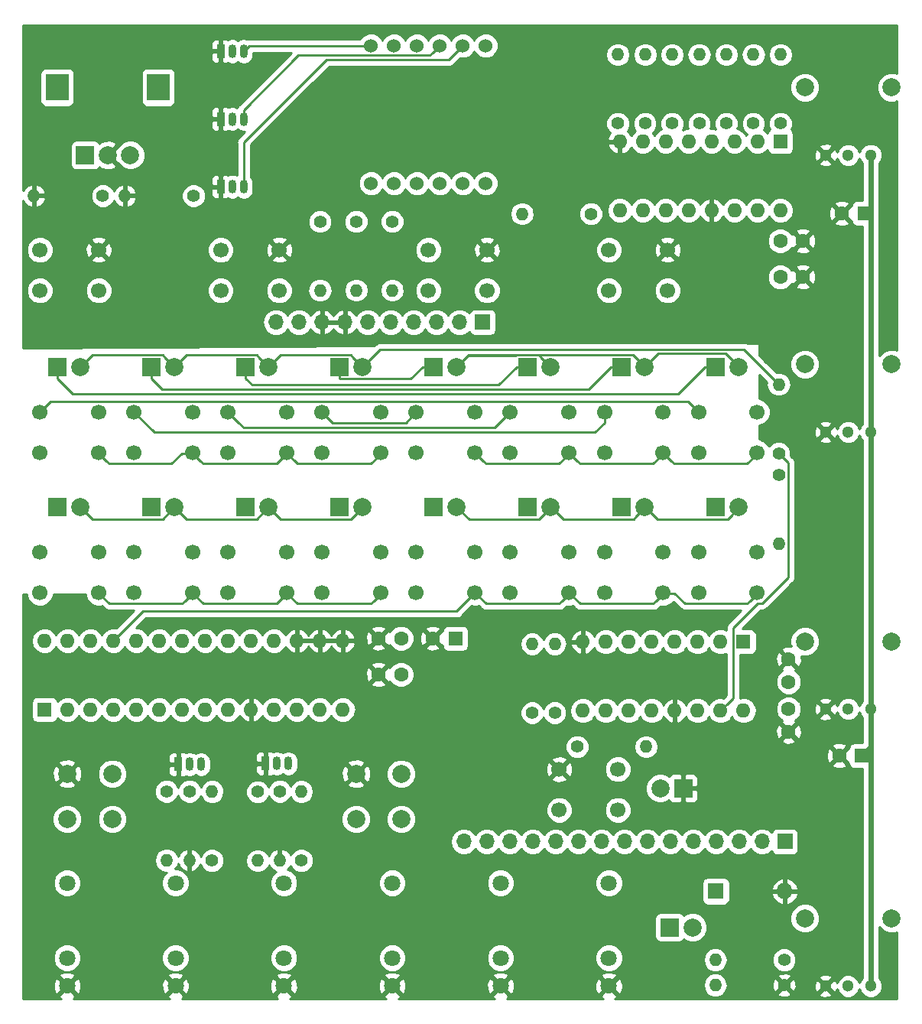
<source format=gbl>
G04 #@! TF.GenerationSoftware,KiCad,Pcbnew,(5.0.0)*
G04 #@! TF.CreationDate,2019-04-03T17:17:35-07:00*
G04 #@! TF.ProjectId,kicad-control-board,6B696361642D636F6E74726F6C2D626F,rev?*
G04 #@! TF.SameCoordinates,Original*
G04 #@! TF.FileFunction,Copper,L2,Bot,Signal*
G04 #@! TF.FilePolarity,Positive*
%FSLAX46Y46*%
G04 Gerber Fmt 4.6, Leading zero omitted, Abs format (unit mm)*
G04 Created by KiCad (PCBNEW (5.0.0)) date 04/03/19 17:17:35*
%MOMM*%
%LPD*%
G01*
G04 APERTURE LIST*
G04 #@! TA.AperFunction,ComponentPad*
%ADD10C,1.524000*%
G04 #@! TD*
G04 #@! TA.AperFunction,ComponentPad*
%ADD11O,1.600000X1.600000*%
G04 #@! TD*
G04 #@! TA.AperFunction,ComponentPad*
%ADD12R,1.600000X1.600000*%
G04 #@! TD*
G04 #@! TA.AperFunction,ComponentPad*
%ADD13O,1.700000X1.700000*%
G04 #@! TD*
G04 #@! TA.AperFunction,ComponentPad*
%ADD14R,1.700000X1.700000*%
G04 #@! TD*
G04 #@! TA.AperFunction,ComponentPad*
%ADD15O,1.400000X1.400000*%
G04 #@! TD*
G04 #@! TA.AperFunction,ComponentPad*
%ADD16C,1.400000*%
G04 #@! TD*
G04 #@! TA.AperFunction,ComponentPad*
%ADD17C,1.600000*%
G04 #@! TD*
G04 #@! TA.AperFunction,ComponentPad*
%ADD18R,2.500000X3.000000*%
G04 #@! TD*
G04 #@! TA.AperFunction,ComponentPad*
%ADD19C,2.000000*%
G04 #@! TD*
G04 #@! TA.AperFunction,ComponentPad*
%ADD20R,2.000000X2.000000*%
G04 #@! TD*
G04 #@! TA.AperFunction,ComponentPad*
%ADD21C,1.700000*%
G04 #@! TD*
G04 #@! TA.AperFunction,ComponentPad*
%ADD22O,1.800000X1.800000*%
G04 #@! TD*
G04 #@! TA.AperFunction,ComponentPad*
%ADD23R,1.800000X1.800000*%
G04 #@! TD*
G04 #@! TA.AperFunction,ComponentPad*
%ADD24C,1.800000*%
G04 #@! TD*
G04 #@! TA.AperFunction,ComponentPad*
%ADD25R,0.900000X1.500000*%
G04 #@! TD*
G04 #@! TA.AperFunction,ComponentPad*
%ADD26O,0.900000X1.500000*%
G04 #@! TD*
G04 #@! TA.AperFunction,ComponentPad*
%ADD27C,1.300000*%
G04 #@! TD*
G04 #@! TA.AperFunction,ViaPad*
%ADD28C,4.000000*%
G04 #@! TD*
G04 #@! TA.AperFunction,Conductor*
%ADD29C,0.600000*%
G04 #@! TD*
G04 #@! TA.AperFunction,Conductor*
%ADD30C,0.250000*%
G04 #@! TD*
G04 #@! TA.AperFunction,Conductor*
%ADD31C,0.254000*%
G04 #@! TD*
G04 APERTURE END LIST*
D10*
G04 #@! TO.P,J3,1*
G04 #@! TO.N,Net-(J3-Pad1)*
X52150000Y-30620000D03*
G04 #@! TO.P,J3,2*
G04 #@! TO.N,Net-(J3-Pad2)*
X54690000Y-30620000D03*
G04 #@! TO.P,J3,3*
G04 #@! TO.N,Net-(J3-Pad3)*
X57230000Y-30620000D03*
G04 #@! TO.P,J3,4*
G04 #@! TO.N,Net-(J3-Pad4)*
X59770000Y-30620000D03*
G04 #@! TO.P,J3,5*
G04 #@! TO.N,Net-(J3-Pad5)*
X62310000Y-30620000D03*
G04 #@! TO.P,J3,6*
G04 #@! TO.N,Net-(J3-Pad6)*
X64850000Y-30620000D03*
G04 #@! TO.P,J3,7*
G04 #@! TO.N,Net-(J3-Pad7)*
X64850000Y-15380000D03*
G04 #@! TO.P,J3,8*
G04 #@! TO.N,Net-(J3-Pad8)*
X62310000Y-15380000D03*
G04 #@! TO.P,J3,9*
G04 #@! TO.N,Net-(J3-Pad9)*
X59770000Y-15380000D03*
G04 #@! TO.P,J3,10*
G04 #@! TO.N,Net-(J3-Pad10)*
X57230000Y-15380000D03*
G04 #@! TO.P,J3,11*
G04 #@! TO.N,Net-(J3-Pad11)*
X54690000Y-15380000D03*
G04 #@! TO.P,J3,12*
G04 #@! TO.N,Net-(J3-Pad12)*
X52150000Y-15380000D03*
G04 #@! TD*
D11*
G04 #@! TO.P,U2,28*
G04 #@! TO.N,Net-(S1-Pad4)*
X16000000Y-81280000D03*
G04 #@! TO.P,U2,14*
G04 #@! TO.N,MISO*
X49020000Y-88900000D03*
G04 #@! TO.P,U2,27*
G04 #@! TO.N,Net-(S5-Pad4)*
X18540000Y-81280000D03*
G04 #@! TO.P,U2,13*
G04 #@! TO.N,MOSI*
X46480000Y-88900000D03*
G04 #@! TO.P,U2,26*
G04 #@! TO.N,Net-(S10-Pad4)*
X21080000Y-81280000D03*
G04 #@! TO.P,U2,12*
G04 #@! TO.N,SCK*
X43940000Y-88900000D03*
G04 #@! TO.P,U2,25*
G04 #@! TO.N,Net-(S13-Pad4)*
X23620000Y-81280000D03*
G04 #@! TO.P,U2,11*
G04 #@! TO.N,CS0*
X41400000Y-88900000D03*
G04 #@! TO.P,U2,24*
G04 #@! TO.N,Net-(S1-Pad1)*
X26160000Y-81280000D03*
G04 #@! TO.P,U2,10*
G04 #@! TO.N,GND*
X38860000Y-88900000D03*
G04 #@! TO.P,U2,23*
G04 #@! TO.N,Net-(S10-Pad1)*
X28700000Y-81280000D03*
G04 #@! TO.P,U2,9*
G04 #@! TO.N,+5V*
X36320000Y-88900000D03*
G04 #@! TO.P,U2,22*
G04 #@! TO.N,Net-(S11-Pad1)*
X31240000Y-81280000D03*
G04 #@! TO.P,U2,8*
G04 #@! TO.N,/A7*
X33780000Y-88900000D03*
G04 #@! TO.P,U2,21*
G04 #@! TO.N,Net-(S12-Pad1)*
X33780000Y-81280000D03*
G04 #@! TO.P,U2,7*
G04 #@! TO.N,/A6*
X31240000Y-88900000D03*
G04 #@! TO.P,U2,20*
G04 #@! TO.N,Net-(U2-Pad20)*
X36320000Y-81280000D03*
G04 #@! TO.P,U2,6*
G04 #@! TO.N,/A5*
X28700000Y-88900000D03*
G04 #@! TO.P,U2,19*
G04 #@! TO.N,Net-(U2-Pad19)*
X38860000Y-81280000D03*
G04 #@! TO.P,U2,5*
G04 #@! TO.N,/A4*
X26160000Y-88900000D03*
G04 #@! TO.P,U2,18*
G04 #@! TO.N,+5V*
X41400000Y-81280000D03*
G04 #@! TO.P,U2,4*
G04 #@! TO.N,/A3*
X23620000Y-88900000D03*
G04 #@! TO.P,U2,17*
G04 #@! TO.N,GND*
X43940000Y-81280000D03*
G04 #@! TO.P,U2,3*
G04 #@! TO.N,/A2*
X21080000Y-88900000D03*
G04 #@! TO.P,U2,16*
G04 #@! TO.N,GND*
X46480000Y-81280000D03*
G04 #@! TO.P,U2,2*
G04 #@! TO.N,/A1*
X18540000Y-88900000D03*
G04 #@! TO.P,U2,15*
G04 #@! TO.N,GND*
X49020000Y-81280000D03*
D12*
G04 #@! TO.P,U2,1*
G04 #@! TO.N,/A0*
X16000000Y-88900000D03*
G04 #@! TD*
D13*
G04 #@! TO.P,J2,15*
G04 #@! TO.N,CS0*
X62440000Y-103500000D03*
G04 #@! TO.P,J2,14*
G04 #@! TO.N,MISO*
X64980000Y-103500000D03*
G04 #@! TO.P,J2,13*
G04 #@! TO.N,MOSI*
X67520000Y-103500000D03*
G04 #@! TO.P,J2,12*
G04 #@! TO.N,SCK*
X70060000Y-103500000D03*
G04 #@! TO.P,J2,11*
G04 #@! TO.N,CS1*
X72600000Y-103500000D03*
G04 #@! TO.P,J2,10*
G04 #@! TO.N,ClockIn*
X75140000Y-103500000D03*
G04 #@! TO.P,J2,9*
G04 #@! TO.N,ResetIn*
X77680000Y-103500000D03*
G04 #@! TO.P,J2,8*
G04 #@! TO.N,CV*
X80220000Y-103500000D03*
G04 #@! TO.P,J2,7*
G04 #@! TO.N,Pitch*
X82760000Y-103500000D03*
G04 #@! TO.P,J2,6*
G04 #@! TO.N,ClockOut*
X85300000Y-103500000D03*
G04 #@! TO.P,J2,5*
G04 #@! TO.N,Gate*
X87840000Y-103500000D03*
G04 #@! TO.P,J2,4*
G04 #@! TO.N,AD4*
X90380000Y-103500000D03*
G04 #@! TO.P,J2,3*
G04 #@! TO.N,AD3*
X92920000Y-103500000D03*
G04 #@! TO.P,J2,2*
G04 #@! TO.N,AD2*
X95460000Y-103500000D03*
D14*
G04 #@! TO.P,J2,1*
G04 #@! TO.N,AD1*
X98000000Y-103500000D03*
G04 #@! TD*
D15*
G04 #@! TO.P,R23,2*
G04 #@! TO.N,Net-(J9-Pad3)*
X39600000Y-105620000D03*
D16*
G04 #@! TO.P,R23,1*
G04 #@! TO.N,Net-(Q5-Pad2)*
X39600000Y-98000000D03*
G04 #@! TD*
D17*
G04 #@! TO.P,C1,2*
G04 #@! TO.N,GND*
X59000000Y-81000000D03*
D12*
G04 #@! TO.P,C1,1*
G04 #@! TO.N,+5V*
X61500000Y-81000000D03*
G04 #@! TD*
D18*
G04 #@! TO.P,SW3,MP*
G04 #@! TO.N,N/C*
X28600000Y-20000000D03*
X17400000Y-20000000D03*
D19*
G04 #@! TO.P,SW3,B*
G04 #@! TO.N,ENC2*
X25500000Y-27500000D03*
G04 #@! TO.P,SW3,C*
G04 #@! TO.N,GND*
X23000000Y-27500000D03*
D20*
G04 #@! TO.P,SW3,A*
G04 #@! TO.N,ENC1*
X20500000Y-27500000D03*
G04 #@! TD*
D21*
G04 #@! TO.P,S9,1*
G04 #@! TO.N,Net-(S1-Pad1)*
X15500000Y-71450000D03*
G04 #@! TO.P,S9,2*
G04 #@! TO.N,Net-(S9-Pad2)*
X22000000Y-71450000D03*
G04 #@! TO.P,S9,3*
G04 #@! TO.N,Net-(S9-Pad3)*
X15500000Y-75950000D03*
G04 #@! TO.P,S9,4*
G04 #@! TO.N,Net-(S10-Pad4)*
X22000000Y-75950000D03*
G04 #@! TD*
D16*
G04 #@! TO.P,R14,1*
G04 #@! TO.N,Net-(Q1-Pad2)*
X54500000Y-34850000D03*
D15*
G04 #@! TO.P,R14,2*
G04 #@! TO.N,DIG1*
X54500000Y-42470000D03*
G04 #@! TD*
G04 #@! TO.P,R15,2*
G04 #@! TO.N,DIG2*
X50500000Y-42470000D03*
D16*
G04 #@! TO.P,R15,1*
G04 #@! TO.N,Net-(Q2-Pad2)*
X50500000Y-34850000D03*
G04 #@! TD*
G04 #@! TO.P,R16,1*
G04 #@! TO.N,Net-(Q3-Pad2)*
X46500000Y-34850000D03*
D15*
G04 #@! TO.P,R16,2*
G04 #@! TO.N,DIG3*
X46500000Y-42470000D03*
G04 #@! TD*
G04 #@! TO.P,R17,2*
G04 #@! TO.N,Net-(D18-Pad2)*
X82620000Y-93000000D03*
D16*
G04 #@! TO.P,R17,1*
G04 #@! TO.N,/A7*
X75000000Y-93000000D03*
G04 #@! TD*
G04 #@! TO.P,R19,1*
G04 #@! TO.N,+5V*
X34550000Y-105600000D03*
D15*
G04 #@! TO.P,R19,2*
G04 #@! TO.N,ClockIn*
X34550000Y-97980000D03*
G04 #@! TD*
G04 #@! TO.P,R21,2*
G04 #@! TO.N,GND*
X32050000Y-105570000D03*
D16*
G04 #@! TO.P,R21,1*
G04 #@! TO.N,Net-(Q4-Pad2)*
X32050000Y-97950000D03*
G04 #@! TD*
G04 #@! TO.P,R26,1*
G04 #@! TO.N,ENC2*
X32500000Y-32000000D03*
D15*
G04 #@! TO.P,R26,2*
G04 #@! TO.N,GND*
X24880000Y-32000000D03*
G04 #@! TD*
D16*
G04 #@! TO.P,R24,1*
G04 #@! TO.N,Net-(Q5-Pad2)*
X42050000Y-97950000D03*
D15*
G04 #@! TO.P,R24,2*
G04 #@! TO.N,GND*
X42050000Y-105570000D03*
G04 #@! TD*
G04 #@! TO.P,R25,2*
G04 #@! TO.N,GND*
X14830000Y-32000000D03*
D16*
G04 #@! TO.P,R25,1*
G04 #@! TO.N,ENC1*
X22450000Y-32000000D03*
G04 #@! TD*
G04 #@! TO.P,R18,1*
G04 #@! TO.N,Net-(J4-Pad3)*
X97900000Y-116600000D03*
D15*
G04 #@! TO.P,R18,2*
G04 #@! TO.N,Gate*
X90280000Y-116600000D03*
G04 #@! TD*
G04 #@! TO.P,R13,2*
G04 #@! TO.N,Net-(D17-Pad1)*
X90280000Y-119400000D03*
D16*
G04 #@! TO.P,R13,1*
G04 #@! TO.N,GND*
X97900000Y-119400000D03*
G04 #@! TD*
G04 #@! TO.P,R22,1*
G04 #@! TO.N,+5V*
X44450000Y-105600000D03*
D15*
G04 #@! TO.P,R22,2*
G04 #@! TO.N,ResetIn*
X44450000Y-97980000D03*
G04 #@! TD*
G04 #@! TO.P,R1,2*
G04 #@! TO.N,Net-(D1-Pad2)*
X97300000Y-52880000D03*
D16*
G04 #@! TO.P,R1,1*
G04 #@! TO.N,Net-(R1-Pad1)*
X97300000Y-60500000D03*
G04 #@! TD*
G04 #@! TO.P,R2,1*
G04 #@! TO.N,Net-(D5-Pad2)*
X97300000Y-62900000D03*
D15*
G04 #@! TO.P,R2,2*
G04 #@! TO.N,Net-(R2-Pad2)*
X97300000Y-70520000D03*
G04 #@! TD*
G04 #@! TO.P,R3,2*
G04 #@! TO.N,Net-(R3-Pad2)*
X70000000Y-81630000D03*
D16*
G04 #@! TO.P,R3,1*
G04 #@! TO.N,Net-(D10-Pad2)*
X70000000Y-89250000D03*
G04 #@! TD*
G04 #@! TO.P,R4,1*
G04 #@! TO.N,Net-(D13-Pad2)*
X72500000Y-89250000D03*
D15*
G04 #@! TO.P,R4,2*
G04 #@! TO.N,Net-(R4-Pad2)*
X72500000Y-81630000D03*
G04 #@! TD*
G04 #@! TO.P,R5,2*
G04 #@! TO.N,Net-(J3-Pad11)*
X68880000Y-34000000D03*
D16*
G04 #@! TO.P,R5,1*
G04 #@! TO.N,Net-(R5-Pad1)*
X76500000Y-34000000D03*
G04 #@! TD*
G04 #@! TO.P,R12,1*
G04 #@! TO.N,Net-(R12-Pad1)*
X79500000Y-24000000D03*
D15*
G04 #@! TO.P,R12,2*
G04 #@! TO.N,Net-(J3-Pad3)*
X79500000Y-16380000D03*
G04 #@! TD*
G04 #@! TO.P,R8,2*
G04 #@! TO.N,Net-(J3-Pad2)*
X91500000Y-16380000D03*
D16*
G04 #@! TO.P,R8,1*
G04 #@! TO.N,Net-(R8-Pad1)*
X91500000Y-24000000D03*
G04 #@! TD*
G04 #@! TO.P,R9,1*
G04 #@! TO.N,Net-(R9-Pad1)*
X88500000Y-24000000D03*
D15*
G04 #@! TO.P,R9,2*
G04 #@! TO.N,Net-(J3-Pad1)*
X88500000Y-16380000D03*
G04 #@! TD*
G04 #@! TO.P,R10,2*
G04 #@! TO.N,Net-(J3-Pad10)*
X85500000Y-16380000D03*
D16*
G04 #@! TO.P,R10,1*
G04 #@! TO.N,Net-(R10-Pad1)*
X85500000Y-24000000D03*
G04 #@! TD*
G04 #@! TO.P,R11,1*
G04 #@! TO.N,Net-(R11-Pad1)*
X82500000Y-24000000D03*
D15*
G04 #@! TO.P,R11,2*
G04 #@! TO.N,Net-(J3-Pad5)*
X82500000Y-16380000D03*
G04 #@! TD*
G04 #@! TO.P,R20,2*
G04 #@! TO.N,Net-(J6-Pad3)*
X29500000Y-105570000D03*
D16*
G04 #@! TO.P,R20,1*
G04 #@! TO.N,Net-(Q4-Pad2)*
X29500000Y-97950000D03*
G04 #@! TD*
G04 #@! TO.P,R6,1*
G04 #@! TO.N,Net-(R6-Pad1)*
X97500000Y-24000000D03*
D15*
G04 #@! TO.P,R6,2*
G04 #@! TO.N,Net-(J3-Pad7)*
X97500000Y-16380000D03*
G04 #@! TD*
G04 #@! TO.P,R7,2*
G04 #@! TO.N,Net-(J3-Pad4)*
X94500000Y-16380000D03*
D16*
G04 #@! TO.P,R7,1*
G04 #@! TO.N,Net-(R7-Pad1)*
X94500000Y-24000000D03*
G04 #@! TD*
D17*
G04 #@! TO.P,C2,2*
G04 #@! TO.N,GND*
X98400000Y-91325000D03*
G04 #@! TO.P,C2,1*
G04 #@! TO.N,+5V*
X98400000Y-88825000D03*
G04 #@! TD*
G04 #@! TO.P,C3,2*
G04 #@! TO.N,GND*
X100000000Y-37000000D03*
G04 #@! TO.P,C3,1*
G04 #@! TO.N,+5V*
X97500000Y-37000000D03*
G04 #@! TD*
G04 #@! TO.P,C4,2*
G04 #@! TO.N,GND*
X104000000Y-94000000D03*
D12*
G04 #@! TO.P,C4,1*
G04 #@! TO.N,+5V*
X106500000Y-94000000D03*
G04 #@! TD*
D17*
G04 #@! TO.P,C5,1*
G04 #@! TO.N,+5V*
X55500000Y-85000000D03*
G04 #@! TO.P,C5,2*
G04 #@! TO.N,GND*
X53000000Y-85000000D03*
G04 #@! TD*
G04 #@! TO.P,C6,2*
G04 #@! TO.N,GND*
X53000000Y-81000000D03*
G04 #@! TO.P,C6,1*
G04 #@! TO.N,+5V*
X55500000Y-81000000D03*
G04 #@! TD*
G04 #@! TO.P,C7,2*
G04 #@! TO.N,GND*
X104300000Y-33950000D03*
D12*
G04 #@! TO.P,C7,1*
G04 #@! TO.N,+5V*
X106800000Y-33950000D03*
G04 #@! TD*
D17*
G04 #@! TO.P,C8,2*
G04 #@! TO.N,GND*
X100000000Y-41000000D03*
G04 #@! TO.P,C8,1*
G04 #@! TO.N,+5V*
X97500000Y-41000000D03*
G04 #@! TD*
G04 #@! TO.P,C9,1*
G04 #@! TO.N,+5V*
X98400000Y-85825000D03*
G04 #@! TO.P,C9,2*
G04 #@! TO.N,GND*
X98400000Y-83325000D03*
G04 #@! TD*
D20*
G04 #@! TO.P,D1,1*
G04 #@! TO.N,Net-(D1-Pad1)*
X17430000Y-50950000D03*
D19*
G04 #@! TO.P,D1,2*
G04 #@! TO.N,Net-(D1-Pad2)*
X19970000Y-50950000D03*
G04 #@! TD*
D20*
G04 #@! TO.P,D2,1*
G04 #@! TO.N,Net-(D10-Pad1)*
X27846326Y-50950000D03*
D19*
G04 #@! TO.P,D2,2*
G04 #@! TO.N,Net-(D1-Pad2)*
X30386326Y-50950000D03*
G04 #@! TD*
G04 #@! TO.P,D3,2*
G04 #@! TO.N,Net-(D1-Pad2)*
X40802652Y-50950000D03*
D20*
G04 #@! TO.P,D3,1*
G04 #@! TO.N,Net-(D11-Pad1)*
X38262652Y-50950000D03*
G04 #@! TD*
D19*
G04 #@! TO.P,D4,2*
G04 #@! TO.N,Net-(D1-Pad2)*
X51218978Y-50950000D03*
D20*
G04 #@! TO.P,D4,1*
G04 #@! TO.N,Net-(D12-Pad1)*
X48678978Y-50950000D03*
G04 #@! TD*
G04 #@! TO.P,D5,1*
G04 #@! TO.N,Net-(D1-Pad1)*
X90344284Y-50950000D03*
D19*
G04 #@! TO.P,D5,2*
G04 #@! TO.N,Net-(D5-Pad2)*
X92884284Y-50950000D03*
G04 #@! TD*
D20*
G04 #@! TO.P,D6,1*
G04 #@! TO.N,Net-(D10-Pad1)*
X79927956Y-50950000D03*
D19*
G04 #@! TO.P,D6,2*
G04 #@! TO.N,Net-(D5-Pad2)*
X82467956Y-50950000D03*
G04 #@! TD*
D20*
G04 #@! TO.P,D7,1*
G04 #@! TO.N,Net-(D11-Pad1)*
X69511630Y-50950000D03*
D19*
G04 #@! TO.P,D7,2*
G04 #@! TO.N,Net-(D5-Pad2)*
X72051630Y-50950000D03*
G04 #@! TD*
D20*
G04 #@! TO.P,D8,1*
G04 #@! TO.N,Net-(D12-Pad1)*
X59095304Y-50950000D03*
D19*
G04 #@! TO.P,D8,2*
G04 #@! TO.N,Net-(D5-Pad2)*
X61635304Y-50950000D03*
G04 #@! TD*
D20*
G04 #@! TO.P,D9,1*
G04 #@! TO.N,Net-(D1-Pad1)*
X17430000Y-66450000D03*
D19*
G04 #@! TO.P,D9,2*
G04 #@! TO.N,Net-(D10-Pad2)*
X19970000Y-66450000D03*
G04 #@! TD*
D20*
G04 #@! TO.P,D10,1*
G04 #@! TO.N,Net-(D10-Pad1)*
X27846326Y-66450000D03*
D19*
G04 #@! TO.P,D10,2*
G04 #@! TO.N,Net-(D10-Pad2)*
X30386326Y-66450000D03*
G04 #@! TD*
D20*
G04 #@! TO.P,D11,1*
G04 #@! TO.N,Net-(D11-Pad1)*
X38262652Y-66450000D03*
D19*
G04 #@! TO.P,D11,2*
G04 #@! TO.N,Net-(D10-Pad2)*
X40802652Y-66450000D03*
G04 #@! TD*
D20*
G04 #@! TO.P,D12,1*
G04 #@! TO.N,Net-(D12-Pad1)*
X48678978Y-66450000D03*
D19*
G04 #@! TO.P,D12,2*
G04 #@! TO.N,Net-(D10-Pad2)*
X51218978Y-66450000D03*
G04 #@! TD*
G04 #@! TO.P,D13,2*
G04 #@! TO.N,Net-(D13-Pad2)*
X92884284Y-66450000D03*
D20*
G04 #@! TO.P,D13,1*
G04 #@! TO.N,Net-(D1-Pad1)*
X90344284Y-66450000D03*
G04 #@! TD*
D19*
G04 #@! TO.P,D14,2*
G04 #@! TO.N,Net-(D13-Pad2)*
X82467956Y-66450000D03*
D20*
G04 #@! TO.P,D14,1*
G04 #@! TO.N,Net-(D10-Pad1)*
X79927956Y-66450000D03*
G04 #@! TD*
G04 #@! TO.P,D15,1*
G04 #@! TO.N,Net-(D11-Pad1)*
X69511630Y-66450000D03*
D19*
G04 #@! TO.P,D15,2*
G04 #@! TO.N,Net-(D13-Pad2)*
X72051630Y-66450000D03*
G04 #@! TD*
D20*
G04 #@! TO.P,D16,1*
G04 #@! TO.N,Net-(D12-Pad1)*
X59095304Y-66450000D03*
D19*
G04 #@! TO.P,D16,2*
G04 #@! TO.N,Net-(D13-Pad2)*
X61635304Y-66450000D03*
G04 #@! TD*
D20*
G04 #@! TO.P,D17,1*
G04 #@! TO.N,Net-(D17-Pad1)*
X85230000Y-113000000D03*
D19*
G04 #@! TO.P,D17,2*
G04 #@! TO.N,Gate*
X87770000Y-113000000D03*
G04 #@! TD*
G04 #@! TO.P,D18,2*
G04 #@! TO.N,Net-(D18-Pad2)*
X84180000Y-97600000D03*
D20*
G04 #@! TO.P,D18,1*
G04 #@! TO.N,GND*
X86720000Y-97600000D03*
G04 #@! TD*
D22*
G04 #@! TO.P,D19,2*
G04 #@! TO.N,GND*
X97970000Y-109000000D03*
D23*
G04 #@! TO.P,D19,1*
G04 #@! TO.N,Gate*
X90350000Y-109000000D03*
G04 #@! TD*
D14*
G04 #@! TO.P,J1,1*
G04 #@! TO.N,+5V*
X64500000Y-46000000D03*
D13*
G04 #@! TO.P,J1,2*
G04 #@! TO.N,SCKA*
X61960000Y-46000000D03*
G04 #@! TO.P,J1,3*
G04 #@! TO.N,CS1A*
X59420000Y-46000000D03*
G04 #@! TO.P,J1,4*
G04 #@! TO.N,DIG1*
X56880000Y-46000000D03*
G04 #@! TO.P,J1,5*
G04 #@! TO.N,DIG2*
X54340000Y-46000000D03*
G04 #@! TO.P,J1,6*
G04 #@! TO.N,DIG3*
X51800000Y-46000000D03*
G04 #@! TO.P,J1,7*
G04 #@! TO.N,GND*
X49260000Y-46000000D03*
G04 #@! TO.P,J1,8*
X46720000Y-46000000D03*
G04 #@! TO.P,J1,9*
G04 #@! TO.N,ENC2*
X44180000Y-46000000D03*
G04 #@! TO.P,J1,10*
G04 #@! TO.N,ENC1*
X41640000Y-46000000D03*
G04 #@! TD*
D24*
G04 #@! TO.P,J4,3*
G04 #@! TO.N,Net-(J4-Pad3)*
X78500000Y-108080000D03*
G04 #@! TO.P,J4,1*
G04 #@! TO.N,GND*
X78500000Y-119480000D03*
G04 #@! TO.P,J4,2*
G04 #@! TO.N,Net-(J4-Pad2)*
X78500000Y-116380000D03*
G04 #@! TD*
G04 #@! TO.P,J5,3*
G04 #@! TO.N,ClockOut*
X66500000Y-108080000D03*
G04 #@! TO.P,J5,1*
G04 #@! TO.N,GND*
X66500000Y-119480000D03*
G04 #@! TO.P,J5,2*
G04 #@! TO.N,Net-(J5-Pad2)*
X66500000Y-116380000D03*
G04 #@! TD*
G04 #@! TO.P,J6,2*
G04 #@! TO.N,Net-(J6-Pad2)*
X18500000Y-116380000D03*
G04 #@! TO.P,J6,1*
G04 #@! TO.N,GND*
X18500000Y-119480000D03*
G04 #@! TO.P,J6,3*
G04 #@! TO.N,Net-(J6-Pad3)*
X18500000Y-108080000D03*
G04 #@! TD*
G04 #@! TO.P,J7,2*
G04 #@! TO.N,Net-(J7-Pad2)*
X54500000Y-116380000D03*
G04 #@! TO.P,J7,1*
G04 #@! TO.N,GND*
X54500000Y-119480000D03*
G04 #@! TO.P,J7,3*
G04 #@! TO.N,Pitch*
X54500000Y-108080000D03*
G04 #@! TD*
G04 #@! TO.P,J8,2*
G04 #@! TO.N,Net-(J8-Pad2)*
X42500000Y-116380000D03*
G04 #@! TO.P,J8,1*
G04 #@! TO.N,GND*
X42500000Y-119480000D03*
G04 #@! TO.P,J8,3*
G04 #@! TO.N,CV*
X42500000Y-108080000D03*
G04 #@! TD*
G04 #@! TO.P,J9,3*
G04 #@! TO.N,Net-(J9-Pad3)*
X30500000Y-108080000D03*
G04 #@! TO.P,J9,1*
G04 #@! TO.N,GND*
X30500000Y-119480000D03*
G04 #@! TO.P,J9,2*
G04 #@! TO.N,Net-(J9-Pad2)*
X30500000Y-116380000D03*
G04 #@! TD*
D25*
G04 #@! TO.P,Q1,1*
G04 #@! TO.N,GND*
X35500000Y-16000000D03*
D26*
G04 #@! TO.P,Q1,3*
G04 #@! TO.N,Net-(J3-Pad12)*
X38040000Y-16000000D03*
G04 #@! TO.P,Q1,2*
G04 #@! TO.N,Net-(Q1-Pad2)*
X36770000Y-16000000D03*
G04 #@! TD*
G04 #@! TO.P,Q2,2*
G04 #@! TO.N,Net-(Q2-Pad2)*
X36770000Y-23500000D03*
G04 #@! TO.P,Q2,3*
G04 #@! TO.N,Net-(J3-Pad9)*
X38040000Y-23500000D03*
D25*
G04 #@! TO.P,Q2,1*
G04 #@! TO.N,GND*
X35500000Y-23500000D03*
G04 #@! TD*
G04 #@! TO.P,Q3,1*
G04 #@! TO.N,GND*
X35500000Y-31000000D03*
D26*
G04 #@! TO.P,Q3,3*
G04 #@! TO.N,Net-(J3-Pad8)*
X38040000Y-31000000D03*
G04 #@! TO.P,Q3,2*
G04 #@! TO.N,Net-(Q3-Pad2)*
X36770000Y-31000000D03*
G04 #@! TD*
D25*
G04 #@! TO.P,Q4,1*
G04 #@! TO.N,GND*
X30800000Y-94950000D03*
D26*
G04 #@! TO.P,Q4,3*
G04 #@! TO.N,ClockIn*
X33340000Y-94950000D03*
G04 #@! TO.P,Q4,2*
G04 #@! TO.N,Net-(Q4-Pad2)*
X32070000Y-94950000D03*
G04 #@! TD*
G04 #@! TO.P,Q5,2*
G04 #@! TO.N,Net-(Q5-Pad2)*
X41720000Y-94850000D03*
G04 #@! TO.P,Q5,3*
G04 #@! TO.N,ResetIn*
X42990000Y-94850000D03*
D25*
G04 #@! TO.P,Q5,1*
G04 #@! TO.N,GND*
X40450000Y-94850000D03*
G04 #@! TD*
D19*
G04 #@! TO.P,RV1,*
G04 #@! TO.N,*
X109800000Y-20000000D03*
X100200000Y-20000000D03*
D27*
G04 #@! TO.P,RV1,3*
G04 #@! TO.N,+5V*
X107500000Y-27500000D03*
G04 #@! TO.P,RV1,2*
G04 #@! TO.N,AD1*
X105000000Y-27500000D03*
G04 #@! TO.P,RV1,1*
G04 #@! TO.N,GND*
X102500000Y-27500000D03*
G04 #@! TD*
G04 #@! TO.P,RV2,1*
G04 #@! TO.N,GND*
X102500000Y-58166666D03*
G04 #@! TO.P,RV2,2*
G04 #@! TO.N,AD2*
X105000000Y-58166666D03*
G04 #@! TO.P,RV2,3*
G04 #@! TO.N,+5V*
X107500000Y-58166666D03*
D19*
G04 #@! TO.P,RV2,*
G04 #@! TO.N,*
X100200000Y-50666666D03*
X109800000Y-50666666D03*
G04 #@! TD*
G04 #@! TO.P,RV3,*
G04 #@! TO.N,*
X109800000Y-81333332D03*
X100200000Y-81333332D03*
D27*
G04 #@! TO.P,RV3,3*
G04 #@! TO.N,+5V*
X107500000Y-88833332D03*
G04 #@! TO.P,RV3,2*
G04 #@! TO.N,AD3*
X105000000Y-88833332D03*
G04 #@! TO.P,RV3,1*
G04 #@! TO.N,GND*
X102500000Y-88833332D03*
G04 #@! TD*
G04 #@! TO.P,RV4,1*
G04 #@! TO.N,GND*
X102500000Y-119500000D03*
G04 #@! TO.P,RV4,2*
G04 #@! TO.N,AD4*
X105000000Y-119500000D03*
G04 #@! TO.P,RV4,3*
G04 #@! TO.N,+5V*
X107500000Y-119500000D03*
D19*
G04 #@! TO.P,RV4,*
G04 #@! TO.N,*
X100200000Y-112000000D03*
X109800000Y-112000000D03*
G04 #@! TD*
D21*
G04 #@! TO.P,S1,4*
G04 #@! TO.N,Net-(S1-Pad4)*
X22000000Y-60450000D03*
G04 #@! TO.P,S1,3*
G04 #@! TO.N,Net-(S1-Pad3)*
X15500000Y-60450000D03*
G04 #@! TO.P,S1,2*
G04 #@! TO.N,Net-(S1-Pad2)*
X22000000Y-55950000D03*
G04 #@! TO.P,S1,1*
G04 #@! TO.N,Net-(S1-Pad1)*
X15500000Y-55950000D03*
G04 #@! TD*
G04 #@! TO.P,S2,1*
G04 #@! TO.N,Net-(S10-Pad1)*
X25916326Y-55950000D03*
G04 #@! TO.P,S2,2*
G04 #@! TO.N,Net-(S2-Pad2)*
X32416326Y-55950000D03*
G04 #@! TO.P,S2,3*
G04 #@! TO.N,Net-(S2-Pad3)*
X25916326Y-60450000D03*
G04 #@! TO.P,S2,4*
G04 #@! TO.N,Net-(S1-Pad4)*
X32416326Y-60450000D03*
G04 #@! TD*
G04 #@! TO.P,S3,4*
G04 #@! TO.N,Net-(S1-Pad4)*
X42832652Y-60450000D03*
G04 #@! TO.P,S3,3*
G04 #@! TO.N,Net-(S3-Pad3)*
X36332652Y-60450000D03*
G04 #@! TO.P,S3,2*
G04 #@! TO.N,Net-(S3-Pad2)*
X42832652Y-55950000D03*
G04 #@! TO.P,S3,1*
G04 #@! TO.N,Net-(S11-Pad1)*
X36332652Y-55950000D03*
G04 #@! TD*
G04 #@! TO.P,S4,4*
G04 #@! TO.N,Net-(S1-Pad4)*
X53248978Y-60450000D03*
G04 #@! TO.P,S4,3*
G04 #@! TO.N,Net-(S4-Pad3)*
X46748978Y-60450000D03*
G04 #@! TO.P,S4,2*
G04 #@! TO.N,Net-(S4-Pad2)*
X53248978Y-55950000D03*
G04 #@! TO.P,S4,1*
G04 #@! TO.N,Net-(S12-Pad1)*
X46748978Y-55950000D03*
G04 #@! TD*
G04 #@! TO.P,S5,1*
G04 #@! TO.N,Net-(S1-Pad1)*
X88414284Y-55950000D03*
G04 #@! TO.P,S5,2*
G04 #@! TO.N,Net-(S5-Pad2)*
X94914284Y-55950000D03*
G04 #@! TO.P,S5,3*
G04 #@! TO.N,Net-(S5-Pad3)*
X88414284Y-60450000D03*
G04 #@! TO.P,S5,4*
G04 #@! TO.N,Net-(S5-Pad4)*
X94914284Y-60450000D03*
G04 #@! TD*
G04 #@! TO.P,S6,1*
G04 #@! TO.N,Net-(S10-Pad1)*
X77997956Y-55950000D03*
G04 #@! TO.P,S6,2*
G04 #@! TO.N,Net-(S6-Pad2)*
X84497956Y-55950000D03*
G04 #@! TO.P,S6,3*
G04 #@! TO.N,Net-(S6-Pad3)*
X77997956Y-60450000D03*
G04 #@! TO.P,S6,4*
G04 #@! TO.N,Net-(S5-Pad4)*
X84497956Y-60450000D03*
G04 #@! TD*
G04 #@! TO.P,S7,4*
G04 #@! TO.N,Net-(S5-Pad4)*
X74081630Y-60450000D03*
G04 #@! TO.P,S7,3*
G04 #@! TO.N,Net-(S7-Pad3)*
X67581630Y-60450000D03*
G04 #@! TO.P,S7,2*
G04 #@! TO.N,Net-(S7-Pad2)*
X74081630Y-55950000D03*
G04 #@! TO.P,S7,1*
G04 #@! TO.N,Net-(S11-Pad1)*
X67581630Y-55950000D03*
G04 #@! TD*
G04 #@! TO.P,S8,1*
G04 #@! TO.N,Net-(S12-Pad1)*
X57165304Y-55950000D03*
G04 #@! TO.P,S8,2*
G04 #@! TO.N,Net-(S8-Pad2)*
X63665304Y-55950000D03*
G04 #@! TO.P,S8,3*
G04 #@! TO.N,Net-(S8-Pad3)*
X57165304Y-60450000D03*
G04 #@! TO.P,S8,4*
G04 #@! TO.N,Net-(S5-Pad4)*
X63665304Y-60450000D03*
G04 #@! TD*
G04 #@! TO.P,S10,4*
G04 #@! TO.N,Net-(S10-Pad4)*
X32416326Y-75950000D03*
G04 #@! TO.P,S10,3*
G04 #@! TO.N,Net-(S10-Pad3)*
X25916326Y-75950000D03*
G04 #@! TO.P,S10,2*
G04 #@! TO.N,Net-(S10-Pad2)*
X32416326Y-71450000D03*
G04 #@! TO.P,S10,1*
G04 #@! TO.N,Net-(S10-Pad1)*
X25916326Y-71450000D03*
G04 #@! TD*
G04 #@! TO.P,S11,1*
G04 #@! TO.N,Net-(S11-Pad1)*
X36332652Y-71450000D03*
G04 #@! TO.P,S11,2*
G04 #@! TO.N,Net-(S11-Pad2)*
X42832652Y-71450000D03*
G04 #@! TO.P,S11,3*
G04 #@! TO.N,Net-(S11-Pad3)*
X36332652Y-75950000D03*
G04 #@! TO.P,S11,4*
G04 #@! TO.N,Net-(S10-Pad4)*
X42832652Y-75950000D03*
G04 #@! TD*
G04 #@! TO.P,S12,1*
G04 #@! TO.N,Net-(S12-Pad1)*
X46748978Y-71450000D03*
G04 #@! TO.P,S12,2*
G04 #@! TO.N,Net-(S12-Pad2)*
X53248978Y-71450000D03*
G04 #@! TO.P,S12,3*
G04 #@! TO.N,Net-(S12-Pad3)*
X46748978Y-75950000D03*
G04 #@! TO.P,S12,4*
G04 #@! TO.N,Net-(S10-Pad4)*
X53248978Y-75950000D03*
G04 #@! TD*
G04 #@! TO.P,S13,4*
G04 #@! TO.N,Net-(S13-Pad4)*
X94914284Y-75950000D03*
G04 #@! TO.P,S13,3*
G04 #@! TO.N,Net-(S13-Pad3)*
X88414284Y-75950000D03*
G04 #@! TO.P,S13,2*
G04 #@! TO.N,Net-(S13-Pad2)*
X94914284Y-71450000D03*
G04 #@! TO.P,S13,1*
G04 #@! TO.N,Net-(S1-Pad1)*
X88414284Y-71450000D03*
G04 #@! TD*
G04 #@! TO.P,S14,1*
G04 #@! TO.N,Net-(S10-Pad1)*
X77997956Y-71450000D03*
G04 #@! TO.P,S14,2*
G04 #@! TO.N,Net-(S14-Pad2)*
X84497956Y-71450000D03*
G04 #@! TO.P,S14,3*
G04 #@! TO.N,Net-(S14-Pad3)*
X77997956Y-75950000D03*
G04 #@! TO.P,S14,4*
G04 #@! TO.N,Net-(S13-Pad4)*
X84497956Y-75950000D03*
G04 #@! TD*
G04 #@! TO.P,S15,4*
G04 #@! TO.N,Net-(S13-Pad4)*
X74081630Y-75950000D03*
G04 #@! TO.P,S15,3*
G04 #@! TO.N,Net-(S15-Pad3)*
X67581630Y-75950000D03*
G04 #@! TO.P,S15,2*
G04 #@! TO.N,Net-(S15-Pad2)*
X74081630Y-71450000D03*
G04 #@! TO.P,S15,1*
G04 #@! TO.N,Net-(S11-Pad1)*
X67581630Y-71450000D03*
G04 #@! TD*
G04 #@! TO.P,S16,1*
G04 #@! TO.N,Net-(S12-Pad1)*
X57165304Y-71450000D03*
G04 #@! TO.P,S16,2*
G04 #@! TO.N,Net-(S16-Pad2)*
X63665304Y-71450000D03*
G04 #@! TO.P,S16,3*
G04 #@! TO.N,Net-(S16-Pad3)*
X57165304Y-75950000D03*
G04 #@! TO.P,S16,4*
G04 #@! TO.N,Net-(S13-Pad4)*
X63665304Y-75950000D03*
G04 #@! TD*
G04 #@! TO.P,S17,1*
G04 #@! TO.N,Net-(S17-Pad1)*
X35500000Y-38000000D03*
G04 #@! TO.P,S17,2*
G04 #@! TO.N,GND*
X42000000Y-38000000D03*
G04 #@! TO.P,S17,3*
G04 #@! TO.N,Net-(S17-Pad3)*
X35500000Y-42500000D03*
G04 #@! TO.P,S17,4*
G04 #@! TO.N,/A1*
X42000000Y-42500000D03*
G04 #@! TD*
G04 #@! TO.P,S18,4*
G04 #@! TO.N,/A2*
X65000000Y-42500000D03*
G04 #@! TO.P,S18,3*
G04 #@! TO.N,Net-(S18-Pad3)*
X58500000Y-42500000D03*
G04 #@! TO.P,S18,2*
G04 #@! TO.N,GND*
X65000000Y-38000000D03*
G04 #@! TO.P,S18,1*
G04 #@! TO.N,Net-(S18-Pad1)*
X58500000Y-38000000D03*
G04 #@! TD*
G04 #@! TO.P,S19,4*
G04 #@! TO.N,/A3*
X85000000Y-42500000D03*
G04 #@! TO.P,S19,3*
G04 #@! TO.N,Net-(S19-Pad3)*
X78500000Y-42500000D03*
G04 #@! TO.P,S19,2*
G04 #@! TO.N,GND*
X85000000Y-38000000D03*
G04 #@! TO.P,S19,1*
G04 #@! TO.N,Net-(S19-Pad1)*
X78500000Y-38000000D03*
G04 #@! TD*
G04 #@! TO.P,S20,1*
G04 #@! TO.N,Net-(S20-Pad1)*
X15500000Y-38000000D03*
G04 #@! TO.P,S20,2*
G04 #@! TO.N,GND*
X22000000Y-38000000D03*
G04 #@! TO.P,S20,3*
G04 #@! TO.N,Net-(S20-Pad3)*
X15500000Y-42500000D03*
G04 #@! TO.P,S20,4*
G04 #@! TO.N,/A0*
X22000000Y-42500000D03*
G04 #@! TD*
G04 #@! TO.P,S21,4*
G04 #@! TO.N,GND*
X73000000Y-95500000D03*
G04 #@! TO.P,S21,3*
G04 #@! TO.N,Net-(S21-Pad3)*
X79500000Y-95500000D03*
G04 #@! TO.P,S21,2*
G04 #@! TO.N,/A6*
X73000000Y-100000000D03*
G04 #@! TO.P,S21,1*
G04 #@! TO.N,Net-(S21-Pad1)*
X79500000Y-100000000D03*
G04 #@! TD*
D19*
G04 #@! TO.P,SW1,1*
G04 #@! TO.N,GND*
X18500000Y-96000000D03*
G04 #@! TO.P,SW1,2*
G04 #@! TO.N,/A4*
X23500000Y-96000000D03*
G04 #@! TO.P,SW1,4*
G04 #@! TO.N,N/C*
X23500000Y-101000000D03*
G04 #@! TO.P,SW1,3*
X18500000Y-101000000D03*
G04 #@! TD*
G04 #@! TO.P,SW2,3*
G04 #@! TO.N,N/C*
X50500000Y-101000000D03*
G04 #@! TO.P,SW2,4*
X55500000Y-101000000D03*
G04 #@! TO.P,SW2,2*
G04 #@! TO.N,/A5*
X55500000Y-96000000D03*
G04 #@! TO.P,SW2,1*
G04 #@! TO.N,GND*
X50500000Y-96000000D03*
G04 #@! TD*
D11*
G04 #@! TO.P,U1,16*
G04 #@! TO.N,+5V*
X93400000Y-89020000D03*
G04 #@! TO.P,U1,8*
G04 #@! TO.N,GND*
X75620000Y-81400000D03*
G04 #@! TO.P,U1,15*
G04 #@! TO.N,Net-(R1-Pad1)*
X90860000Y-89020000D03*
G04 #@! TO.P,U1,7*
G04 #@! TO.N,Net-(D12-Pad1)*
X78160000Y-81400000D03*
G04 #@! TO.P,U1,14*
G04 #@! TO.N,MOSI*
X88320000Y-89020000D03*
G04 #@! TO.P,U1,6*
G04 #@! TO.N,Net-(D11-Pad1)*
X80700000Y-81400000D03*
G04 #@! TO.P,U1,13*
G04 #@! TO.N,GND*
X85780000Y-89020000D03*
G04 #@! TO.P,U1,5*
G04 #@! TO.N,Net-(D10-Pad1)*
X83240000Y-81400000D03*
G04 #@! TO.P,U1,12*
G04 #@! TO.N,CS1*
X83240000Y-89020000D03*
G04 #@! TO.P,U1,4*
G04 #@! TO.N,Net-(D1-Pad1)*
X85780000Y-81400000D03*
G04 #@! TO.P,U1,11*
G04 #@! TO.N,SCK*
X80700000Y-89020000D03*
G04 #@! TO.P,U1,3*
G04 #@! TO.N,Net-(R4-Pad2)*
X88320000Y-81400000D03*
G04 #@! TO.P,U1,10*
G04 #@! TO.N,+5V*
X78160000Y-89020000D03*
G04 #@! TO.P,U1,2*
G04 #@! TO.N,Net-(R3-Pad2)*
X90860000Y-81400000D03*
G04 #@! TO.P,U1,9*
G04 #@! TO.N,Net-(U1-Pad9)*
X75620000Y-89020000D03*
D12*
G04 #@! TO.P,U1,1*
G04 #@! TO.N,Net-(R2-Pad2)*
X93400000Y-81400000D03*
G04 #@! TD*
G04 #@! TO.P,U3,1*
G04 #@! TO.N,Net-(R6-Pad1)*
X97500000Y-26000000D03*
D11*
G04 #@! TO.P,U3,9*
G04 #@! TO.N,Net-(U3-Pad9)*
X79720000Y-33620000D03*
G04 #@! TO.P,U3,2*
G04 #@! TO.N,Net-(R7-Pad1)*
X94960000Y-26000000D03*
G04 #@! TO.P,U3,10*
G04 #@! TO.N,+5V*
X82260000Y-33620000D03*
G04 #@! TO.P,U3,3*
G04 #@! TO.N,Net-(R8-Pad1)*
X92420000Y-26000000D03*
G04 #@! TO.P,U3,11*
G04 #@! TO.N,SCKA*
X84800000Y-33620000D03*
G04 #@! TO.P,U3,4*
G04 #@! TO.N,Net-(R9-Pad1)*
X89880000Y-26000000D03*
G04 #@! TO.P,U3,12*
G04 #@! TO.N,CS1A*
X87340000Y-33620000D03*
G04 #@! TO.P,U3,5*
G04 #@! TO.N,Net-(R10-Pad1)*
X87340000Y-26000000D03*
G04 #@! TO.P,U3,13*
G04 #@! TO.N,GND*
X89880000Y-33620000D03*
G04 #@! TO.P,U3,6*
G04 #@! TO.N,Net-(R11-Pad1)*
X84800000Y-26000000D03*
G04 #@! TO.P,U3,14*
G04 #@! TO.N,Net-(U1-Pad9)*
X92420000Y-33620000D03*
G04 #@! TO.P,U3,7*
G04 #@! TO.N,Net-(R12-Pad1)*
X82260000Y-26000000D03*
G04 #@! TO.P,U3,15*
G04 #@! TO.N,Net-(R5-Pad1)*
X94960000Y-33620000D03*
G04 #@! TO.P,U3,8*
G04 #@! TO.N,GND*
X79720000Y-26000000D03*
G04 #@! TO.P,U3,16*
G04 #@! TO.N,+5V*
X97500000Y-33620000D03*
G04 #@! TD*
D28*
G04 #@! TO.N,GND*
X65000000Y-85500000D03*
G04 #@! TD*
D29*
G04 #@! TO.N,+5V*
X107500000Y-33250000D02*
X106800000Y-33950000D01*
X107500000Y-27500000D02*
X107500000Y-33250000D01*
X107500000Y-58166666D02*
X107500000Y-27500000D01*
X107500000Y-81401334D02*
X107500000Y-88833332D01*
X107500000Y-58166666D02*
X107500000Y-81401334D01*
X107500000Y-88833332D02*
X107500000Y-89752570D01*
X106500000Y-94000000D02*
X107500000Y-93000000D01*
X107500000Y-89752570D02*
X107500000Y-93000000D01*
X107500000Y-93000000D02*
X107500000Y-119500000D01*
D30*
G04 #@! TO.N,Net-(D1-Pad2)*
X50255714Y-50000001D02*
X51255713Y-51000000D01*
X53168978Y-49000000D02*
X51218978Y-50950000D01*
X29386327Y-49950001D02*
X30386326Y-50950000D01*
X29061325Y-49624999D02*
X29386327Y-49950001D01*
X21295001Y-49624999D02*
X29061325Y-49624999D01*
X19970000Y-50950000D02*
X21295001Y-49624999D01*
X39802653Y-49950001D02*
X40802652Y-50950000D01*
X39477651Y-49624999D02*
X39802653Y-49950001D01*
X31711327Y-49624999D02*
X39477651Y-49624999D01*
X30386326Y-50950000D02*
X31711327Y-49624999D01*
X93420000Y-49000000D02*
X92500000Y-49000000D01*
X97300000Y-52880000D02*
X93420000Y-49000000D01*
X92500000Y-49000000D02*
X53168978Y-49000000D01*
X50218979Y-49950001D02*
X51218978Y-50950000D01*
X49893977Y-49624999D02*
X50218979Y-49950001D01*
X42127653Y-49624999D02*
X49893977Y-49624999D01*
X40802652Y-50950000D02*
X42127653Y-49624999D01*
G04 #@! TO.N,Net-(D1-Pad1)*
X89094284Y-50950000D02*
X86144284Y-53900000D01*
X90344284Y-50950000D02*
X89094284Y-50950000D01*
X17430000Y-52200000D02*
X17430000Y-50950000D01*
X19130000Y-53900000D02*
X17430000Y-52200000D01*
X86144284Y-53900000D02*
X19130000Y-53900000D01*
G04 #@! TO.N,Net-(D10-Pad1)*
X78677956Y-50950000D02*
X76227956Y-53400000D01*
X79927956Y-50950000D02*
X78677956Y-50950000D01*
X27846326Y-52200000D02*
X27846326Y-50950000D01*
X29046326Y-53400000D02*
X27846326Y-52200000D01*
X76227956Y-53400000D02*
X29046326Y-53400000D01*
G04 #@! TO.N,Net-(D11-Pad1)*
X39012641Y-52949989D02*
X66261641Y-52949989D01*
X66261641Y-52949989D02*
X68261630Y-50950000D01*
X38262652Y-52200000D02*
X39012641Y-52949989D01*
X38262652Y-50950000D02*
X38262652Y-52200000D01*
X68261630Y-50950000D02*
X69511630Y-50950000D01*
G04 #@! TO.N,Net-(D12-Pad1)*
X48678978Y-52200000D02*
X48678978Y-50950000D01*
X48753979Y-52275001D02*
X48678978Y-52200000D01*
X56520303Y-52275001D02*
X48753979Y-52275001D01*
X57845304Y-50950000D02*
X56520303Y-52275001D01*
X59095304Y-50950000D02*
X57845304Y-50950000D01*
G04 #@! TO.N,Net-(D5-Pad2)*
X91970001Y-50000001D02*
X92970000Y-51000000D01*
X71051631Y-49950001D02*
X72051630Y-50950000D01*
X70726629Y-49624999D02*
X71051631Y-49950001D01*
X62960305Y-49624999D02*
X70726629Y-49624999D01*
X61635304Y-50950000D02*
X62960305Y-49624999D01*
X68251629Y-49624999D02*
X81166425Y-49624999D01*
X81166425Y-49624999D02*
X82541426Y-51000000D01*
X83967945Y-49450011D02*
X91384295Y-49450011D01*
X68201629Y-49674999D02*
X68251629Y-49624999D01*
X63009285Y-49674999D02*
X68201629Y-49674999D01*
X82467956Y-50950000D02*
X83967945Y-49450011D01*
X91884285Y-49950001D02*
X92884284Y-50950000D01*
X91384295Y-49450011D02*
X91884285Y-49950001D01*
G04 #@! TO.N,Net-(D10-Pad2)*
X41827141Y-67499999D02*
X40827142Y-66500000D01*
X42152143Y-67825001D02*
X41827141Y-67499999D01*
X49930712Y-67825001D02*
X42152143Y-67825001D01*
X51255713Y-66500000D02*
X49930712Y-67825001D01*
X31398570Y-67499999D02*
X30398571Y-66500000D01*
X31723572Y-67825001D02*
X31398570Y-67499999D01*
X39502141Y-67825001D02*
X31723572Y-67825001D01*
X40827142Y-66500000D02*
X39502141Y-67825001D01*
X20969999Y-67499999D02*
X19970000Y-66500000D01*
X21295001Y-67825001D02*
X20969999Y-67499999D01*
X29073570Y-67825001D02*
X21295001Y-67825001D01*
X30398571Y-66500000D02*
X29073570Y-67825001D01*
G04 #@! TO.N,Net-(D13-Pad2)*
X71112856Y-67499999D02*
X72112855Y-66500000D01*
X70787854Y-67825001D02*
X71112856Y-67499999D01*
X81541427Y-67499999D02*
X82541426Y-66500000D01*
X81216425Y-67825001D02*
X81541427Y-67499999D01*
X73437856Y-67825001D02*
X81216425Y-67825001D01*
X72112855Y-66500000D02*
X73437856Y-67825001D01*
X91970001Y-67499999D02*
X92970000Y-66500000D01*
X91644999Y-67825001D02*
X91970001Y-67499999D01*
X83866427Y-67825001D02*
X91644999Y-67825001D01*
X82541426Y-66500000D02*
X83866427Y-67825001D01*
X63010305Y-67825001D02*
X63500000Y-67825001D01*
X61635304Y-66450000D02*
X63010305Y-67825001D01*
X63009285Y-67825001D02*
X63500000Y-67825001D01*
X63500000Y-67825001D02*
X70787854Y-67825001D01*
G04 #@! TO.N,Net-(J3-Pad8)*
X38040000Y-30000000D02*
X38040000Y-31000000D01*
X38040000Y-26096411D02*
X38040000Y-30000000D01*
X47219399Y-16917012D02*
X38040000Y-26096411D01*
X60772988Y-16917012D02*
X47219399Y-16917012D01*
X62310000Y-15380000D02*
X60772988Y-16917012D01*
G04 #@! TO.N,Net-(J3-Pad9)*
X59008001Y-16141999D02*
X59770000Y-15380000D01*
X44072999Y-16467001D02*
X58682999Y-16467001D01*
X38040000Y-22500000D02*
X44072999Y-16467001D01*
X38040000Y-23500000D02*
X38040000Y-22500000D01*
X58682999Y-16467001D02*
X59008001Y-16141999D01*
G04 #@! TO.N,Net-(J3-Pad12)*
X38660000Y-15380000D02*
X38040000Y-16000000D01*
X52150000Y-15380000D02*
X38660000Y-15380000D01*
G04 #@! TO.N,Net-(R1-Pad1)*
X97999999Y-61199999D02*
X97300000Y-60500000D01*
X98325001Y-61525001D02*
X97999999Y-61199999D01*
X98325001Y-74278285D02*
X98325001Y-61525001D01*
X95478285Y-77125001D02*
X98325001Y-74278285D01*
X94989997Y-77125001D02*
X95478285Y-77125001D01*
X91659999Y-88220001D02*
X90860000Y-89020000D01*
X92274999Y-87605001D02*
X91659999Y-88220001D01*
X92274999Y-79839999D02*
X92274999Y-87605001D01*
X92500000Y-79614998D02*
X92274999Y-79839999D01*
X92374999Y-79739999D02*
X92500000Y-79614998D01*
X92500000Y-79614998D02*
X94989997Y-77125001D01*
G04 #@! TO.N,Net-(S1-Pad4)*
X43707141Y-61349999D02*
X42857142Y-60500000D01*
X44032143Y-61675001D02*
X43707141Y-61349999D01*
X52110712Y-61675001D02*
X44032143Y-61675001D01*
X53285713Y-60500000D02*
X52110712Y-61675001D01*
X33278570Y-61349999D02*
X32428571Y-60500000D01*
X33603572Y-61675001D02*
X33278570Y-61349999D01*
X41682141Y-61675001D02*
X33603572Y-61675001D01*
X42857142Y-60500000D02*
X41682141Y-61675001D01*
X22849999Y-61349999D02*
X22000000Y-60500000D01*
X23175001Y-61675001D02*
X22849999Y-61349999D01*
X30051489Y-61675001D02*
X23175001Y-61675001D01*
X31226490Y-60500000D02*
X30051489Y-61675001D01*
X32428571Y-60500000D02*
X31226490Y-60500000D01*
G04 #@! TO.N,Net-(S1-Pad1)*
X16349999Y-55100001D02*
X15500000Y-55950000D01*
X16675001Y-54774999D02*
X16349999Y-55100001D01*
X87239283Y-54774999D02*
X16675001Y-54774999D01*
X88414284Y-55950000D02*
X87239283Y-54774999D01*
G04 #@! TO.N,Net-(S11-Pad1)*
X37507653Y-57125001D02*
X37525001Y-57125001D01*
X36332652Y-55950000D02*
X37507653Y-57125001D01*
X37525001Y-57125001D02*
X38100000Y-57700000D01*
X65831630Y-57700000D02*
X67581630Y-55950000D01*
X38100000Y-57700000D02*
X65831630Y-57700000D01*
G04 #@! TO.N,Net-(S12-Pad1)*
X47598977Y-56799999D02*
X46748978Y-55950000D01*
X47923979Y-57125001D02*
X47598977Y-56799999D01*
X55990303Y-57125001D02*
X47923979Y-57125001D01*
X57165304Y-55950000D02*
X55990303Y-57125001D01*
G04 #@! TO.N,Net-(S5-Pad4)*
X85421425Y-61349999D02*
X84571426Y-60500000D01*
X85746427Y-61675001D02*
X85421425Y-61349999D01*
X93824999Y-61675001D02*
X85746427Y-61675001D01*
X95000000Y-60500000D02*
X93824999Y-61675001D01*
X74992854Y-61349999D02*
X74142855Y-60500000D01*
X75317856Y-61675001D02*
X74992854Y-61349999D01*
X83396425Y-61675001D02*
X75317856Y-61675001D01*
X84571426Y-60500000D02*
X83396425Y-61675001D01*
X64564283Y-61349999D02*
X63714284Y-60500000D01*
X64889285Y-61675001D02*
X64564283Y-61349999D01*
X72967854Y-61675001D02*
X64889285Y-61675001D01*
X74142855Y-60500000D02*
X72967854Y-61675001D01*
G04 #@! TO.N,Net-(S10-Pad1)*
X77997956Y-57152081D02*
X76950037Y-58200000D01*
X77997956Y-55950000D02*
X77997956Y-57152081D01*
X28166326Y-58200000D02*
X25916326Y-55950000D01*
X76950037Y-58200000D02*
X28166326Y-58200000D01*
G04 #@! TO.N,Net-(S10-Pad4)*
X33603572Y-77175001D02*
X41682141Y-77175001D01*
X42857142Y-76000000D02*
X44032143Y-77175001D01*
X32428571Y-76000000D02*
X33603572Y-77175001D01*
X31578572Y-76849999D02*
X32428571Y-76000000D01*
X41682141Y-77175001D02*
X42007143Y-76849999D01*
X31253570Y-77175001D02*
X31578572Y-76849999D01*
X23175001Y-77175001D02*
X31253570Y-77175001D01*
X44032143Y-77175001D02*
X52110712Y-77175001D01*
X22000000Y-76000000D02*
X23175001Y-77175001D01*
X42007143Y-76849999D02*
X42857142Y-76000000D01*
X52110712Y-77175001D02*
X52435714Y-76849999D01*
X52435714Y-76849999D02*
X53285713Y-76000000D01*
G04 #@! TO.N,Net-(S13-Pad4)*
X73292856Y-76849999D02*
X74142855Y-76000000D01*
X72967854Y-77175001D02*
X73292856Y-76849999D01*
X64889285Y-77175001D02*
X72967854Y-77175001D01*
X63714284Y-76000000D02*
X64889285Y-77175001D01*
X83721427Y-76849999D02*
X84571426Y-76000000D01*
X83396425Y-77175001D02*
X83721427Y-76849999D01*
X75317856Y-77175001D02*
X83396425Y-77175001D01*
X74142855Y-76000000D02*
X75317856Y-77175001D01*
X94150001Y-76849999D02*
X95000000Y-76000000D01*
X93824999Y-77175001D02*
X94150001Y-76849999D01*
X86948508Y-77175001D02*
X93824999Y-77175001D01*
X85773507Y-76000000D02*
X86948508Y-77175001D01*
X84571426Y-76000000D02*
X85773507Y-76000000D01*
X63665304Y-75950000D02*
X61615304Y-78000000D01*
X26900000Y-78000000D02*
X23620000Y-81280000D01*
X61615304Y-78000000D02*
X26900000Y-78000000D01*
G04 #@! TD*
D31*
G04 #@! TO.N,GND*
G36*
X110373000Y-18467633D02*
X110125222Y-18365000D01*
X109474778Y-18365000D01*
X108873847Y-18613914D01*
X108413914Y-19073847D01*
X108165000Y-19674778D01*
X108165000Y-20325222D01*
X108413914Y-20926153D01*
X108873847Y-21386086D01*
X109474778Y-21635000D01*
X110125222Y-21635000D01*
X110373000Y-21532367D01*
X110373000Y-49134299D01*
X110125222Y-49031666D01*
X109474778Y-49031666D01*
X108873847Y-49280580D01*
X108435000Y-49719427D01*
X108435000Y-33342082D01*
X108453316Y-33250001D01*
X108435000Y-33157920D01*
X108435000Y-28382265D01*
X108589371Y-28227894D01*
X108785000Y-27755602D01*
X108785000Y-27244398D01*
X108589371Y-26772106D01*
X108227894Y-26410629D01*
X107755602Y-26215000D01*
X107244398Y-26215000D01*
X106772106Y-26410629D01*
X106410629Y-26772106D01*
X106250000Y-27159900D01*
X106089371Y-26772106D01*
X105727894Y-26410629D01*
X105255602Y-26215000D01*
X104744398Y-26215000D01*
X104272106Y-26410629D01*
X103910629Y-26772106D01*
X103756831Y-27143408D01*
X103629611Y-26836271D01*
X103399016Y-26780590D01*
X102679605Y-27500000D01*
X103399016Y-28219410D01*
X103629611Y-28163729D01*
X103745777Y-27829906D01*
X103910629Y-28227894D01*
X104272106Y-28589371D01*
X104744398Y-28785000D01*
X105255602Y-28785000D01*
X105727894Y-28589371D01*
X106089371Y-28227894D01*
X106250000Y-27840100D01*
X106410629Y-28227894D01*
X106565000Y-28382265D01*
X106565001Y-30547929D01*
X106565001Y-32502560D01*
X106000000Y-32502560D01*
X105752235Y-32551843D01*
X105542191Y-32692191D01*
X105401843Y-32902235D01*
X105355307Y-33136187D01*
X105307745Y-33121861D01*
X104479605Y-33950000D01*
X105307745Y-34778139D01*
X105355307Y-34763813D01*
X105401843Y-34997765D01*
X105542191Y-35207809D01*
X105752235Y-35348157D01*
X106000000Y-35397440D01*
X106565001Y-35397440D01*
X106565000Y-57284401D01*
X106410629Y-57438772D01*
X106250000Y-57826566D01*
X106089371Y-57438772D01*
X105727894Y-57077295D01*
X105255602Y-56881666D01*
X104744398Y-56881666D01*
X104272106Y-57077295D01*
X103910629Y-57438772D01*
X103756831Y-57810074D01*
X103629611Y-57502937D01*
X103399016Y-57447256D01*
X102679605Y-58166666D01*
X103399016Y-58886076D01*
X103629611Y-58830395D01*
X103745777Y-58496572D01*
X103910629Y-58894560D01*
X104272106Y-59256037D01*
X104744398Y-59451666D01*
X105255602Y-59451666D01*
X105727894Y-59256037D01*
X106089371Y-58894560D01*
X106250000Y-58506766D01*
X106410629Y-58894560D01*
X106565000Y-59048931D01*
X106565001Y-81309244D01*
X106565000Y-81309249D01*
X106565001Y-87951066D01*
X106410629Y-88105438D01*
X106250000Y-88493232D01*
X106089371Y-88105438D01*
X105727894Y-87743961D01*
X105255602Y-87548332D01*
X104744398Y-87548332D01*
X104272106Y-87743961D01*
X103910629Y-88105438D01*
X103756831Y-88476740D01*
X103629611Y-88169603D01*
X103399016Y-88113922D01*
X102679605Y-88833332D01*
X103399016Y-89552742D01*
X103629611Y-89497061D01*
X103745777Y-89163238D01*
X103910629Y-89561226D01*
X104272106Y-89922703D01*
X104744398Y-90118332D01*
X105255602Y-90118332D01*
X105727894Y-89922703D01*
X106089371Y-89561226D01*
X106250000Y-89173432D01*
X106410629Y-89561226D01*
X106565000Y-89715597D01*
X106565001Y-92552560D01*
X105700000Y-92552560D01*
X105452235Y-92601843D01*
X105242191Y-92742191D01*
X105101843Y-92952235D01*
X105055307Y-93186187D01*
X105007745Y-93171861D01*
X104179605Y-94000000D01*
X105007745Y-94828139D01*
X105055307Y-94813813D01*
X105101843Y-95047765D01*
X105242191Y-95257809D01*
X105452235Y-95398157D01*
X105700000Y-95447440D01*
X106565000Y-95447440D01*
X106565001Y-118617734D01*
X106410629Y-118772106D01*
X106250000Y-119159900D01*
X106089371Y-118772106D01*
X105727894Y-118410629D01*
X105255602Y-118215000D01*
X104744398Y-118215000D01*
X104272106Y-118410629D01*
X103910629Y-118772106D01*
X103756831Y-119143408D01*
X103629611Y-118836271D01*
X103399016Y-118780590D01*
X102679605Y-119500000D01*
X103399016Y-120219410D01*
X103629611Y-120163729D01*
X103745777Y-119829906D01*
X103910629Y-120227894D01*
X104272106Y-120589371D01*
X104744398Y-120785000D01*
X105255602Y-120785000D01*
X105727894Y-120589371D01*
X106089371Y-120227894D01*
X106250000Y-119840100D01*
X106410629Y-120227894D01*
X106772106Y-120589371D01*
X107244398Y-120785000D01*
X107755602Y-120785000D01*
X108227894Y-120589371D01*
X108589371Y-120227894D01*
X108785000Y-119755602D01*
X108785000Y-119244398D01*
X108589371Y-118772106D01*
X108435000Y-118617735D01*
X108435000Y-112947239D01*
X108873847Y-113386086D01*
X109474778Y-113635000D01*
X110125222Y-113635000D01*
X110373000Y-113532367D01*
X110373000Y-120873000D01*
X79178090Y-120873000D01*
X79314148Y-120816643D01*
X79400554Y-120560159D01*
X78500000Y-119659605D01*
X77599446Y-120560159D01*
X77685852Y-120816643D01*
X77839892Y-120873000D01*
X67178090Y-120873000D01*
X67314148Y-120816643D01*
X67400554Y-120560159D01*
X66500000Y-119659605D01*
X65599446Y-120560159D01*
X65685852Y-120816643D01*
X65839892Y-120873000D01*
X55178090Y-120873000D01*
X55314148Y-120816643D01*
X55400554Y-120560159D01*
X54500000Y-119659605D01*
X53599446Y-120560159D01*
X53685852Y-120816643D01*
X53839892Y-120873000D01*
X43178090Y-120873000D01*
X43314148Y-120816643D01*
X43400554Y-120560159D01*
X42500000Y-119659605D01*
X41599446Y-120560159D01*
X41685852Y-120816643D01*
X41839892Y-120873000D01*
X31178090Y-120873000D01*
X31314148Y-120816643D01*
X31400554Y-120560159D01*
X30500000Y-119659605D01*
X29599446Y-120560159D01*
X29685852Y-120816643D01*
X29839892Y-120873000D01*
X19178090Y-120873000D01*
X19314148Y-120816643D01*
X19400554Y-120560159D01*
X18500000Y-119659605D01*
X17599446Y-120560159D01*
X17685852Y-120816643D01*
X17839892Y-120873000D01*
X13627000Y-120873000D01*
X13627000Y-119239336D01*
X16953542Y-119239336D01*
X16979161Y-119849460D01*
X17163357Y-120294148D01*
X17419841Y-120380554D01*
X18320395Y-119480000D01*
X18679605Y-119480000D01*
X19580159Y-120380554D01*
X19836643Y-120294148D01*
X20046458Y-119720664D01*
X20026248Y-119239336D01*
X28953542Y-119239336D01*
X28979161Y-119849460D01*
X29163357Y-120294148D01*
X29419841Y-120380554D01*
X30320395Y-119480000D01*
X30679605Y-119480000D01*
X31580159Y-120380554D01*
X31836643Y-120294148D01*
X32046458Y-119720664D01*
X32026248Y-119239336D01*
X40953542Y-119239336D01*
X40979161Y-119849460D01*
X41163357Y-120294148D01*
X41419841Y-120380554D01*
X42320395Y-119480000D01*
X42679605Y-119480000D01*
X43580159Y-120380554D01*
X43836643Y-120294148D01*
X44046458Y-119720664D01*
X44026248Y-119239336D01*
X52953542Y-119239336D01*
X52979161Y-119849460D01*
X53163357Y-120294148D01*
X53419841Y-120380554D01*
X54320395Y-119480000D01*
X54679605Y-119480000D01*
X55580159Y-120380554D01*
X55836643Y-120294148D01*
X56046458Y-119720664D01*
X56026248Y-119239336D01*
X64953542Y-119239336D01*
X64979161Y-119849460D01*
X65163357Y-120294148D01*
X65419841Y-120380554D01*
X66320395Y-119480000D01*
X66679605Y-119480000D01*
X67580159Y-120380554D01*
X67836643Y-120294148D01*
X68046458Y-119720664D01*
X68026248Y-119239336D01*
X76953542Y-119239336D01*
X76979161Y-119849460D01*
X77163357Y-120294148D01*
X77419841Y-120380554D01*
X78320395Y-119480000D01*
X78679605Y-119480000D01*
X79580159Y-120380554D01*
X79836643Y-120294148D01*
X80046458Y-119720664D01*
X80032994Y-119400000D01*
X88918846Y-119400000D01*
X89022458Y-119920891D01*
X89317519Y-120362481D01*
X89759109Y-120657542D01*
X90148515Y-120735000D01*
X90411485Y-120735000D01*
X90800891Y-120657542D01*
X91242481Y-120362481D01*
X91260659Y-120335275D01*
X97144331Y-120335275D01*
X97206169Y-120571042D01*
X97707122Y-120747419D01*
X98237440Y-120718664D01*
X98593831Y-120571042D01*
X98638950Y-120399016D01*
X101780590Y-120399016D01*
X101836271Y-120629611D01*
X102319078Y-120797622D01*
X102829428Y-120768083D01*
X103163729Y-120629611D01*
X103219410Y-120399016D01*
X102500000Y-119679605D01*
X101780590Y-120399016D01*
X98638950Y-120399016D01*
X98655669Y-120335275D01*
X97900000Y-119579605D01*
X97144331Y-120335275D01*
X91260659Y-120335275D01*
X91537542Y-119920891D01*
X91641154Y-119400000D01*
X91602789Y-119207122D01*
X96552581Y-119207122D01*
X96581336Y-119737440D01*
X96728958Y-120093831D01*
X96964725Y-120155669D01*
X97720395Y-119400000D01*
X98079605Y-119400000D01*
X98835275Y-120155669D01*
X99071042Y-120093831D01*
X99247419Y-119592878D01*
X99232573Y-119319078D01*
X101202378Y-119319078D01*
X101231917Y-119829428D01*
X101370389Y-120163729D01*
X101600984Y-120219410D01*
X102320395Y-119500000D01*
X101600984Y-118780590D01*
X101370389Y-118836271D01*
X101202378Y-119319078D01*
X99232573Y-119319078D01*
X99218664Y-119062560D01*
X99071042Y-118706169D01*
X98835275Y-118644331D01*
X98079605Y-119400000D01*
X97720395Y-119400000D01*
X96964725Y-118644331D01*
X96728958Y-118706169D01*
X96552581Y-119207122D01*
X91602789Y-119207122D01*
X91537542Y-118879109D01*
X91260660Y-118464725D01*
X97144331Y-118464725D01*
X97900000Y-119220395D01*
X98519410Y-118600984D01*
X101780590Y-118600984D01*
X102500000Y-119320395D01*
X103219410Y-118600984D01*
X103163729Y-118370389D01*
X102680922Y-118202378D01*
X102170572Y-118231917D01*
X101836271Y-118370389D01*
X101780590Y-118600984D01*
X98519410Y-118600984D01*
X98655669Y-118464725D01*
X98593831Y-118228958D01*
X98092878Y-118052581D01*
X97562560Y-118081336D01*
X97206169Y-118228958D01*
X97144331Y-118464725D01*
X91260660Y-118464725D01*
X91242481Y-118437519D01*
X90800891Y-118142458D01*
X90411485Y-118065000D01*
X90148515Y-118065000D01*
X89759109Y-118142458D01*
X89317519Y-118437519D01*
X89022458Y-118879109D01*
X88918846Y-119400000D01*
X80032994Y-119400000D01*
X80020839Y-119110540D01*
X79836643Y-118665852D01*
X79580159Y-118579446D01*
X78679605Y-119480000D01*
X78320395Y-119480000D01*
X77419841Y-118579446D01*
X77163357Y-118665852D01*
X76953542Y-119239336D01*
X68026248Y-119239336D01*
X68020839Y-119110540D01*
X67836643Y-118665852D01*
X67580159Y-118579446D01*
X66679605Y-119480000D01*
X66320395Y-119480000D01*
X65419841Y-118579446D01*
X65163357Y-118665852D01*
X64953542Y-119239336D01*
X56026248Y-119239336D01*
X56020839Y-119110540D01*
X55836643Y-118665852D01*
X55580159Y-118579446D01*
X54679605Y-119480000D01*
X54320395Y-119480000D01*
X53419841Y-118579446D01*
X53163357Y-118665852D01*
X52953542Y-119239336D01*
X44026248Y-119239336D01*
X44020839Y-119110540D01*
X43836643Y-118665852D01*
X43580159Y-118579446D01*
X42679605Y-119480000D01*
X42320395Y-119480000D01*
X41419841Y-118579446D01*
X41163357Y-118665852D01*
X40953542Y-119239336D01*
X32026248Y-119239336D01*
X32020839Y-119110540D01*
X31836643Y-118665852D01*
X31580159Y-118579446D01*
X30679605Y-119480000D01*
X30320395Y-119480000D01*
X29419841Y-118579446D01*
X29163357Y-118665852D01*
X28953542Y-119239336D01*
X20026248Y-119239336D01*
X20020839Y-119110540D01*
X19836643Y-118665852D01*
X19580159Y-118579446D01*
X18679605Y-119480000D01*
X18320395Y-119480000D01*
X17419841Y-118579446D01*
X17163357Y-118665852D01*
X16953542Y-119239336D01*
X13627000Y-119239336D01*
X13627000Y-118399841D01*
X17599446Y-118399841D01*
X18500000Y-119300395D01*
X19400554Y-118399841D01*
X29599446Y-118399841D01*
X30500000Y-119300395D01*
X31400554Y-118399841D01*
X41599446Y-118399841D01*
X42500000Y-119300395D01*
X43400554Y-118399841D01*
X53599446Y-118399841D01*
X54500000Y-119300395D01*
X55400554Y-118399841D01*
X65599446Y-118399841D01*
X66500000Y-119300395D01*
X67400554Y-118399841D01*
X77599446Y-118399841D01*
X78500000Y-119300395D01*
X79400554Y-118399841D01*
X79314148Y-118143357D01*
X78740664Y-117933542D01*
X78130540Y-117959161D01*
X77685852Y-118143357D01*
X77599446Y-118399841D01*
X67400554Y-118399841D01*
X67314148Y-118143357D01*
X66740664Y-117933542D01*
X66130540Y-117959161D01*
X65685852Y-118143357D01*
X65599446Y-118399841D01*
X55400554Y-118399841D01*
X55314148Y-118143357D01*
X54740664Y-117933542D01*
X54130540Y-117959161D01*
X53685852Y-118143357D01*
X53599446Y-118399841D01*
X43400554Y-118399841D01*
X43314148Y-118143357D01*
X42740664Y-117933542D01*
X42130540Y-117959161D01*
X41685852Y-118143357D01*
X41599446Y-118399841D01*
X31400554Y-118399841D01*
X31314148Y-118143357D01*
X30740664Y-117933542D01*
X30130540Y-117959161D01*
X29685852Y-118143357D01*
X29599446Y-118399841D01*
X19400554Y-118399841D01*
X19314148Y-118143357D01*
X18740664Y-117933542D01*
X18130540Y-117959161D01*
X17685852Y-118143357D01*
X17599446Y-118399841D01*
X13627000Y-118399841D01*
X13627000Y-116074670D01*
X16965000Y-116074670D01*
X16965000Y-116685330D01*
X17198690Y-117249507D01*
X17630493Y-117681310D01*
X18194670Y-117915000D01*
X18805330Y-117915000D01*
X19369507Y-117681310D01*
X19801310Y-117249507D01*
X20035000Y-116685330D01*
X20035000Y-116074670D01*
X28965000Y-116074670D01*
X28965000Y-116685330D01*
X29198690Y-117249507D01*
X29630493Y-117681310D01*
X30194670Y-117915000D01*
X30805330Y-117915000D01*
X31369507Y-117681310D01*
X31801310Y-117249507D01*
X32035000Y-116685330D01*
X32035000Y-116074670D01*
X40965000Y-116074670D01*
X40965000Y-116685330D01*
X41198690Y-117249507D01*
X41630493Y-117681310D01*
X42194670Y-117915000D01*
X42805330Y-117915000D01*
X43369507Y-117681310D01*
X43801310Y-117249507D01*
X44035000Y-116685330D01*
X44035000Y-116074670D01*
X52965000Y-116074670D01*
X52965000Y-116685330D01*
X53198690Y-117249507D01*
X53630493Y-117681310D01*
X54194670Y-117915000D01*
X54805330Y-117915000D01*
X55369507Y-117681310D01*
X55801310Y-117249507D01*
X56035000Y-116685330D01*
X56035000Y-116074670D01*
X64965000Y-116074670D01*
X64965000Y-116685330D01*
X65198690Y-117249507D01*
X65630493Y-117681310D01*
X66194670Y-117915000D01*
X66805330Y-117915000D01*
X67369507Y-117681310D01*
X67801310Y-117249507D01*
X68035000Y-116685330D01*
X68035000Y-116074670D01*
X76965000Y-116074670D01*
X76965000Y-116685330D01*
X77198690Y-117249507D01*
X77630493Y-117681310D01*
X78194670Y-117915000D01*
X78805330Y-117915000D01*
X79369507Y-117681310D01*
X79801310Y-117249507D01*
X80035000Y-116685330D01*
X80035000Y-116600000D01*
X88918846Y-116600000D01*
X89022458Y-117120891D01*
X89317519Y-117562481D01*
X89759109Y-117857542D01*
X90148515Y-117935000D01*
X90411485Y-117935000D01*
X90800891Y-117857542D01*
X91242481Y-117562481D01*
X91537542Y-117120891D01*
X91641154Y-116600000D01*
X91588334Y-116334452D01*
X96565000Y-116334452D01*
X96565000Y-116865548D01*
X96768242Y-117356217D01*
X97143783Y-117731758D01*
X97634452Y-117935000D01*
X98165548Y-117935000D01*
X98656217Y-117731758D01*
X99031758Y-117356217D01*
X99235000Y-116865548D01*
X99235000Y-116334452D01*
X99031758Y-115843783D01*
X98656217Y-115468242D01*
X98165548Y-115265000D01*
X97634452Y-115265000D01*
X97143783Y-115468242D01*
X96768242Y-115843783D01*
X96565000Y-116334452D01*
X91588334Y-116334452D01*
X91537542Y-116079109D01*
X91242481Y-115637519D01*
X90800891Y-115342458D01*
X90411485Y-115265000D01*
X90148515Y-115265000D01*
X89759109Y-115342458D01*
X89317519Y-115637519D01*
X89022458Y-116079109D01*
X88918846Y-116600000D01*
X80035000Y-116600000D01*
X80035000Y-116074670D01*
X79801310Y-115510493D01*
X79369507Y-115078690D01*
X78805330Y-114845000D01*
X78194670Y-114845000D01*
X77630493Y-115078690D01*
X77198690Y-115510493D01*
X76965000Y-116074670D01*
X68035000Y-116074670D01*
X67801310Y-115510493D01*
X67369507Y-115078690D01*
X66805330Y-114845000D01*
X66194670Y-114845000D01*
X65630493Y-115078690D01*
X65198690Y-115510493D01*
X64965000Y-116074670D01*
X56035000Y-116074670D01*
X55801310Y-115510493D01*
X55369507Y-115078690D01*
X54805330Y-114845000D01*
X54194670Y-114845000D01*
X53630493Y-115078690D01*
X53198690Y-115510493D01*
X52965000Y-116074670D01*
X44035000Y-116074670D01*
X43801310Y-115510493D01*
X43369507Y-115078690D01*
X42805330Y-114845000D01*
X42194670Y-114845000D01*
X41630493Y-115078690D01*
X41198690Y-115510493D01*
X40965000Y-116074670D01*
X32035000Y-116074670D01*
X31801310Y-115510493D01*
X31369507Y-115078690D01*
X30805330Y-114845000D01*
X30194670Y-114845000D01*
X29630493Y-115078690D01*
X29198690Y-115510493D01*
X28965000Y-116074670D01*
X20035000Y-116074670D01*
X19801310Y-115510493D01*
X19369507Y-115078690D01*
X18805330Y-114845000D01*
X18194670Y-114845000D01*
X17630493Y-115078690D01*
X17198690Y-115510493D01*
X16965000Y-116074670D01*
X13627000Y-116074670D01*
X13627000Y-112000000D01*
X83582560Y-112000000D01*
X83582560Y-114000000D01*
X83631843Y-114247765D01*
X83772191Y-114457809D01*
X83982235Y-114598157D01*
X84230000Y-114647440D01*
X86230000Y-114647440D01*
X86477765Y-114598157D01*
X86687809Y-114457809D01*
X86779038Y-114321277D01*
X86843847Y-114386086D01*
X87444778Y-114635000D01*
X88095222Y-114635000D01*
X88696153Y-114386086D01*
X89156086Y-113926153D01*
X89405000Y-113325222D01*
X89405000Y-112674778D01*
X89156086Y-112073847D01*
X88757017Y-111674778D01*
X98565000Y-111674778D01*
X98565000Y-112325222D01*
X98813914Y-112926153D01*
X99273847Y-113386086D01*
X99874778Y-113635000D01*
X100525222Y-113635000D01*
X101126153Y-113386086D01*
X101586086Y-112926153D01*
X101835000Y-112325222D01*
X101835000Y-111674778D01*
X101586086Y-111073847D01*
X101126153Y-110613914D01*
X100525222Y-110365000D01*
X99874778Y-110365000D01*
X99273847Y-110613914D01*
X98813914Y-111073847D01*
X98565000Y-111674778D01*
X88757017Y-111674778D01*
X88696153Y-111613914D01*
X88095222Y-111365000D01*
X87444778Y-111365000D01*
X86843847Y-111613914D01*
X86779038Y-111678723D01*
X86687809Y-111542191D01*
X86477765Y-111401843D01*
X86230000Y-111352560D01*
X84230000Y-111352560D01*
X83982235Y-111401843D01*
X83772191Y-111542191D01*
X83631843Y-111752235D01*
X83582560Y-112000000D01*
X13627000Y-112000000D01*
X13627000Y-107774670D01*
X16965000Y-107774670D01*
X16965000Y-108385330D01*
X17198690Y-108949507D01*
X17630493Y-109381310D01*
X18194670Y-109615000D01*
X18805330Y-109615000D01*
X19369507Y-109381310D01*
X19801310Y-108949507D01*
X20035000Y-108385330D01*
X20035000Y-107774670D01*
X19801310Y-107210493D01*
X19369507Y-106778690D01*
X18805330Y-106545000D01*
X18194670Y-106545000D01*
X17630493Y-106778690D01*
X17198690Y-107210493D01*
X16965000Y-107774670D01*
X13627000Y-107774670D01*
X13627000Y-105570000D01*
X28138846Y-105570000D01*
X28242458Y-106090891D01*
X28537519Y-106532481D01*
X28979109Y-106827542D01*
X29368515Y-106905000D01*
X29504183Y-106905000D01*
X29198690Y-107210493D01*
X28965000Y-107774670D01*
X28965000Y-108385330D01*
X29198690Y-108949507D01*
X29630493Y-109381310D01*
X30194670Y-109615000D01*
X30805330Y-109615000D01*
X31369507Y-109381310D01*
X31801310Y-108949507D01*
X32035000Y-108385330D01*
X32035000Y-107774670D01*
X31801310Y-107210493D01*
X31369507Y-106778690D01*
X30805330Y-106545000D01*
X30443745Y-106545000D01*
X30462481Y-106532481D01*
X30757542Y-106090891D01*
X30783864Y-105958561D01*
X30983236Y-106372663D01*
X31371604Y-106719797D01*
X31716671Y-106862716D01*
X31923000Y-106739374D01*
X31923000Y-105697000D01*
X31903000Y-105697000D01*
X31903000Y-105443000D01*
X31923000Y-105443000D01*
X31923000Y-104400626D01*
X32177000Y-104400626D01*
X32177000Y-105443000D01*
X32197000Y-105443000D01*
X32197000Y-105697000D01*
X32177000Y-105697000D01*
X32177000Y-106739374D01*
X32383329Y-106862716D01*
X32728396Y-106719797D01*
X33116764Y-106372663D01*
X33282482Y-106028463D01*
X33418242Y-106356217D01*
X33793783Y-106731758D01*
X34284452Y-106935000D01*
X34815548Y-106935000D01*
X35306217Y-106731758D01*
X35681758Y-106356217D01*
X35885000Y-105865548D01*
X35885000Y-105620000D01*
X38238846Y-105620000D01*
X38342458Y-106140891D01*
X38637519Y-106582481D01*
X39079109Y-106877542D01*
X39468515Y-106955000D01*
X39731485Y-106955000D01*
X40120891Y-106877542D01*
X40562481Y-106582481D01*
X40857542Y-106140891D01*
X40861666Y-106120158D01*
X40983236Y-106372663D01*
X41371604Y-106719797D01*
X41596316Y-106812867D01*
X41198690Y-107210493D01*
X40965000Y-107774670D01*
X40965000Y-108385330D01*
X41198690Y-108949507D01*
X41630493Y-109381310D01*
X42194670Y-109615000D01*
X42805330Y-109615000D01*
X43369507Y-109381310D01*
X43801310Y-108949507D01*
X44035000Y-108385330D01*
X44035000Y-107774670D01*
X52965000Y-107774670D01*
X52965000Y-108385330D01*
X53198690Y-108949507D01*
X53630493Y-109381310D01*
X54194670Y-109615000D01*
X54805330Y-109615000D01*
X55369507Y-109381310D01*
X55801310Y-108949507D01*
X56035000Y-108385330D01*
X56035000Y-107774670D01*
X64965000Y-107774670D01*
X64965000Y-108385330D01*
X65198690Y-108949507D01*
X65630493Y-109381310D01*
X66194670Y-109615000D01*
X66805330Y-109615000D01*
X67369507Y-109381310D01*
X67801310Y-108949507D01*
X68035000Y-108385330D01*
X68035000Y-107774670D01*
X76965000Y-107774670D01*
X76965000Y-108385330D01*
X77198690Y-108949507D01*
X77630493Y-109381310D01*
X78194670Y-109615000D01*
X78805330Y-109615000D01*
X79369507Y-109381310D01*
X79801310Y-108949507D01*
X80035000Y-108385330D01*
X80035000Y-108100000D01*
X88802560Y-108100000D01*
X88802560Y-109900000D01*
X88851843Y-110147765D01*
X88992191Y-110357809D01*
X89202235Y-110498157D01*
X89450000Y-110547440D01*
X91250000Y-110547440D01*
X91497765Y-110498157D01*
X91707809Y-110357809D01*
X91848157Y-110147765D01*
X91897440Y-109900000D01*
X91897440Y-109364740D01*
X96478964Y-109364740D01*
X96657760Y-109796417D01*
X97062424Y-110237966D01*
X97605258Y-110491046D01*
X97843000Y-110370997D01*
X97843000Y-109127000D01*
X98097000Y-109127000D01*
X98097000Y-110370997D01*
X98334742Y-110491046D01*
X98877576Y-110237966D01*
X99282240Y-109796417D01*
X99461036Y-109364740D01*
X99340378Y-109127000D01*
X98097000Y-109127000D01*
X97843000Y-109127000D01*
X96599622Y-109127000D01*
X96478964Y-109364740D01*
X91897440Y-109364740D01*
X91897440Y-108635260D01*
X96478964Y-108635260D01*
X96599622Y-108873000D01*
X97843000Y-108873000D01*
X97843000Y-107629003D01*
X98097000Y-107629003D01*
X98097000Y-108873000D01*
X99340378Y-108873000D01*
X99461036Y-108635260D01*
X99282240Y-108203583D01*
X98877576Y-107762034D01*
X98334742Y-107508954D01*
X98097000Y-107629003D01*
X97843000Y-107629003D01*
X97605258Y-107508954D01*
X97062424Y-107762034D01*
X96657760Y-108203583D01*
X96478964Y-108635260D01*
X91897440Y-108635260D01*
X91897440Y-108100000D01*
X91848157Y-107852235D01*
X91707809Y-107642191D01*
X91497765Y-107501843D01*
X91250000Y-107452560D01*
X89450000Y-107452560D01*
X89202235Y-107501843D01*
X88992191Y-107642191D01*
X88851843Y-107852235D01*
X88802560Y-108100000D01*
X80035000Y-108100000D01*
X80035000Y-107774670D01*
X79801310Y-107210493D01*
X79369507Y-106778690D01*
X78805330Y-106545000D01*
X78194670Y-106545000D01*
X77630493Y-106778690D01*
X77198690Y-107210493D01*
X76965000Y-107774670D01*
X68035000Y-107774670D01*
X67801310Y-107210493D01*
X67369507Y-106778690D01*
X66805330Y-106545000D01*
X66194670Y-106545000D01*
X65630493Y-106778690D01*
X65198690Y-107210493D01*
X64965000Y-107774670D01*
X56035000Y-107774670D01*
X55801310Y-107210493D01*
X55369507Y-106778690D01*
X54805330Y-106545000D01*
X54194670Y-106545000D01*
X53630493Y-106778690D01*
X53198690Y-107210493D01*
X52965000Y-107774670D01*
X44035000Y-107774670D01*
X43801310Y-107210493D01*
X43369507Y-106778690D01*
X42886391Y-106578577D01*
X43116764Y-106372663D01*
X43228728Y-106140111D01*
X43318242Y-106356217D01*
X43693783Y-106731758D01*
X44184452Y-106935000D01*
X44715548Y-106935000D01*
X45206217Y-106731758D01*
X45581758Y-106356217D01*
X45785000Y-105865548D01*
X45785000Y-105334452D01*
X45581758Y-104843783D01*
X45206217Y-104468242D01*
X44715548Y-104265000D01*
X44184452Y-104265000D01*
X43693783Y-104468242D01*
X43318242Y-104843783D01*
X43242087Y-105027637D01*
X43116764Y-104767337D01*
X42728396Y-104420203D01*
X42383329Y-104277284D01*
X42177000Y-104400626D01*
X42177000Y-105443000D01*
X42197000Y-105443000D01*
X42197000Y-105697000D01*
X42177000Y-105697000D01*
X42177000Y-105717000D01*
X41923000Y-105717000D01*
X41923000Y-105697000D01*
X41903000Y-105697000D01*
X41903000Y-105443000D01*
X41923000Y-105443000D01*
X41923000Y-104400626D01*
X41716671Y-104277284D01*
X41371604Y-104420203D01*
X40983236Y-104767337D01*
X40837758Y-105069500D01*
X40562481Y-104657519D01*
X40120891Y-104362458D01*
X39731485Y-104285000D01*
X39468515Y-104285000D01*
X39079109Y-104362458D01*
X38637519Y-104657519D01*
X38342458Y-105099109D01*
X38238846Y-105620000D01*
X35885000Y-105620000D01*
X35885000Y-105334452D01*
X35681758Y-104843783D01*
X35306217Y-104468242D01*
X34815548Y-104265000D01*
X34284452Y-104265000D01*
X33793783Y-104468242D01*
X33418242Y-104843783D01*
X33295841Y-105139285D01*
X33116764Y-104767337D01*
X32728396Y-104420203D01*
X32383329Y-104277284D01*
X32177000Y-104400626D01*
X31923000Y-104400626D01*
X31716671Y-104277284D01*
X31371604Y-104420203D01*
X30983236Y-104767337D01*
X30783864Y-105181439D01*
X30757542Y-105049109D01*
X30462481Y-104607519D01*
X30020891Y-104312458D01*
X29631485Y-104235000D01*
X29368515Y-104235000D01*
X28979109Y-104312458D01*
X28537519Y-104607519D01*
X28242458Y-105049109D01*
X28138846Y-105570000D01*
X13627000Y-105570000D01*
X13627000Y-103500000D01*
X60925908Y-103500000D01*
X61041161Y-104079418D01*
X61369375Y-104570625D01*
X61860582Y-104898839D01*
X62293744Y-104985000D01*
X62586256Y-104985000D01*
X63019418Y-104898839D01*
X63510625Y-104570625D01*
X63710000Y-104272239D01*
X63909375Y-104570625D01*
X64400582Y-104898839D01*
X64833744Y-104985000D01*
X65126256Y-104985000D01*
X65559418Y-104898839D01*
X66050625Y-104570625D01*
X66250000Y-104272239D01*
X66449375Y-104570625D01*
X66940582Y-104898839D01*
X67373744Y-104985000D01*
X67666256Y-104985000D01*
X68099418Y-104898839D01*
X68590625Y-104570625D01*
X68790000Y-104272239D01*
X68989375Y-104570625D01*
X69480582Y-104898839D01*
X69913744Y-104985000D01*
X70206256Y-104985000D01*
X70639418Y-104898839D01*
X71130625Y-104570625D01*
X71330000Y-104272239D01*
X71529375Y-104570625D01*
X72020582Y-104898839D01*
X72453744Y-104985000D01*
X72746256Y-104985000D01*
X73179418Y-104898839D01*
X73670625Y-104570625D01*
X73870000Y-104272239D01*
X74069375Y-104570625D01*
X74560582Y-104898839D01*
X74993744Y-104985000D01*
X75286256Y-104985000D01*
X75719418Y-104898839D01*
X76210625Y-104570625D01*
X76410000Y-104272239D01*
X76609375Y-104570625D01*
X77100582Y-104898839D01*
X77533744Y-104985000D01*
X77826256Y-104985000D01*
X78259418Y-104898839D01*
X78750625Y-104570625D01*
X78950000Y-104272239D01*
X79149375Y-104570625D01*
X79640582Y-104898839D01*
X80073744Y-104985000D01*
X80366256Y-104985000D01*
X80799418Y-104898839D01*
X81290625Y-104570625D01*
X81490000Y-104272239D01*
X81689375Y-104570625D01*
X82180582Y-104898839D01*
X82613744Y-104985000D01*
X82906256Y-104985000D01*
X83339418Y-104898839D01*
X83830625Y-104570625D01*
X84030000Y-104272239D01*
X84229375Y-104570625D01*
X84720582Y-104898839D01*
X85153744Y-104985000D01*
X85446256Y-104985000D01*
X85879418Y-104898839D01*
X86370625Y-104570625D01*
X86570000Y-104272239D01*
X86769375Y-104570625D01*
X87260582Y-104898839D01*
X87693744Y-104985000D01*
X87986256Y-104985000D01*
X88419418Y-104898839D01*
X88910625Y-104570625D01*
X89110000Y-104272239D01*
X89309375Y-104570625D01*
X89800582Y-104898839D01*
X90233744Y-104985000D01*
X90526256Y-104985000D01*
X90959418Y-104898839D01*
X91450625Y-104570625D01*
X91650000Y-104272239D01*
X91849375Y-104570625D01*
X92340582Y-104898839D01*
X92773744Y-104985000D01*
X93066256Y-104985000D01*
X93499418Y-104898839D01*
X93990625Y-104570625D01*
X94190000Y-104272239D01*
X94389375Y-104570625D01*
X94880582Y-104898839D01*
X95313744Y-104985000D01*
X95606256Y-104985000D01*
X96039418Y-104898839D01*
X96530625Y-104570625D01*
X96542816Y-104552381D01*
X96551843Y-104597765D01*
X96692191Y-104807809D01*
X96902235Y-104948157D01*
X97150000Y-104997440D01*
X98850000Y-104997440D01*
X99097765Y-104948157D01*
X99307809Y-104807809D01*
X99448157Y-104597765D01*
X99497440Y-104350000D01*
X99497440Y-102650000D01*
X99448157Y-102402235D01*
X99307809Y-102192191D01*
X99097765Y-102051843D01*
X98850000Y-102002560D01*
X97150000Y-102002560D01*
X96902235Y-102051843D01*
X96692191Y-102192191D01*
X96551843Y-102402235D01*
X96542816Y-102447619D01*
X96530625Y-102429375D01*
X96039418Y-102101161D01*
X95606256Y-102015000D01*
X95313744Y-102015000D01*
X94880582Y-102101161D01*
X94389375Y-102429375D01*
X94190000Y-102727761D01*
X93990625Y-102429375D01*
X93499418Y-102101161D01*
X93066256Y-102015000D01*
X92773744Y-102015000D01*
X92340582Y-102101161D01*
X91849375Y-102429375D01*
X91650000Y-102727761D01*
X91450625Y-102429375D01*
X90959418Y-102101161D01*
X90526256Y-102015000D01*
X90233744Y-102015000D01*
X89800582Y-102101161D01*
X89309375Y-102429375D01*
X89110000Y-102727761D01*
X88910625Y-102429375D01*
X88419418Y-102101161D01*
X87986256Y-102015000D01*
X87693744Y-102015000D01*
X87260582Y-102101161D01*
X86769375Y-102429375D01*
X86570000Y-102727761D01*
X86370625Y-102429375D01*
X85879418Y-102101161D01*
X85446256Y-102015000D01*
X85153744Y-102015000D01*
X84720582Y-102101161D01*
X84229375Y-102429375D01*
X84030000Y-102727761D01*
X83830625Y-102429375D01*
X83339418Y-102101161D01*
X82906256Y-102015000D01*
X82613744Y-102015000D01*
X82180582Y-102101161D01*
X81689375Y-102429375D01*
X81490000Y-102727761D01*
X81290625Y-102429375D01*
X80799418Y-102101161D01*
X80366256Y-102015000D01*
X80073744Y-102015000D01*
X79640582Y-102101161D01*
X79149375Y-102429375D01*
X78950000Y-102727761D01*
X78750625Y-102429375D01*
X78259418Y-102101161D01*
X77826256Y-102015000D01*
X77533744Y-102015000D01*
X77100582Y-102101161D01*
X76609375Y-102429375D01*
X76410000Y-102727761D01*
X76210625Y-102429375D01*
X75719418Y-102101161D01*
X75286256Y-102015000D01*
X74993744Y-102015000D01*
X74560582Y-102101161D01*
X74069375Y-102429375D01*
X73870000Y-102727761D01*
X73670625Y-102429375D01*
X73179418Y-102101161D01*
X72746256Y-102015000D01*
X72453744Y-102015000D01*
X72020582Y-102101161D01*
X71529375Y-102429375D01*
X71330000Y-102727761D01*
X71130625Y-102429375D01*
X70639418Y-102101161D01*
X70206256Y-102015000D01*
X69913744Y-102015000D01*
X69480582Y-102101161D01*
X68989375Y-102429375D01*
X68790000Y-102727761D01*
X68590625Y-102429375D01*
X68099418Y-102101161D01*
X67666256Y-102015000D01*
X67373744Y-102015000D01*
X66940582Y-102101161D01*
X66449375Y-102429375D01*
X66250000Y-102727761D01*
X66050625Y-102429375D01*
X65559418Y-102101161D01*
X65126256Y-102015000D01*
X64833744Y-102015000D01*
X64400582Y-102101161D01*
X63909375Y-102429375D01*
X63710000Y-102727761D01*
X63510625Y-102429375D01*
X63019418Y-102101161D01*
X62586256Y-102015000D01*
X62293744Y-102015000D01*
X61860582Y-102101161D01*
X61369375Y-102429375D01*
X61041161Y-102920582D01*
X60925908Y-103500000D01*
X13627000Y-103500000D01*
X13627000Y-100674778D01*
X16865000Y-100674778D01*
X16865000Y-101325222D01*
X17113914Y-101926153D01*
X17573847Y-102386086D01*
X18174778Y-102635000D01*
X18825222Y-102635000D01*
X19426153Y-102386086D01*
X19886086Y-101926153D01*
X20135000Y-101325222D01*
X20135000Y-100674778D01*
X21865000Y-100674778D01*
X21865000Y-101325222D01*
X22113914Y-101926153D01*
X22573847Y-102386086D01*
X23174778Y-102635000D01*
X23825222Y-102635000D01*
X24426153Y-102386086D01*
X24886086Y-101926153D01*
X25135000Y-101325222D01*
X25135000Y-100674778D01*
X48865000Y-100674778D01*
X48865000Y-101325222D01*
X49113914Y-101926153D01*
X49573847Y-102386086D01*
X50174778Y-102635000D01*
X50825222Y-102635000D01*
X51426153Y-102386086D01*
X51886086Y-101926153D01*
X52135000Y-101325222D01*
X52135000Y-100674778D01*
X53865000Y-100674778D01*
X53865000Y-101325222D01*
X54113914Y-101926153D01*
X54573847Y-102386086D01*
X55174778Y-102635000D01*
X55825222Y-102635000D01*
X56426153Y-102386086D01*
X56886086Y-101926153D01*
X57135000Y-101325222D01*
X57135000Y-100674778D01*
X56886086Y-100073847D01*
X56516854Y-99704615D01*
X71515000Y-99704615D01*
X71515000Y-100295385D01*
X71741078Y-100841185D01*
X72158815Y-101258922D01*
X72704615Y-101485000D01*
X73295385Y-101485000D01*
X73841185Y-101258922D01*
X74258922Y-100841185D01*
X74485000Y-100295385D01*
X74485000Y-99704615D01*
X78015000Y-99704615D01*
X78015000Y-100295385D01*
X78241078Y-100841185D01*
X78658815Y-101258922D01*
X79204615Y-101485000D01*
X79795385Y-101485000D01*
X80341185Y-101258922D01*
X80758922Y-100841185D01*
X80985000Y-100295385D01*
X80985000Y-99704615D01*
X80758922Y-99158815D01*
X80341185Y-98741078D01*
X79795385Y-98515000D01*
X79204615Y-98515000D01*
X78658815Y-98741078D01*
X78241078Y-99158815D01*
X78015000Y-99704615D01*
X74485000Y-99704615D01*
X74258922Y-99158815D01*
X73841185Y-98741078D01*
X73295385Y-98515000D01*
X72704615Y-98515000D01*
X72158815Y-98741078D01*
X71741078Y-99158815D01*
X71515000Y-99704615D01*
X56516854Y-99704615D01*
X56426153Y-99613914D01*
X55825222Y-99365000D01*
X55174778Y-99365000D01*
X54573847Y-99613914D01*
X54113914Y-100073847D01*
X53865000Y-100674778D01*
X52135000Y-100674778D01*
X51886086Y-100073847D01*
X51426153Y-99613914D01*
X50825222Y-99365000D01*
X50174778Y-99365000D01*
X49573847Y-99613914D01*
X49113914Y-100073847D01*
X48865000Y-100674778D01*
X25135000Y-100674778D01*
X24886086Y-100073847D01*
X24426153Y-99613914D01*
X23825222Y-99365000D01*
X23174778Y-99365000D01*
X22573847Y-99613914D01*
X22113914Y-100073847D01*
X21865000Y-100674778D01*
X20135000Y-100674778D01*
X19886086Y-100073847D01*
X19426153Y-99613914D01*
X18825222Y-99365000D01*
X18174778Y-99365000D01*
X17573847Y-99613914D01*
X17113914Y-100073847D01*
X16865000Y-100674778D01*
X13627000Y-100674778D01*
X13627000Y-97684452D01*
X28165000Y-97684452D01*
X28165000Y-98215548D01*
X28368242Y-98706217D01*
X28743783Y-99081758D01*
X29234452Y-99285000D01*
X29765548Y-99285000D01*
X30256217Y-99081758D01*
X30631758Y-98706217D01*
X30775000Y-98360401D01*
X30918242Y-98706217D01*
X31293783Y-99081758D01*
X31784452Y-99285000D01*
X32315548Y-99285000D01*
X32806217Y-99081758D01*
X33181758Y-98706217D01*
X33284136Y-98459055D01*
X33292458Y-98500891D01*
X33587519Y-98942481D01*
X34029109Y-99237542D01*
X34418515Y-99315000D01*
X34681485Y-99315000D01*
X35070891Y-99237542D01*
X35512481Y-98942481D01*
X35807542Y-98500891D01*
X35911154Y-97980000D01*
X35862312Y-97734452D01*
X38265000Y-97734452D01*
X38265000Y-98265548D01*
X38468242Y-98756217D01*
X38843783Y-99131758D01*
X39334452Y-99335000D01*
X39865548Y-99335000D01*
X40356217Y-99131758D01*
X40731758Y-98756217D01*
X40835355Y-98506111D01*
X40918242Y-98706217D01*
X41293783Y-99081758D01*
X41784452Y-99285000D01*
X42315548Y-99285000D01*
X42806217Y-99081758D01*
X43181758Y-98706217D01*
X43238355Y-98569580D01*
X43487519Y-98942481D01*
X43929109Y-99237542D01*
X44318515Y-99315000D01*
X44581485Y-99315000D01*
X44970891Y-99237542D01*
X45412481Y-98942481D01*
X45707542Y-98500891D01*
X45811154Y-97980000D01*
X45707542Y-97459109D01*
X45502694Y-97152532D01*
X49527073Y-97152532D01*
X49625736Y-97419387D01*
X50235461Y-97645908D01*
X50885460Y-97621856D01*
X51374264Y-97419387D01*
X51472927Y-97152532D01*
X50500000Y-96179605D01*
X49527073Y-97152532D01*
X45502694Y-97152532D01*
X45412481Y-97017519D01*
X44970891Y-96722458D01*
X44581485Y-96645000D01*
X44318515Y-96645000D01*
X43929109Y-96722458D01*
X43487519Y-97017519D01*
X43253697Y-97367459D01*
X43181758Y-97193783D01*
X42806217Y-96818242D01*
X42315548Y-96615000D01*
X41784452Y-96615000D01*
X41293783Y-96818242D01*
X40918242Y-97193783D01*
X40814645Y-97443889D01*
X40731758Y-97243783D01*
X40356217Y-96868242D01*
X39865548Y-96665000D01*
X39334452Y-96665000D01*
X38843783Y-96868242D01*
X38468242Y-97243783D01*
X38265000Y-97734452D01*
X35862312Y-97734452D01*
X35807542Y-97459109D01*
X35512481Y-97017519D01*
X35070891Y-96722458D01*
X34681485Y-96645000D01*
X34418515Y-96645000D01*
X34029109Y-96722458D01*
X33587519Y-97017519D01*
X33292458Y-97459109D01*
X33292199Y-97460411D01*
X33181758Y-97193783D01*
X32806217Y-96818242D01*
X32315548Y-96615000D01*
X31784452Y-96615000D01*
X31293783Y-96818242D01*
X30918242Y-97193783D01*
X30775000Y-97539599D01*
X30631758Y-97193783D01*
X30256217Y-96818242D01*
X29765548Y-96615000D01*
X29234452Y-96615000D01*
X28743783Y-96818242D01*
X28368242Y-97193783D01*
X28165000Y-97684452D01*
X13627000Y-97684452D01*
X13627000Y-97152532D01*
X17527073Y-97152532D01*
X17625736Y-97419387D01*
X18235461Y-97645908D01*
X18885460Y-97621856D01*
X19374264Y-97419387D01*
X19472927Y-97152532D01*
X18500000Y-96179605D01*
X17527073Y-97152532D01*
X13627000Y-97152532D01*
X13627000Y-95735461D01*
X16854092Y-95735461D01*
X16878144Y-96385460D01*
X17080613Y-96874264D01*
X17347468Y-96972927D01*
X18320395Y-96000000D01*
X18679605Y-96000000D01*
X19652532Y-96972927D01*
X19919387Y-96874264D01*
X20145908Y-96264539D01*
X20124085Y-95674778D01*
X21865000Y-95674778D01*
X21865000Y-96325222D01*
X22113914Y-96926153D01*
X22573847Y-97386086D01*
X23174778Y-97635000D01*
X23825222Y-97635000D01*
X24426153Y-97386086D01*
X24886086Y-96926153D01*
X25135000Y-96325222D01*
X25135000Y-95674778D01*
X24953149Y-95235750D01*
X29715000Y-95235750D01*
X29715000Y-95826310D01*
X29811673Y-96059699D01*
X29990302Y-96238327D01*
X30223691Y-96335000D01*
X30514250Y-96335000D01*
X30673000Y-96176250D01*
X30673000Y-95077000D01*
X29873750Y-95077000D01*
X29715000Y-95235750D01*
X24953149Y-95235750D01*
X24886086Y-95073847D01*
X24426153Y-94613914D01*
X23825222Y-94365000D01*
X23174778Y-94365000D01*
X22573847Y-94613914D01*
X22113914Y-95073847D01*
X21865000Y-95674778D01*
X20124085Y-95674778D01*
X20121856Y-95614540D01*
X19919387Y-95125736D01*
X19652532Y-95027073D01*
X18679605Y-96000000D01*
X18320395Y-96000000D01*
X17347468Y-95027073D01*
X17080613Y-95125736D01*
X16854092Y-95735461D01*
X13627000Y-95735461D01*
X13627000Y-94847468D01*
X17527073Y-94847468D01*
X18500000Y-95820395D01*
X19472927Y-94847468D01*
X19374264Y-94580613D01*
X18764539Y-94354092D01*
X18114540Y-94378144D01*
X17625736Y-94580613D01*
X17527073Y-94847468D01*
X13627000Y-94847468D01*
X13627000Y-94073690D01*
X29715000Y-94073690D01*
X29715000Y-94664250D01*
X29873750Y-94823000D01*
X30673000Y-94823000D01*
X30673000Y-93723750D01*
X30927000Y-93723750D01*
X30927000Y-94823000D01*
X30947000Y-94823000D01*
X30947000Y-95077000D01*
X30927000Y-95077000D01*
X30927000Y-96176250D01*
X31085750Y-96335000D01*
X31376309Y-96335000D01*
X31601358Y-96241781D01*
X31646654Y-96272047D01*
X32070000Y-96356256D01*
X32493345Y-96272047D01*
X32705000Y-96130624D01*
X32916654Y-96272047D01*
X33340000Y-96356256D01*
X33763345Y-96272047D01*
X34122241Y-96032241D01*
X34362047Y-95673346D01*
X34425000Y-95356861D01*
X34425000Y-95135750D01*
X39365000Y-95135750D01*
X39365000Y-95726310D01*
X39461673Y-95959699D01*
X39640302Y-96138327D01*
X39873691Y-96235000D01*
X40164250Y-96235000D01*
X40323000Y-96076250D01*
X40323000Y-94977000D01*
X39523750Y-94977000D01*
X39365000Y-95135750D01*
X34425000Y-95135750D01*
X34425000Y-94543140D01*
X34362047Y-94226655D01*
X34193022Y-93973690D01*
X39365000Y-93973690D01*
X39365000Y-94564250D01*
X39523750Y-94723000D01*
X40323000Y-94723000D01*
X40323000Y-93623750D01*
X40577000Y-93623750D01*
X40577000Y-94723000D01*
X40597000Y-94723000D01*
X40597000Y-94977000D01*
X40577000Y-94977000D01*
X40577000Y-96076250D01*
X40735750Y-96235000D01*
X41026309Y-96235000D01*
X41251358Y-96141781D01*
X41296654Y-96172047D01*
X41720000Y-96256256D01*
X42143345Y-96172047D01*
X42355000Y-96030624D01*
X42566654Y-96172047D01*
X42990000Y-96256256D01*
X43413345Y-96172047D01*
X43772241Y-95932241D01*
X43903725Y-95735461D01*
X48854092Y-95735461D01*
X48878144Y-96385460D01*
X49080613Y-96874264D01*
X49347468Y-96972927D01*
X50320395Y-96000000D01*
X50679605Y-96000000D01*
X51652532Y-96972927D01*
X51919387Y-96874264D01*
X52145908Y-96264539D01*
X52124085Y-95674778D01*
X53865000Y-95674778D01*
X53865000Y-96325222D01*
X54113914Y-96926153D01*
X54573847Y-97386086D01*
X55174778Y-97635000D01*
X55825222Y-97635000D01*
X56426153Y-97386086D01*
X56537461Y-97274778D01*
X82545000Y-97274778D01*
X82545000Y-97925222D01*
X82793914Y-98526153D01*
X83253847Y-98986086D01*
X83854778Y-99235000D01*
X84505222Y-99235000D01*
X85106153Y-98986086D01*
X85167283Y-98924956D01*
X85181673Y-98959698D01*
X85360301Y-99138327D01*
X85593690Y-99235000D01*
X86434250Y-99235000D01*
X86593000Y-99076250D01*
X86593000Y-97727000D01*
X86847000Y-97727000D01*
X86847000Y-99076250D01*
X87005750Y-99235000D01*
X87846310Y-99235000D01*
X88079699Y-99138327D01*
X88258327Y-98959698D01*
X88355000Y-98726309D01*
X88355000Y-97885750D01*
X88196250Y-97727000D01*
X86847000Y-97727000D01*
X86593000Y-97727000D01*
X86573000Y-97727000D01*
X86573000Y-97473000D01*
X86593000Y-97473000D01*
X86593000Y-96123750D01*
X86847000Y-96123750D01*
X86847000Y-97473000D01*
X88196250Y-97473000D01*
X88355000Y-97314250D01*
X88355000Y-96473691D01*
X88258327Y-96240302D01*
X88079699Y-96061673D01*
X87846310Y-95965000D01*
X87005750Y-95965000D01*
X86847000Y-96123750D01*
X86593000Y-96123750D01*
X86434250Y-95965000D01*
X85593690Y-95965000D01*
X85360301Y-96061673D01*
X85181673Y-96240302D01*
X85167283Y-96275044D01*
X85106153Y-96213914D01*
X84505222Y-95965000D01*
X83854778Y-95965000D01*
X83253847Y-96213914D01*
X82793914Y-96673847D01*
X82545000Y-97274778D01*
X56537461Y-97274778D01*
X56886086Y-96926153D01*
X57044396Y-96543958D01*
X72135647Y-96543958D01*
X72215920Y-96795259D01*
X72771279Y-96996718D01*
X73361458Y-96970315D01*
X73784080Y-96795259D01*
X73864353Y-96543958D01*
X73000000Y-95679605D01*
X72135647Y-96543958D01*
X57044396Y-96543958D01*
X57135000Y-96325222D01*
X57135000Y-95674778D01*
X56967866Y-95271279D01*
X71503282Y-95271279D01*
X71529685Y-95861458D01*
X71704741Y-96284080D01*
X71956042Y-96364353D01*
X72820395Y-95500000D01*
X73179605Y-95500000D01*
X74043958Y-96364353D01*
X74295259Y-96284080D01*
X74496718Y-95728721D01*
X74473271Y-95204615D01*
X78015000Y-95204615D01*
X78015000Y-95795385D01*
X78241078Y-96341185D01*
X78658815Y-96758922D01*
X79204615Y-96985000D01*
X79795385Y-96985000D01*
X80341185Y-96758922D01*
X80758922Y-96341185D01*
X80985000Y-95795385D01*
X80985000Y-95204615D01*
X80903454Y-95007745D01*
X103171861Y-95007745D01*
X103245995Y-95253864D01*
X103783223Y-95446965D01*
X104353454Y-95419778D01*
X104754005Y-95253864D01*
X104828139Y-95007745D01*
X104000000Y-94179605D01*
X103171861Y-95007745D01*
X80903454Y-95007745D01*
X80758922Y-94658815D01*
X80341185Y-94241078D01*
X79795385Y-94015000D01*
X79204615Y-94015000D01*
X78658815Y-94241078D01*
X78241078Y-94658815D01*
X78015000Y-95204615D01*
X74473271Y-95204615D01*
X74470315Y-95138542D01*
X74295259Y-94715920D01*
X74043958Y-94635647D01*
X73179605Y-95500000D01*
X72820395Y-95500000D01*
X71956042Y-94635647D01*
X71704741Y-94715920D01*
X71503282Y-95271279D01*
X56967866Y-95271279D01*
X56886086Y-95073847D01*
X56426153Y-94613914D01*
X56045017Y-94456042D01*
X72135647Y-94456042D01*
X73000000Y-95320395D01*
X73864353Y-94456042D01*
X73784080Y-94204741D01*
X73228721Y-94003282D01*
X72638542Y-94029685D01*
X72215920Y-94204741D01*
X72135647Y-94456042D01*
X56045017Y-94456042D01*
X55825222Y-94365000D01*
X55174778Y-94365000D01*
X54573847Y-94613914D01*
X54113914Y-95073847D01*
X53865000Y-95674778D01*
X52124085Y-95674778D01*
X52121856Y-95614540D01*
X51919387Y-95125736D01*
X51652532Y-95027073D01*
X50679605Y-96000000D01*
X50320395Y-96000000D01*
X49347468Y-95027073D01*
X49080613Y-95125736D01*
X48854092Y-95735461D01*
X43903725Y-95735461D01*
X44012047Y-95573346D01*
X44075000Y-95256861D01*
X44075000Y-94847468D01*
X49527073Y-94847468D01*
X50500000Y-95820395D01*
X51472927Y-94847468D01*
X51374264Y-94580613D01*
X50764539Y-94354092D01*
X50114540Y-94378144D01*
X49625736Y-94580613D01*
X49527073Y-94847468D01*
X44075000Y-94847468D01*
X44075000Y-94443140D01*
X44012047Y-94126655D01*
X43772241Y-93767759D01*
X43413346Y-93527953D01*
X42990000Y-93443744D01*
X42566655Y-93527953D01*
X42355001Y-93669376D01*
X42143346Y-93527953D01*
X41720000Y-93443744D01*
X41296655Y-93527953D01*
X41251359Y-93558219D01*
X41026309Y-93465000D01*
X40735750Y-93465000D01*
X40577000Y-93623750D01*
X40323000Y-93623750D01*
X40164250Y-93465000D01*
X39873691Y-93465000D01*
X39640302Y-93561673D01*
X39461673Y-93740301D01*
X39365000Y-93973690D01*
X34193022Y-93973690D01*
X34122241Y-93867759D01*
X33763346Y-93627953D01*
X33340000Y-93543744D01*
X32916655Y-93627953D01*
X32705001Y-93769376D01*
X32493346Y-93627953D01*
X32070000Y-93543744D01*
X31646655Y-93627953D01*
X31601359Y-93658219D01*
X31376309Y-93565000D01*
X31085750Y-93565000D01*
X30927000Y-93723750D01*
X30673000Y-93723750D01*
X30514250Y-93565000D01*
X30223691Y-93565000D01*
X29990302Y-93661673D01*
X29811673Y-93840301D01*
X29715000Y-94073690D01*
X13627000Y-94073690D01*
X13627000Y-92734452D01*
X73665000Y-92734452D01*
X73665000Y-93265548D01*
X73868242Y-93756217D01*
X74243783Y-94131758D01*
X74734452Y-94335000D01*
X75265548Y-94335000D01*
X75756217Y-94131758D01*
X76131758Y-93756217D01*
X76335000Y-93265548D01*
X76335000Y-93000000D01*
X81258846Y-93000000D01*
X81362458Y-93520891D01*
X81657519Y-93962481D01*
X82099109Y-94257542D01*
X82488515Y-94335000D01*
X82751485Y-94335000D01*
X83140891Y-94257542D01*
X83582481Y-93962481D01*
X83702257Y-93783223D01*
X102553035Y-93783223D01*
X102580222Y-94353454D01*
X102746136Y-94754005D01*
X102992255Y-94828139D01*
X103820395Y-94000000D01*
X102992255Y-93171861D01*
X102746136Y-93245995D01*
X102553035Y-93783223D01*
X83702257Y-93783223D01*
X83877542Y-93520891D01*
X83981154Y-93000000D01*
X83979614Y-92992255D01*
X103171861Y-92992255D01*
X104000000Y-93820395D01*
X104828139Y-92992255D01*
X104754005Y-92746136D01*
X104216777Y-92553035D01*
X103646546Y-92580222D01*
X103245995Y-92746136D01*
X103171861Y-92992255D01*
X83979614Y-92992255D01*
X83877542Y-92479109D01*
X83779745Y-92332745D01*
X97571861Y-92332745D01*
X97645995Y-92578864D01*
X98183223Y-92771965D01*
X98753454Y-92744778D01*
X99154005Y-92578864D01*
X99228139Y-92332745D01*
X98400000Y-91504605D01*
X97571861Y-92332745D01*
X83779745Y-92332745D01*
X83582481Y-92037519D01*
X83140891Y-91742458D01*
X82751485Y-91665000D01*
X82488515Y-91665000D01*
X82099109Y-91742458D01*
X81657519Y-92037519D01*
X81362458Y-92479109D01*
X81258846Y-93000000D01*
X76335000Y-93000000D01*
X76335000Y-92734452D01*
X76131758Y-92243783D01*
X75756217Y-91868242D01*
X75265548Y-91665000D01*
X74734452Y-91665000D01*
X74243783Y-91868242D01*
X73868242Y-92243783D01*
X73665000Y-92734452D01*
X13627000Y-92734452D01*
X13627000Y-91108223D01*
X96953035Y-91108223D01*
X96980222Y-91678454D01*
X97146136Y-92079005D01*
X97392255Y-92153139D01*
X98220395Y-91325000D01*
X98579605Y-91325000D01*
X99407745Y-92153139D01*
X99653864Y-92079005D01*
X99846965Y-91541777D01*
X99819778Y-90971546D01*
X99653864Y-90570995D01*
X99407745Y-90496861D01*
X98579605Y-91325000D01*
X98220395Y-91325000D01*
X97392255Y-90496861D01*
X97146136Y-90570995D01*
X96953035Y-91108223D01*
X13627000Y-91108223D01*
X13627000Y-88100000D01*
X14552560Y-88100000D01*
X14552560Y-89700000D01*
X14601843Y-89947765D01*
X14742191Y-90157809D01*
X14952235Y-90298157D01*
X15200000Y-90347440D01*
X16800000Y-90347440D01*
X17047765Y-90298157D01*
X17257809Y-90157809D01*
X17398157Y-89947765D01*
X17424785Y-89813894D01*
X17505423Y-89934577D01*
X17980091Y-90251740D01*
X18398667Y-90335000D01*
X18681333Y-90335000D01*
X19099909Y-90251740D01*
X19574577Y-89934577D01*
X19810000Y-89582242D01*
X20045423Y-89934577D01*
X20520091Y-90251740D01*
X20938667Y-90335000D01*
X21221333Y-90335000D01*
X21639909Y-90251740D01*
X22114577Y-89934577D01*
X22350000Y-89582242D01*
X22585423Y-89934577D01*
X23060091Y-90251740D01*
X23478667Y-90335000D01*
X23761333Y-90335000D01*
X24179909Y-90251740D01*
X24654577Y-89934577D01*
X24890000Y-89582242D01*
X25125423Y-89934577D01*
X25600091Y-90251740D01*
X26018667Y-90335000D01*
X26301333Y-90335000D01*
X26719909Y-90251740D01*
X27194577Y-89934577D01*
X27430000Y-89582242D01*
X27665423Y-89934577D01*
X28140091Y-90251740D01*
X28558667Y-90335000D01*
X28841333Y-90335000D01*
X29259909Y-90251740D01*
X29734577Y-89934577D01*
X29970000Y-89582242D01*
X30205423Y-89934577D01*
X30680091Y-90251740D01*
X31098667Y-90335000D01*
X31381333Y-90335000D01*
X31799909Y-90251740D01*
X32274577Y-89934577D01*
X32510000Y-89582242D01*
X32745423Y-89934577D01*
X33220091Y-90251740D01*
X33638667Y-90335000D01*
X33921333Y-90335000D01*
X34339909Y-90251740D01*
X34814577Y-89934577D01*
X35050000Y-89582242D01*
X35285423Y-89934577D01*
X35760091Y-90251740D01*
X36178667Y-90335000D01*
X36461333Y-90335000D01*
X36879909Y-90251740D01*
X37354577Y-89934577D01*
X37610947Y-89550892D01*
X37707611Y-89755134D01*
X38122577Y-90131041D01*
X38510961Y-90291904D01*
X38733000Y-90169915D01*
X38733000Y-89027000D01*
X38713000Y-89027000D01*
X38713000Y-88773000D01*
X38733000Y-88773000D01*
X38733000Y-87630085D01*
X38987000Y-87630085D01*
X38987000Y-88773000D01*
X39007000Y-88773000D01*
X39007000Y-89027000D01*
X38987000Y-89027000D01*
X38987000Y-90169915D01*
X39209039Y-90291904D01*
X39597423Y-90131041D01*
X40012389Y-89755134D01*
X40109053Y-89550892D01*
X40365423Y-89934577D01*
X40840091Y-90251740D01*
X41258667Y-90335000D01*
X41541333Y-90335000D01*
X41959909Y-90251740D01*
X42434577Y-89934577D01*
X42670000Y-89582242D01*
X42905423Y-89934577D01*
X43380091Y-90251740D01*
X43798667Y-90335000D01*
X44081333Y-90335000D01*
X44499909Y-90251740D01*
X44974577Y-89934577D01*
X45210000Y-89582242D01*
X45445423Y-89934577D01*
X45920091Y-90251740D01*
X46338667Y-90335000D01*
X46621333Y-90335000D01*
X47039909Y-90251740D01*
X47514577Y-89934577D01*
X47750000Y-89582242D01*
X47985423Y-89934577D01*
X48460091Y-90251740D01*
X48878667Y-90335000D01*
X49161333Y-90335000D01*
X49579909Y-90251740D01*
X50054577Y-89934577D01*
X50371740Y-89459909D01*
X50466314Y-88984452D01*
X68665000Y-88984452D01*
X68665000Y-89515548D01*
X68868242Y-90006217D01*
X69243783Y-90381758D01*
X69734452Y-90585000D01*
X70265548Y-90585000D01*
X70756217Y-90381758D01*
X71131758Y-90006217D01*
X71250000Y-89720756D01*
X71368242Y-90006217D01*
X71743783Y-90381758D01*
X72234452Y-90585000D01*
X72765548Y-90585000D01*
X73256217Y-90381758D01*
X73631758Y-90006217D01*
X73835000Y-89515548D01*
X73835000Y-89020000D01*
X74156887Y-89020000D01*
X74268260Y-89579909D01*
X74585423Y-90054577D01*
X75060091Y-90371740D01*
X75478667Y-90455000D01*
X75761333Y-90455000D01*
X76179909Y-90371740D01*
X76654577Y-90054577D01*
X76890000Y-89702242D01*
X77125423Y-90054577D01*
X77600091Y-90371740D01*
X78018667Y-90455000D01*
X78301333Y-90455000D01*
X78719909Y-90371740D01*
X79194577Y-90054577D01*
X79430000Y-89702242D01*
X79665423Y-90054577D01*
X80140091Y-90371740D01*
X80558667Y-90455000D01*
X80841333Y-90455000D01*
X81259909Y-90371740D01*
X81734577Y-90054577D01*
X81970000Y-89702242D01*
X82205423Y-90054577D01*
X82680091Y-90371740D01*
X83098667Y-90455000D01*
X83381333Y-90455000D01*
X83799909Y-90371740D01*
X84274577Y-90054577D01*
X84530947Y-89670892D01*
X84627611Y-89875134D01*
X85042577Y-90251041D01*
X85430961Y-90411904D01*
X85653000Y-90289915D01*
X85653000Y-89147000D01*
X85633000Y-89147000D01*
X85633000Y-88893000D01*
X85653000Y-88893000D01*
X85653000Y-87750085D01*
X85430961Y-87628096D01*
X85042577Y-87788959D01*
X84627611Y-88164866D01*
X84530947Y-88369108D01*
X84274577Y-87985423D01*
X83799909Y-87668260D01*
X83381333Y-87585000D01*
X83098667Y-87585000D01*
X82680091Y-87668260D01*
X82205423Y-87985423D01*
X81970000Y-88337758D01*
X81734577Y-87985423D01*
X81259909Y-87668260D01*
X80841333Y-87585000D01*
X80558667Y-87585000D01*
X80140091Y-87668260D01*
X79665423Y-87985423D01*
X79430000Y-88337758D01*
X79194577Y-87985423D01*
X78719909Y-87668260D01*
X78301333Y-87585000D01*
X78018667Y-87585000D01*
X77600091Y-87668260D01*
X77125423Y-87985423D01*
X76890000Y-88337758D01*
X76654577Y-87985423D01*
X76179909Y-87668260D01*
X75761333Y-87585000D01*
X75478667Y-87585000D01*
X75060091Y-87668260D01*
X74585423Y-87985423D01*
X74268260Y-88460091D01*
X74156887Y-89020000D01*
X73835000Y-89020000D01*
X73835000Y-88984452D01*
X73631758Y-88493783D01*
X73256217Y-88118242D01*
X72765548Y-87915000D01*
X72234452Y-87915000D01*
X71743783Y-88118242D01*
X71368242Y-88493783D01*
X71250000Y-88779244D01*
X71131758Y-88493783D01*
X70756217Y-88118242D01*
X70265548Y-87915000D01*
X69734452Y-87915000D01*
X69243783Y-88118242D01*
X68868242Y-88493783D01*
X68665000Y-88984452D01*
X50466314Y-88984452D01*
X50483113Y-88900000D01*
X50371740Y-88340091D01*
X50054577Y-87865423D01*
X49579909Y-87548260D01*
X49161333Y-87465000D01*
X48878667Y-87465000D01*
X48460091Y-87548260D01*
X47985423Y-87865423D01*
X47750000Y-88217758D01*
X47514577Y-87865423D01*
X47039909Y-87548260D01*
X46621333Y-87465000D01*
X46338667Y-87465000D01*
X45920091Y-87548260D01*
X45445423Y-87865423D01*
X45210000Y-88217758D01*
X44974577Y-87865423D01*
X44499909Y-87548260D01*
X44081333Y-87465000D01*
X43798667Y-87465000D01*
X43380091Y-87548260D01*
X42905423Y-87865423D01*
X42670000Y-88217758D01*
X42434577Y-87865423D01*
X41959909Y-87548260D01*
X41541333Y-87465000D01*
X41258667Y-87465000D01*
X40840091Y-87548260D01*
X40365423Y-87865423D01*
X40109053Y-88249108D01*
X40012389Y-88044866D01*
X39597423Y-87668959D01*
X39209039Y-87508096D01*
X38987000Y-87630085D01*
X38733000Y-87630085D01*
X38510961Y-87508096D01*
X38122577Y-87668959D01*
X37707611Y-88044866D01*
X37610947Y-88249108D01*
X37354577Y-87865423D01*
X36879909Y-87548260D01*
X36461333Y-87465000D01*
X36178667Y-87465000D01*
X35760091Y-87548260D01*
X35285423Y-87865423D01*
X35050000Y-88217758D01*
X34814577Y-87865423D01*
X34339909Y-87548260D01*
X33921333Y-87465000D01*
X33638667Y-87465000D01*
X33220091Y-87548260D01*
X32745423Y-87865423D01*
X32510000Y-88217758D01*
X32274577Y-87865423D01*
X31799909Y-87548260D01*
X31381333Y-87465000D01*
X31098667Y-87465000D01*
X30680091Y-87548260D01*
X30205423Y-87865423D01*
X29970000Y-88217758D01*
X29734577Y-87865423D01*
X29259909Y-87548260D01*
X28841333Y-87465000D01*
X28558667Y-87465000D01*
X28140091Y-87548260D01*
X27665423Y-87865423D01*
X27430000Y-88217758D01*
X27194577Y-87865423D01*
X26719909Y-87548260D01*
X26301333Y-87465000D01*
X26018667Y-87465000D01*
X25600091Y-87548260D01*
X25125423Y-87865423D01*
X24890000Y-88217758D01*
X24654577Y-87865423D01*
X24179909Y-87548260D01*
X23761333Y-87465000D01*
X23478667Y-87465000D01*
X23060091Y-87548260D01*
X22585423Y-87865423D01*
X22350000Y-88217758D01*
X22114577Y-87865423D01*
X21639909Y-87548260D01*
X21221333Y-87465000D01*
X20938667Y-87465000D01*
X20520091Y-87548260D01*
X20045423Y-87865423D01*
X19810000Y-88217758D01*
X19574577Y-87865423D01*
X19099909Y-87548260D01*
X18681333Y-87465000D01*
X18398667Y-87465000D01*
X17980091Y-87548260D01*
X17505423Y-87865423D01*
X17424785Y-87986106D01*
X17398157Y-87852235D01*
X17257809Y-87642191D01*
X17047765Y-87501843D01*
X16800000Y-87452560D01*
X15200000Y-87452560D01*
X14952235Y-87501843D01*
X14742191Y-87642191D01*
X14601843Y-87852235D01*
X14552560Y-88100000D01*
X13627000Y-88100000D01*
X13627000Y-86007745D01*
X52171861Y-86007745D01*
X52245995Y-86253864D01*
X52783223Y-86446965D01*
X53353454Y-86419778D01*
X53754005Y-86253864D01*
X53828139Y-86007745D01*
X53000000Y-85179605D01*
X52171861Y-86007745D01*
X13627000Y-86007745D01*
X13627000Y-84783223D01*
X51553035Y-84783223D01*
X51580222Y-85353454D01*
X51746136Y-85754005D01*
X51992255Y-85828139D01*
X52820395Y-85000000D01*
X53179605Y-85000000D01*
X54007745Y-85828139D01*
X54253864Y-85754005D01*
X54256290Y-85747254D01*
X54283466Y-85812862D01*
X54687138Y-86216534D01*
X55214561Y-86435000D01*
X55785439Y-86435000D01*
X56312862Y-86216534D01*
X56716534Y-85812862D01*
X56935000Y-85285439D01*
X56935000Y-84714561D01*
X56716534Y-84187138D01*
X56312862Y-83783466D01*
X55785439Y-83565000D01*
X55214561Y-83565000D01*
X54687138Y-83783466D01*
X54283466Y-84187138D01*
X54256475Y-84252299D01*
X54253864Y-84245995D01*
X54007745Y-84171861D01*
X53179605Y-85000000D01*
X52820395Y-85000000D01*
X51992255Y-84171861D01*
X51746136Y-84245995D01*
X51553035Y-84783223D01*
X13627000Y-84783223D01*
X13627000Y-83992255D01*
X52171861Y-83992255D01*
X53000000Y-84820395D01*
X53828139Y-83992255D01*
X53754005Y-83746136D01*
X53216777Y-83553035D01*
X52646546Y-83580222D01*
X52245995Y-83746136D01*
X52171861Y-83992255D01*
X13627000Y-83992255D01*
X13627000Y-76126224D01*
X14015000Y-76123843D01*
X14015000Y-76245385D01*
X14241078Y-76791185D01*
X14658815Y-77208922D01*
X15204615Y-77435000D01*
X15795385Y-77435000D01*
X16341185Y-77208922D01*
X16758922Y-76791185D01*
X16985000Y-76245385D01*
X16985000Y-76105622D01*
X20515000Y-76083966D01*
X20515000Y-76245385D01*
X20741078Y-76791185D01*
X21158815Y-77208922D01*
X21704615Y-77435000D01*
X22295385Y-77435000D01*
X22341214Y-77416017D01*
X22584674Y-77659477D01*
X22627072Y-77722930D01*
X22690525Y-77765328D01*
X22690527Y-77765330D01*
X22803632Y-77840904D01*
X22878464Y-77890905D01*
X23100149Y-77935001D01*
X23100153Y-77935001D01*
X23175000Y-77949889D01*
X23249847Y-77935001D01*
X25890196Y-77935001D01*
X23943886Y-79881312D01*
X23761333Y-79845000D01*
X23478667Y-79845000D01*
X23060091Y-79928260D01*
X22585423Y-80245423D01*
X22350000Y-80597758D01*
X22114577Y-80245423D01*
X21639909Y-79928260D01*
X21221333Y-79845000D01*
X20938667Y-79845000D01*
X20520091Y-79928260D01*
X20045423Y-80245423D01*
X19810000Y-80597758D01*
X19574577Y-80245423D01*
X19099909Y-79928260D01*
X18681333Y-79845000D01*
X18398667Y-79845000D01*
X17980091Y-79928260D01*
X17505423Y-80245423D01*
X17270000Y-80597758D01*
X17034577Y-80245423D01*
X16559909Y-79928260D01*
X16141333Y-79845000D01*
X15858667Y-79845000D01*
X15440091Y-79928260D01*
X14965423Y-80245423D01*
X14648260Y-80720091D01*
X14536887Y-81280000D01*
X14648260Y-81839909D01*
X14965423Y-82314577D01*
X15440091Y-82631740D01*
X15858667Y-82715000D01*
X16141333Y-82715000D01*
X16559909Y-82631740D01*
X17034577Y-82314577D01*
X17270000Y-81962242D01*
X17505423Y-82314577D01*
X17980091Y-82631740D01*
X18398667Y-82715000D01*
X18681333Y-82715000D01*
X19099909Y-82631740D01*
X19574577Y-82314577D01*
X19810000Y-81962242D01*
X20045423Y-82314577D01*
X20520091Y-82631740D01*
X20938667Y-82715000D01*
X21221333Y-82715000D01*
X21639909Y-82631740D01*
X22114577Y-82314577D01*
X22350000Y-81962242D01*
X22585423Y-82314577D01*
X23060091Y-82631740D01*
X23478667Y-82715000D01*
X23761333Y-82715000D01*
X24179909Y-82631740D01*
X24654577Y-82314577D01*
X24890000Y-81962242D01*
X25125423Y-82314577D01*
X25600091Y-82631740D01*
X26018667Y-82715000D01*
X26301333Y-82715000D01*
X26719909Y-82631740D01*
X27194577Y-82314577D01*
X27430000Y-81962242D01*
X27665423Y-82314577D01*
X28140091Y-82631740D01*
X28558667Y-82715000D01*
X28841333Y-82715000D01*
X29259909Y-82631740D01*
X29734577Y-82314577D01*
X29970000Y-81962242D01*
X30205423Y-82314577D01*
X30680091Y-82631740D01*
X31098667Y-82715000D01*
X31381333Y-82715000D01*
X31799909Y-82631740D01*
X32274577Y-82314577D01*
X32510000Y-81962242D01*
X32745423Y-82314577D01*
X33220091Y-82631740D01*
X33638667Y-82715000D01*
X33921333Y-82715000D01*
X34339909Y-82631740D01*
X34814577Y-82314577D01*
X35050000Y-81962242D01*
X35285423Y-82314577D01*
X35760091Y-82631740D01*
X36178667Y-82715000D01*
X36461333Y-82715000D01*
X36879909Y-82631740D01*
X37354577Y-82314577D01*
X37590000Y-81962242D01*
X37825423Y-82314577D01*
X38300091Y-82631740D01*
X38718667Y-82715000D01*
X39001333Y-82715000D01*
X39419909Y-82631740D01*
X39894577Y-82314577D01*
X40130000Y-81962242D01*
X40365423Y-82314577D01*
X40840091Y-82631740D01*
X41258667Y-82715000D01*
X41541333Y-82715000D01*
X41959909Y-82631740D01*
X42434577Y-82314577D01*
X42690947Y-81930892D01*
X42787611Y-82135134D01*
X43202577Y-82511041D01*
X43590961Y-82671904D01*
X43813000Y-82549915D01*
X43813000Y-81407000D01*
X44067000Y-81407000D01*
X44067000Y-82549915D01*
X44289039Y-82671904D01*
X44677423Y-82511041D01*
X45092389Y-82135134D01*
X45210000Y-81886633D01*
X45327611Y-82135134D01*
X45742577Y-82511041D01*
X46130961Y-82671904D01*
X46353000Y-82549915D01*
X46353000Y-81407000D01*
X46607000Y-81407000D01*
X46607000Y-82549915D01*
X46829039Y-82671904D01*
X47217423Y-82511041D01*
X47632389Y-82135134D01*
X47750000Y-81886633D01*
X47867611Y-82135134D01*
X48282577Y-82511041D01*
X48670961Y-82671904D01*
X48893000Y-82549915D01*
X48893000Y-81407000D01*
X49147000Y-81407000D01*
X49147000Y-82549915D01*
X49369039Y-82671904D01*
X49757423Y-82511041D01*
X50172389Y-82135134D01*
X50232679Y-82007745D01*
X52171861Y-82007745D01*
X52245995Y-82253864D01*
X52783223Y-82446965D01*
X53353454Y-82419778D01*
X53754005Y-82253864D01*
X53828139Y-82007745D01*
X53000000Y-81179605D01*
X52171861Y-82007745D01*
X50232679Y-82007745D01*
X50411914Y-81629041D01*
X50290629Y-81407000D01*
X49147000Y-81407000D01*
X48893000Y-81407000D01*
X46607000Y-81407000D01*
X46353000Y-81407000D01*
X44067000Y-81407000D01*
X43813000Y-81407000D01*
X43793000Y-81407000D01*
X43793000Y-81153000D01*
X43813000Y-81153000D01*
X43813000Y-80010085D01*
X44067000Y-80010085D01*
X44067000Y-81153000D01*
X46353000Y-81153000D01*
X46353000Y-80010085D01*
X46607000Y-80010085D01*
X46607000Y-81153000D01*
X48893000Y-81153000D01*
X48893000Y-80010085D01*
X49147000Y-80010085D01*
X49147000Y-81153000D01*
X50290629Y-81153000D01*
X50411914Y-80930959D01*
X50341994Y-80783223D01*
X51553035Y-80783223D01*
X51580222Y-81353454D01*
X51746136Y-81754005D01*
X51992255Y-81828139D01*
X52820395Y-81000000D01*
X53179605Y-81000000D01*
X54007745Y-81828139D01*
X54253864Y-81754005D01*
X54256290Y-81747254D01*
X54283466Y-81812862D01*
X54687138Y-82216534D01*
X55214561Y-82435000D01*
X55785439Y-82435000D01*
X56312862Y-82216534D01*
X56521651Y-82007745D01*
X58171861Y-82007745D01*
X58245995Y-82253864D01*
X58783223Y-82446965D01*
X59353454Y-82419778D01*
X59754005Y-82253864D01*
X59828139Y-82007745D01*
X59000000Y-81179605D01*
X58171861Y-82007745D01*
X56521651Y-82007745D01*
X56716534Y-81812862D01*
X56935000Y-81285439D01*
X56935000Y-80783223D01*
X57553035Y-80783223D01*
X57580222Y-81353454D01*
X57746136Y-81754005D01*
X57992255Y-81828139D01*
X58820395Y-81000000D01*
X59179605Y-81000000D01*
X60007745Y-81828139D01*
X60055307Y-81813813D01*
X60101843Y-82047765D01*
X60242191Y-82257809D01*
X60452235Y-82398157D01*
X60700000Y-82447440D01*
X62300000Y-82447440D01*
X62547765Y-82398157D01*
X62757809Y-82257809D01*
X62898157Y-82047765D01*
X62947440Y-81800000D01*
X62947440Y-81630000D01*
X68638846Y-81630000D01*
X68742458Y-82150891D01*
X69037519Y-82592481D01*
X69479109Y-82887542D01*
X69868515Y-82965000D01*
X70131485Y-82965000D01*
X70520891Y-82887542D01*
X70962481Y-82592481D01*
X71250000Y-82162178D01*
X71537519Y-82592481D01*
X71979109Y-82887542D01*
X72368515Y-82965000D01*
X72631485Y-82965000D01*
X73020891Y-82887542D01*
X73462481Y-82592481D01*
X73757542Y-82150891D01*
X73837475Y-81749041D01*
X74228086Y-81749041D01*
X74467611Y-82255134D01*
X74882577Y-82631041D01*
X75270961Y-82791904D01*
X75493000Y-82669915D01*
X75493000Y-81527000D01*
X74349371Y-81527000D01*
X74228086Y-81749041D01*
X73837475Y-81749041D01*
X73861154Y-81630000D01*
X73757542Y-81109109D01*
X73718688Y-81050959D01*
X74228086Y-81050959D01*
X74349371Y-81273000D01*
X75493000Y-81273000D01*
X75493000Y-80130085D01*
X75270961Y-80008096D01*
X74882577Y-80168959D01*
X74467611Y-80544866D01*
X74228086Y-81050959D01*
X73718688Y-81050959D01*
X73462481Y-80667519D01*
X73020891Y-80372458D01*
X72631485Y-80295000D01*
X72368515Y-80295000D01*
X71979109Y-80372458D01*
X71537519Y-80667519D01*
X71250000Y-81097822D01*
X70962481Y-80667519D01*
X70520891Y-80372458D01*
X70131485Y-80295000D01*
X69868515Y-80295000D01*
X69479109Y-80372458D01*
X69037519Y-80667519D01*
X68742458Y-81109109D01*
X68638846Y-81630000D01*
X62947440Y-81630000D01*
X62947440Y-80200000D01*
X62898157Y-79952235D01*
X62757809Y-79742191D01*
X62547765Y-79601843D01*
X62300000Y-79552560D01*
X60700000Y-79552560D01*
X60452235Y-79601843D01*
X60242191Y-79742191D01*
X60101843Y-79952235D01*
X60055307Y-80186187D01*
X60007745Y-80171861D01*
X59179605Y-81000000D01*
X58820395Y-81000000D01*
X57992255Y-80171861D01*
X57746136Y-80245995D01*
X57553035Y-80783223D01*
X56935000Y-80783223D01*
X56935000Y-80714561D01*
X56716534Y-80187138D01*
X56521651Y-79992255D01*
X58171861Y-79992255D01*
X59000000Y-80820395D01*
X59828139Y-79992255D01*
X59754005Y-79746136D01*
X59216777Y-79553035D01*
X58646546Y-79580222D01*
X58245995Y-79746136D01*
X58171861Y-79992255D01*
X56521651Y-79992255D01*
X56312862Y-79783466D01*
X55785439Y-79565000D01*
X55214561Y-79565000D01*
X54687138Y-79783466D01*
X54283466Y-80187138D01*
X54256475Y-80252299D01*
X54253864Y-80245995D01*
X54007745Y-80171861D01*
X53179605Y-81000000D01*
X52820395Y-81000000D01*
X51992255Y-80171861D01*
X51746136Y-80245995D01*
X51553035Y-80783223D01*
X50341994Y-80783223D01*
X50172389Y-80424866D01*
X49757423Y-80048959D01*
X49620519Y-79992255D01*
X52171861Y-79992255D01*
X53000000Y-80820395D01*
X53828139Y-79992255D01*
X53754005Y-79746136D01*
X53216777Y-79553035D01*
X52646546Y-79580222D01*
X52245995Y-79746136D01*
X52171861Y-79992255D01*
X49620519Y-79992255D01*
X49369039Y-79888096D01*
X49147000Y-80010085D01*
X48893000Y-80010085D01*
X48670961Y-79888096D01*
X48282577Y-80048959D01*
X47867611Y-80424866D01*
X47750000Y-80673367D01*
X47632389Y-80424866D01*
X47217423Y-80048959D01*
X46829039Y-79888096D01*
X46607000Y-80010085D01*
X46353000Y-80010085D01*
X46130961Y-79888096D01*
X45742577Y-80048959D01*
X45327611Y-80424866D01*
X45210000Y-80673367D01*
X45092389Y-80424866D01*
X44677423Y-80048959D01*
X44289039Y-79888096D01*
X44067000Y-80010085D01*
X43813000Y-80010085D01*
X43590961Y-79888096D01*
X43202577Y-80048959D01*
X42787611Y-80424866D01*
X42690947Y-80629108D01*
X42434577Y-80245423D01*
X41959909Y-79928260D01*
X41541333Y-79845000D01*
X41258667Y-79845000D01*
X40840091Y-79928260D01*
X40365423Y-80245423D01*
X40130000Y-80597758D01*
X39894577Y-80245423D01*
X39419909Y-79928260D01*
X39001333Y-79845000D01*
X38718667Y-79845000D01*
X38300091Y-79928260D01*
X37825423Y-80245423D01*
X37590000Y-80597758D01*
X37354577Y-80245423D01*
X36879909Y-79928260D01*
X36461333Y-79845000D01*
X36178667Y-79845000D01*
X35760091Y-79928260D01*
X35285423Y-80245423D01*
X35050000Y-80597758D01*
X34814577Y-80245423D01*
X34339909Y-79928260D01*
X33921333Y-79845000D01*
X33638667Y-79845000D01*
X33220091Y-79928260D01*
X32745423Y-80245423D01*
X32510000Y-80597758D01*
X32274577Y-80245423D01*
X31799909Y-79928260D01*
X31381333Y-79845000D01*
X31098667Y-79845000D01*
X30680091Y-79928260D01*
X30205423Y-80245423D01*
X29970000Y-80597758D01*
X29734577Y-80245423D01*
X29259909Y-79928260D01*
X28841333Y-79845000D01*
X28558667Y-79845000D01*
X28140091Y-79928260D01*
X27665423Y-80245423D01*
X27430000Y-80597758D01*
X27194577Y-80245423D01*
X26719909Y-79928260D01*
X26301333Y-79845000D01*
X26129802Y-79845000D01*
X27214803Y-78760000D01*
X61540457Y-78760000D01*
X61615304Y-78774888D01*
X61690151Y-78760000D01*
X61690156Y-78760000D01*
X61911841Y-78715904D01*
X62163233Y-78547929D01*
X62205635Y-78484470D01*
X63288734Y-77401372D01*
X63369919Y-77435000D01*
X63960689Y-77435000D01*
X64041152Y-77401671D01*
X64298958Y-77659477D01*
X64341356Y-77722930D01*
X64404809Y-77765328D01*
X64404811Y-77765330D01*
X64517916Y-77840904D01*
X64592748Y-77890905D01*
X64814433Y-77935001D01*
X64814437Y-77935001D01*
X64889284Y-77949889D01*
X64964131Y-77935001D01*
X72893007Y-77935001D01*
X72967854Y-77949889D01*
X73042701Y-77935001D01*
X73042706Y-77935001D01*
X73264391Y-77890905D01*
X73515783Y-77722930D01*
X73558185Y-77659471D01*
X73783707Y-77433949D01*
X73786245Y-77435000D01*
X74377015Y-77435000D01*
X74466137Y-77398084D01*
X74727529Y-77659477D01*
X74769927Y-77722930D01*
X74833380Y-77765328D01*
X74833382Y-77765330D01*
X74946487Y-77840904D01*
X75021319Y-77890905D01*
X75243004Y-77935001D01*
X75243008Y-77935001D01*
X75317855Y-77949889D01*
X75392702Y-77935001D01*
X83321578Y-77935001D01*
X83396425Y-77949889D01*
X83471272Y-77935001D01*
X83471277Y-77935001D01*
X83692962Y-77890905D01*
X83944354Y-77722930D01*
X83986756Y-77659471D01*
X84211227Y-77435000D01*
X84793341Y-77435000D01*
X85339141Y-77208922D01*
X85623384Y-76924679D01*
X86358181Y-77659477D01*
X86400579Y-77722930D01*
X86464032Y-77765328D01*
X86464034Y-77765330D01*
X86577139Y-77840904D01*
X86651971Y-77890905D01*
X86873656Y-77935001D01*
X86873660Y-77935001D01*
X86948507Y-77949889D01*
X87023354Y-77935001D01*
X93105196Y-77935001D01*
X92015530Y-79024667D01*
X92015527Y-79024669D01*
X91790528Y-79249669D01*
X91727070Y-79292070D01*
X91559095Y-79543463D01*
X91514999Y-79765148D01*
X91514999Y-79765152D01*
X91500111Y-79839999D01*
X91514999Y-79914846D01*
X91514999Y-80111797D01*
X91419909Y-80048260D01*
X91001333Y-79965000D01*
X90718667Y-79965000D01*
X90300091Y-80048260D01*
X89825423Y-80365423D01*
X89590000Y-80717758D01*
X89354577Y-80365423D01*
X88879909Y-80048260D01*
X88461333Y-79965000D01*
X88178667Y-79965000D01*
X87760091Y-80048260D01*
X87285423Y-80365423D01*
X87050000Y-80717758D01*
X86814577Y-80365423D01*
X86339909Y-80048260D01*
X85921333Y-79965000D01*
X85638667Y-79965000D01*
X85220091Y-80048260D01*
X84745423Y-80365423D01*
X84510000Y-80717758D01*
X84274577Y-80365423D01*
X83799909Y-80048260D01*
X83381333Y-79965000D01*
X83098667Y-79965000D01*
X82680091Y-80048260D01*
X82205423Y-80365423D01*
X81970000Y-80717758D01*
X81734577Y-80365423D01*
X81259909Y-80048260D01*
X80841333Y-79965000D01*
X80558667Y-79965000D01*
X80140091Y-80048260D01*
X79665423Y-80365423D01*
X79430000Y-80717758D01*
X79194577Y-80365423D01*
X78719909Y-80048260D01*
X78301333Y-79965000D01*
X78018667Y-79965000D01*
X77600091Y-80048260D01*
X77125423Y-80365423D01*
X76869053Y-80749108D01*
X76772389Y-80544866D01*
X76357423Y-80168959D01*
X75969039Y-80008096D01*
X75747000Y-80130085D01*
X75747000Y-81273000D01*
X75767000Y-81273000D01*
X75767000Y-81527000D01*
X75747000Y-81527000D01*
X75747000Y-82669915D01*
X75969039Y-82791904D01*
X76357423Y-82631041D01*
X76772389Y-82255134D01*
X76869053Y-82050892D01*
X77125423Y-82434577D01*
X77600091Y-82751740D01*
X78018667Y-82835000D01*
X78301333Y-82835000D01*
X78719909Y-82751740D01*
X79194577Y-82434577D01*
X79430000Y-82082242D01*
X79665423Y-82434577D01*
X80140091Y-82751740D01*
X80558667Y-82835000D01*
X80841333Y-82835000D01*
X81259909Y-82751740D01*
X81734577Y-82434577D01*
X81970000Y-82082242D01*
X82205423Y-82434577D01*
X82680091Y-82751740D01*
X83098667Y-82835000D01*
X83381333Y-82835000D01*
X83799909Y-82751740D01*
X84274577Y-82434577D01*
X84510000Y-82082242D01*
X84745423Y-82434577D01*
X85220091Y-82751740D01*
X85638667Y-82835000D01*
X85921333Y-82835000D01*
X86339909Y-82751740D01*
X86814577Y-82434577D01*
X87050000Y-82082242D01*
X87285423Y-82434577D01*
X87760091Y-82751740D01*
X88178667Y-82835000D01*
X88461333Y-82835000D01*
X88879909Y-82751740D01*
X89354577Y-82434577D01*
X89590000Y-82082242D01*
X89825423Y-82434577D01*
X90300091Y-82751740D01*
X90718667Y-82835000D01*
X91001333Y-82835000D01*
X91419909Y-82751740D01*
X91514999Y-82688203D01*
X91515000Y-87290198D01*
X91183887Y-87621312D01*
X91001333Y-87585000D01*
X90718667Y-87585000D01*
X90300091Y-87668260D01*
X89825423Y-87985423D01*
X89590000Y-88337758D01*
X89354577Y-87985423D01*
X88879909Y-87668260D01*
X88461333Y-87585000D01*
X88178667Y-87585000D01*
X87760091Y-87668260D01*
X87285423Y-87985423D01*
X87029053Y-88369108D01*
X86932389Y-88164866D01*
X86517423Y-87788959D01*
X86129039Y-87628096D01*
X85907000Y-87750085D01*
X85907000Y-88893000D01*
X85927000Y-88893000D01*
X85927000Y-89147000D01*
X85907000Y-89147000D01*
X85907000Y-90289915D01*
X86129039Y-90411904D01*
X86517423Y-90251041D01*
X86932389Y-89875134D01*
X87029053Y-89670892D01*
X87285423Y-90054577D01*
X87760091Y-90371740D01*
X88178667Y-90455000D01*
X88461333Y-90455000D01*
X88879909Y-90371740D01*
X89354577Y-90054577D01*
X89590000Y-89702242D01*
X89825423Y-90054577D01*
X90300091Y-90371740D01*
X90718667Y-90455000D01*
X91001333Y-90455000D01*
X91419909Y-90371740D01*
X91894577Y-90054577D01*
X92130000Y-89702242D01*
X92365423Y-90054577D01*
X92840091Y-90371740D01*
X93258667Y-90455000D01*
X93541333Y-90455000D01*
X93959909Y-90371740D01*
X94434577Y-90054577D01*
X94751740Y-89579909D01*
X94863113Y-89020000D01*
X94767548Y-88539561D01*
X96965000Y-88539561D01*
X96965000Y-89110439D01*
X97183466Y-89637862D01*
X97587138Y-90041534D01*
X97652299Y-90068525D01*
X97645995Y-90071136D01*
X97571861Y-90317255D01*
X98400000Y-91145395D01*
X99228139Y-90317255D01*
X99154005Y-90071136D01*
X99147254Y-90068710D01*
X99212862Y-90041534D01*
X99522048Y-89732348D01*
X101780590Y-89732348D01*
X101836271Y-89962943D01*
X102319078Y-90130954D01*
X102829428Y-90101415D01*
X103163729Y-89962943D01*
X103219410Y-89732348D01*
X102500000Y-89012937D01*
X101780590Y-89732348D01*
X99522048Y-89732348D01*
X99616534Y-89637862D01*
X99835000Y-89110439D01*
X99835000Y-88652410D01*
X101202378Y-88652410D01*
X101231917Y-89162760D01*
X101370389Y-89497061D01*
X101600984Y-89552742D01*
X102320395Y-88833332D01*
X101600984Y-88113922D01*
X101370389Y-88169603D01*
X101202378Y-88652410D01*
X99835000Y-88652410D01*
X99835000Y-88539561D01*
X99616534Y-88012138D01*
X99538712Y-87934316D01*
X101780590Y-87934316D01*
X102500000Y-88653727D01*
X103219410Y-87934316D01*
X103163729Y-87703721D01*
X102680922Y-87535710D01*
X102170572Y-87565249D01*
X101836271Y-87703721D01*
X101780590Y-87934316D01*
X99538712Y-87934316D01*
X99212862Y-87608466D01*
X98685439Y-87390000D01*
X98114561Y-87390000D01*
X97587138Y-87608466D01*
X97183466Y-88012138D01*
X96965000Y-88539561D01*
X94767548Y-88539561D01*
X94751740Y-88460091D01*
X94434577Y-87985423D01*
X93959909Y-87668260D01*
X93541333Y-87585000D01*
X93258667Y-87585000D01*
X93045429Y-87627416D01*
X93049887Y-87605002D01*
X93034999Y-87530155D01*
X93034999Y-85539561D01*
X96965000Y-85539561D01*
X96965000Y-86110439D01*
X97183466Y-86637862D01*
X97587138Y-87041534D01*
X98114561Y-87260000D01*
X98685439Y-87260000D01*
X99212862Y-87041534D01*
X99616534Y-86637862D01*
X99835000Y-86110439D01*
X99835000Y-85539561D01*
X99616534Y-85012138D01*
X99212862Y-84608466D01*
X99147701Y-84581475D01*
X99154005Y-84578864D01*
X99228139Y-84332745D01*
X98400000Y-83504605D01*
X97571861Y-84332745D01*
X97645995Y-84578864D01*
X97652746Y-84581290D01*
X97587138Y-84608466D01*
X97183466Y-85012138D01*
X96965000Y-85539561D01*
X93034999Y-85539561D01*
X93034999Y-83108223D01*
X96953035Y-83108223D01*
X96980222Y-83678454D01*
X97146136Y-84079005D01*
X97392255Y-84153139D01*
X98220395Y-83325000D01*
X97392255Y-82496861D01*
X97146136Y-82570995D01*
X96953035Y-83108223D01*
X93034999Y-83108223D01*
X93034999Y-82847440D01*
X94200000Y-82847440D01*
X94447765Y-82798157D01*
X94657809Y-82657809D01*
X94798157Y-82447765D01*
X94824116Y-82317255D01*
X97571861Y-82317255D01*
X98400000Y-83145395D01*
X98414143Y-83131253D01*
X98593748Y-83310858D01*
X98579605Y-83325000D01*
X99407745Y-84153139D01*
X99653864Y-84079005D01*
X99846965Y-83541777D01*
X99819778Y-82971546D01*
X99806780Y-82940166D01*
X99874778Y-82968332D01*
X100525222Y-82968332D01*
X101126153Y-82719418D01*
X101586086Y-82259485D01*
X101835000Y-81658554D01*
X101835000Y-81008110D01*
X101586086Y-80407179D01*
X101126153Y-79947246D01*
X100525222Y-79698332D01*
X99874778Y-79698332D01*
X99273847Y-79947246D01*
X98813914Y-80407179D01*
X98565000Y-81008110D01*
X98565000Y-81658554D01*
X98662758Y-81894562D01*
X98616777Y-81878035D01*
X98046546Y-81905222D01*
X97645995Y-82071136D01*
X97571861Y-82317255D01*
X94824116Y-82317255D01*
X94847440Y-82200000D01*
X94847440Y-80600000D01*
X94798157Y-80352235D01*
X94657809Y-80142191D01*
X94447765Y-80001843D01*
X94200000Y-79952560D01*
X93237239Y-79952560D01*
X95304799Y-77885001D01*
X95403438Y-77885001D01*
X95478285Y-77899889D01*
X95553132Y-77885001D01*
X95553137Y-77885001D01*
X95774822Y-77840905D01*
X96026214Y-77672930D01*
X96068616Y-77609471D01*
X98809477Y-74868612D01*
X98872930Y-74826214D01*
X98915328Y-74762761D01*
X98915330Y-74762759D01*
X99040904Y-74574823D01*
X99040905Y-74574822D01*
X99085001Y-74353137D01*
X99085001Y-74353133D01*
X99099889Y-74278286D01*
X99085001Y-74203439D01*
X99085001Y-61599847D01*
X99099889Y-61525000D01*
X99085001Y-61450153D01*
X99085001Y-61450149D01*
X99040905Y-61228464D01*
X98872930Y-60977072D01*
X98809471Y-60934670D01*
X98635000Y-60760199D01*
X98635000Y-60234452D01*
X98431758Y-59743783D01*
X98056217Y-59368242D01*
X97565548Y-59165000D01*
X97034452Y-59165000D01*
X96543783Y-59368242D01*
X96211283Y-59700742D01*
X96173206Y-59608815D01*
X95755469Y-59191078D01*
X95452737Y-59065682D01*
X101780590Y-59065682D01*
X101836271Y-59296277D01*
X102319078Y-59464288D01*
X102829428Y-59434749D01*
X103163729Y-59296277D01*
X103219410Y-59065682D01*
X102500000Y-58346271D01*
X101780590Y-59065682D01*
X95452737Y-59065682D01*
X95209669Y-58965000D01*
X95127000Y-58965000D01*
X95127000Y-57985744D01*
X101202378Y-57985744D01*
X101231917Y-58496094D01*
X101370389Y-58830395D01*
X101600984Y-58886076D01*
X102320395Y-58166666D01*
X101600984Y-57447256D01*
X101370389Y-57502937D01*
X101202378Y-57985744D01*
X95127000Y-57985744D01*
X95127000Y-57435000D01*
X95209669Y-57435000D01*
X95613687Y-57267650D01*
X101780590Y-57267650D01*
X102500000Y-57987061D01*
X103219410Y-57267650D01*
X103163729Y-57037055D01*
X102680922Y-56869044D01*
X102170572Y-56898583D01*
X101836271Y-57037055D01*
X101780590Y-57267650D01*
X95613687Y-57267650D01*
X95755469Y-57208922D01*
X96173206Y-56791185D01*
X96399284Y-56245385D01*
X96399284Y-55654615D01*
X96173206Y-55108815D01*
X95755469Y-54691078D01*
X95209669Y-54465000D01*
X95127000Y-54465000D01*
X95127000Y-51781802D01*
X95986355Y-52641157D01*
X95938846Y-52880000D01*
X96042458Y-53400891D01*
X96337519Y-53842481D01*
X96779109Y-54137542D01*
X97168515Y-54215000D01*
X97431485Y-54215000D01*
X97820891Y-54137542D01*
X98262481Y-53842481D01*
X98557542Y-53400891D01*
X98661154Y-52880000D01*
X98557542Y-52359109D01*
X98262481Y-51917519D01*
X97820891Y-51622458D01*
X97431485Y-51545000D01*
X97168515Y-51545000D01*
X97061157Y-51566355D01*
X95836246Y-50341444D01*
X98565000Y-50341444D01*
X98565000Y-50991888D01*
X98813914Y-51592819D01*
X99273847Y-52052752D01*
X99874778Y-52301666D01*
X100525222Y-52301666D01*
X101126153Y-52052752D01*
X101586086Y-51592819D01*
X101835000Y-50991888D01*
X101835000Y-50341444D01*
X101586086Y-49740513D01*
X101126153Y-49280580D01*
X100525222Y-49031666D01*
X99874778Y-49031666D01*
X99273847Y-49280580D01*
X98813914Y-49740513D01*
X98565000Y-50341444D01*
X95836246Y-50341444D01*
X95127000Y-49632199D01*
X95127000Y-48500000D01*
X95117032Y-48450680D01*
X95089250Y-48409648D01*
X95047880Y-48382371D01*
X94999221Y-48373002D01*
X93860053Y-48379991D01*
X93716537Y-48284096D01*
X93494852Y-48240000D01*
X93494847Y-48240000D01*
X93420000Y-48225112D01*
X93345153Y-48240000D01*
X53243824Y-48240000D01*
X53168977Y-48225112D01*
X53094130Y-48240000D01*
X53094126Y-48240000D01*
X52872441Y-48284096D01*
X52872439Y-48284097D01*
X52872440Y-48284097D01*
X52684504Y-48409671D01*
X52684502Y-48409673D01*
X52621049Y-48452071D01*
X52578651Y-48515524D01*
X52460198Y-48633978D01*
X13627000Y-48872218D01*
X13627000Y-46000000D01*
X40125908Y-46000000D01*
X40241161Y-46579418D01*
X40569375Y-47070625D01*
X41060582Y-47398839D01*
X41493744Y-47485000D01*
X41786256Y-47485000D01*
X42219418Y-47398839D01*
X42710625Y-47070625D01*
X42910000Y-46772239D01*
X43109375Y-47070625D01*
X43600582Y-47398839D01*
X44033744Y-47485000D01*
X44326256Y-47485000D01*
X44759418Y-47398839D01*
X45250625Y-47070625D01*
X45463843Y-46751522D01*
X45524817Y-46881358D01*
X45953076Y-47271645D01*
X46363110Y-47441476D01*
X46593000Y-47320155D01*
X46593000Y-46127000D01*
X46847000Y-46127000D01*
X46847000Y-47320155D01*
X47076890Y-47441476D01*
X47486924Y-47271645D01*
X47915183Y-46881358D01*
X47990000Y-46722046D01*
X48064817Y-46881358D01*
X48493076Y-47271645D01*
X48903110Y-47441476D01*
X49133000Y-47320155D01*
X49133000Y-46127000D01*
X46847000Y-46127000D01*
X46593000Y-46127000D01*
X46573000Y-46127000D01*
X46573000Y-45873000D01*
X46593000Y-45873000D01*
X46593000Y-44679845D01*
X46847000Y-44679845D01*
X46847000Y-45873000D01*
X49133000Y-45873000D01*
X49133000Y-44679845D01*
X49387000Y-44679845D01*
X49387000Y-45873000D01*
X49407000Y-45873000D01*
X49407000Y-46127000D01*
X49387000Y-46127000D01*
X49387000Y-47320155D01*
X49616890Y-47441476D01*
X50026924Y-47271645D01*
X50455183Y-46881358D01*
X50516157Y-46751522D01*
X50729375Y-47070625D01*
X51220582Y-47398839D01*
X51653744Y-47485000D01*
X51946256Y-47485000D01*
X52379418Y-47398839D01*
X52870625Y-47070625D01*
X53070000Y-46772239D01*
X53269375Y-47070625D01*
X53760582Y-47398839D01*
X54193744Y-47485000D01*
X54486256Y-47485000D01*
X54919418Y-47398839D01*
X55410625Y-47070625D01*
X55610000Y-46772239D01*
X55809375Y-47070625D01*
X56300582Y-47398839D01*
X56733744Y-47485000D01*
X57026256Y-47485000D01*
X57459418Y-47398839D01*
X57950625Y-47070625D01*
X58150000Y-46772239D01*
X58349375Y-47070625D01*
X58840582Y-47398839D01*
X59273744Y-47485000D01*
X59566256Y-47485000D01*
X59999418Y-47398839D01*
X60490625Y-47070625D01*
X60690000Y-46772239D01*
X60889375Y-47070625D01*
X61380582Y-47398839D01*
X61813744Y-47485000D01*
X62106256Y-47485000D01*
X62539418Y-47398839D01*
X63030625Y-47070625D01*
X63042816Y-47052381D01*
X63051843Y-47097765D01*
X63192191Y-47307809D01*
X63402235Y-47448157D01*
X63650000Y-47497440D01*
X65350000Y-47497440D01*
X65597765Y-47448157D01*
X65807809Y-47307809D01*
X65948157Y-47097765D01*
X65997440Y-46850000D01*
X65997440Y-45150000D01*
X65948157Y-44902235D01*
X65807809Y-44692191D01*
X65597765Y-44551843D01*
X65350000Y-44502560D01*
X63650000Y-44502560D01*
X63402235Y-44551843D01*
X63192191Y-44692191D01*
X63051843Y-44902235D01*
X63042816Y-44947619D01*
X63030625Y-44929375D01*
X62539418Y-44601161D01*
X62106256Y-44515000D01*
X61813744Y-44515000D01*
X61380582Y-44601161D01*
X60889375Y-44929375D01*
X60690000Y-45227761D01*
X60490625Y-44929375D01*
X59999418Y-44601161D01*
X59566256Y-44515000D01*
X59273744Y-44515000D01*
X58840582Y-44601161D01*
X58349375Y-44929375D01*
X58150000Y-45227761D01*
X57950625Y-44929375D01*
X57459418Y-44601161D01*
X57026256Y-44515000D01*
X56733744Y-44515000D01*
X56300582Y-44601161D01*
X55809375Y-44929375D01*
X55610000Y-45227761D01*
X55410625Y-44929375D01*
X54919418Y-44601161D01*
X54486256Y-44515000D01*
X54193744Y-44515000D01*
X53760582Y-44601161D01*
X53269375Y-44929375D01*
X53070000Y-45227761D01*
X52870625Y-44929375D01*
X52379418Y-44601161D01*
X51946256Y-44515000D01*
X51653744Y-44515000D01*
X51220582Y-44601161D01*
X50729375Y-44929375D01*
X50516157Y-45248478D01*
X50455183Y-45118642D01*
X50026924Y-44728355D01*
X49616890Y-44558524D01*
X49387000Y-44679845D01*
X49133000Y-44679845D01*
X48903110Y-44558524D01*
X48493076Y-44728355D01*
X48064817Y-45118642D01*
X47990000Y-45277954D01*
X47915183Y-45118642D01*
X47486924Y-44728355D01*
X47076890Y-44558524D01*
X46847000Y-44679845D01*
X46593000Y-44679845D01*
X46363110Y-44558524D01*
X45953076Y-44728355D01*
X45524817Y-45118642D01*
X45463843Y-45248478D01*
X45250625Y-44929375D01*
X44759418Y-44601161D01*
X44326256Y-44515000D01*
X44033744Y-44515000D01*
X43600582Y-44601161D01*
X43109375Y-44929375D01*
X42910000Y-45227761D01*
X42710625Y-44929375D01*
X42219418Y-44601161D01*
X41786256Y-44515000D01*
X41493744Y-44515000D01*
X41060582Y-44601161D01*
X40569375Y-44929375D01*
X40241161Y-45420582D01*
X40125908Y-46000000D01*
X13627000Y-46000000D01*
X13627000Y-42204615D01*
X14015000Y-42204615D01*
X14015000Y-42795385D01*
X14241078Y-43341185D01*
X14658815Y-43758922D01*
X15204615Y-43985000D01*
X15795385Y-43985000D01*
X16341185Y-43758922D01*
X16758922Y-43341185D01*
X16985000Y-42795385D01*
X16985000Y-42204615D01*
X20515000Y-42204615D01*
X20515000Y-42795385D01*
X20741078Y-43341185D01*
X21158815Y-43758922D01*
X21704615Y-43985000D01*
X22295385Y-43985000D01*
X22841185Y-43758922D01*
X23258922Y-43341185D01*
X23485000Y-42795385D01*
X23485000Y-42204615D01*
X34015000Y-42204615D01*
X34015000Y-42795385D01*
X34241078Y-43341185D01*
X34658815Y-43758922D01*
X35204615Y-43985000D01*
X35795385Y-43985000D01*
X36341185Y-43758922D01*
X36758922Y-43341185D01*
X36985000Y-42795385D01*
X36985000Y-42204615D01*
X40515000Y-42204615D01*
X40515000Y-42795385D01*
X40741078Y-43341185D01*
X41158815Y-43758922D01*
X41704615Y-43985000D01*
X42295385Y-43985000D01*
X42841185Y-43758922D01*
X43258922Y-43341185D01*
X43485000Y-42795385D01*
X43485000Y-42470000D01*
X45138846Y-42470000D01*
X45242458Y-42990891D01*
X45537519Y-43432481D01*
X45979109Y-43727542D01*
X46368515Y-43805000D01*
X46631485Y-43805000D01*
X47020891Y-43727542D01*
X47462481Y-43432481D01*
X47757542Y-42990891D01*
X47861154Y-42470000D01*
X49138846Y-42470000D01*
X49242458Y-42990891D01*
X49537519Y-43432481D01*
X49979109Y-43727542D01*
X50368515Y-43805000D01*
X50631485Y-43805000D01*
X51020891Y-43727542D01*
X51462481Y-43432481D01*
X51757542Y-42990891D01*
X51861154Y-42470000D01*
X53138846Y-42470000D01*
X53242458Y-42990891D01*
X53537519Y-43432481D01*
X53979109Y-43727542D01*
X54368515Y-43805000D01*
X54631485Y-43805000D01*
X55020891Y-43727542D01*
X55462481Y-43432481D01*
X55757542Y-42990891D01*
X55861154Y-42470000D01*
X55808366Y-42204615D01*
X57015000Y-42204615D01*
X57015000Y-42795385D01*
X57241078Y-43341185D01*
X57658815Y-43758922D01*
X58204615Y-43985000D01*
X58795385Y-43985000D01*
X59341185Y-43758922D01*
X59758922Y-43341185D01*
X59985000Y-42795385D01*
X59985000Y-42204615D01*
X63515000Y-42204615D01*
X63515000Y-42795385D01*
X63741078Y-43341185D01*
X64158815Y-43758922D01*
X64704615Y-43985000D01*
X65295385Y-43985000D01*
X65841185Y-43758922D01*
X66258922Y-43341185D01*
X66485000Y-42795385D01*
X66485000Y-42204615D01*
X77015000Y-42204615D01*
X77015000Y-42795385D01*
X77241078Y-43341185D01*
X77658815Y-43758922D01*
X78204615Y-43985000D01*
X78795385Y-43985000D01*
X79341185Y-43758922D01*
X79758922Y-43341185D01*
X79985000Y-42795385D01*
X79985000Y-42204615D01*
X83515000Y-42204615D01*
X83515000Y-42795385D01*
X83741078Y-43341185D01*
X84158815Y-43758922D01*
X84704615Y-43985000D01*
X85295385Y-43985000D01*
X85841185Y-43758922D01*
X86258922Y-43341185D01*
X86485000Y-42795385D01*
X86485000Y-42204615D01*
X86258922Y-41658815D01*
X85841185Y-41241078D01*
X85295385Y-41015000D01*
X84704615Y-41015000D01*
X84158815Y-41241078D01*
X83741078Y-41658815D01*
X83515000Y-42204615D01*
X79985000Y-42204615D01*
X79758922Y-41658815D01*
X79341185Y-41241078D01*
X78795385Y-41015000D01*
X78204615Y-41015000D01*
X77658815Y-41241078D01*
X77241078Y-41658815D01*
X77015000Y-42204615D01*
X66485000Y-42204615D01*
X66258922Y-41658815D01*
X65841185Y-41241078D01*
X65295385Y-41015000D01*
X64704615Y-41015000D01*
X64158815Y-41241078D01*
X63741078Y-41658815D01*
X63515000Y-42204615D01*
X59985000Y-42204615D01*
X59758922Y-41658815D01*
X59341185Y-41241078D01*
X58795385Y-41015000D01*
X58204615Y-41015000D01*
X57658815Y-41241078D01*
X57241078Y-41658815D01*
X57015000Y-42204615D01*
X55808366Y-42204615D01*
X55757542Y-41949109D01*
X55462481Y-41507519D01*
X55020891Y-41212458D01*
X54631485Y-41135000D01*
X54368515Y-41135000D01*
X53979109Y-41212458D01*
X53537519Y-41507519D01*
X53242458Y-41949109D01*
X53138846Y-42470000D01*
X51861154Y-42470000D01*
X51757542Y-41949109D01*
X51462481Y-41507519D01*
X51020891Y-41212458D01*
X50631485Y-41135000D01*
X50368515Y-41135000D01*
X49979109Y-41212458D01*
X49537519Y-41507519D01*
X49242458Y-41949109D01*
X49138846Y-42470000D01*
X47861154Y-42470000D01*
X47757542Y-41949109D01*
X47462481Y-41507519D01*
X47020891Y-41212458D01*
X46631485Y-41135000D01*
X46368515Y-41135000D01*
X45979109Y-41212458D01*
X45537519Y-41507519D01*
X45242458Y-41949109D01*
X45138846Y-42470000D01*
X43485000Y-42470000D01*
X43485000Y-42204615D01*
X43258922Y-41658815D01*
X42841185Y-41241078D01*
X42295385Y-41015000D01*
X41704615Y-41015000D01*
X41158815Y-41241078D01*
X40741078Y-41658815D01*
X40515000Y-42204615D01*
X36985000Y-42204615D01*
X36758922Y-41658815D01*
X36341185Y-41241078D01*
X35795385Y-41015000D01*
X35204615Y-41015000D01*
X34658815Y-41241078D01*
X34241078Y-41658815D01*
X34015000Y-42204615D01*
X23485000Y-42204615D01*
X23258922Y-41658815D01*
X22841185Y-41241078D01*
X22295385Y-41015000D01*
X21704615Y-41015000D01*
X21158815Y-41241078D01*
X20741078Y-41658815D01*
X20515000Y-42204615D01*
X16985000Y-42204615D01*
X16758922Y-41658815D01*
X16341185Y-41241078D01*
X15795385Y-41015000D01*
X15204615Y-41015000D01*
X14658815Y-41241078D01*
X14241078Y-41658815D01*
X14015000Y-42204615D01*
X13627000Y-42204615D01*
X13627000Y-40714561D01*
X96065000Y-40714561D01*
X96065000Y-41285439D01*
X96283466Y-41812862D01*
X96687138Y-42216534D01*
X97214561Y-42435000D01*
X97785439Y-42435000D01*
X98312862Y-42216534D01*
X98521651Y-42007745D01*
X99171861Y-42007745D01*
X99245995Y-42253864D01*
X99783223Y-42446965D01*
X100353454Y-42419778D01*
X100754005Y-42253864D01*
X100828139Y-42007745D01*
X100000000Y-41179605D01*
X99171861Y-42007745D01*
X98521651Y-42007745D01*
X98716534Y-41812862D01*
X98743525Y-41747701D01*
X98746136Y-41754005D01*
X98992255Y-41828139D01*
X99820395Y-41000000D01*
X100179605Y-41000000D01*
X101007745Y-41828139D01*
X101253864Y-41754005D01*
X101446965Y-41216777D01*
X101419778Y-40646546D01*
X101253864Y-40245995D01*
X101007745Y-40171861D01*
X100179605Y-41000000D01*
X99820395Y-41000000D01*
X98992255Y-40171861D01*
X98746136Y-40245995D01*
X98743710Y-40252746D01*
X98716534Y-40187138D01*
X98521651Y-39992255D01*
X99171861Y-39992255D01*
X100000000Y-40820395D01*
X100828139Y-39992255D01*
X100754005Y-39746136D01*
X100216777Y-39553035D01*
X99646546Y-39580222D01*
X99245995Y-39746136D01*
X99171861Y-39992255D01*
X98521651Y-39992255D01*
X98312862Y-39783466D01*
X97785439Y-39565000D01*
X97214561Y-39565000D01*
X96687138Y-39783466D01*
X96283466Y-40187138D01*
X96065000Y-40714561D01*
X13627000Y-40714561D01*
X13627000Y-37704615D01*
X14015000Y-37704615D01*
X14015000Y-38295385D01*
X14241078Y-38841185D01*
X14658815Y-39258922D01*
X15204615Y-39485000D01*
X15795385Y-39485000D01*
X16341185Y-39258922D01*
X16556149Y-39043958D01*
X21135647Y-39043958D01*
X21215920Y-39295259D01*
X21771279Y-39496718D01*
X22361458Y-39470315D01*
X22784080Y-39295259D01*
X22864353Y-39043958D01*
X22000000Y-38179605D01*
X21135647Y-39043958D01*
X16556149Y-39043958D01*
X16758922Y-38841185D01*
X16985000Y-38295385D01*
X16985000Y-37771279D01*
X20503282Y-37771279D01*
X20529685Y-38361458D01*
X20704741Y-38784080D01*
X20956042Y-38864353D01*
X21820395Y-38000000D01*
X22179605Y-38000000D01*
X23043958Y-38864353D01*
X23295259Y-38784080D01*
X23496718Y-38228721D01*
X23473271Y-37704615D01*
X34015000Y-37704615D01*
X34015000Y-38295385D01*
X34241078Y-38841185D01*
X34658815Y-39258922D01*
X35204615Y-39485000D01*
X35795385Y-39485000D01*
X36341185Y-39258922D01*
X36556149Y-39043958D01*
X41135647Y-39043958D01*
X41215920Y-39295259D01*
X41771279Y-39496718D01*
X42361458Y-39470315D01*
X42784080Y-39295259D01*
X42864353Y-39043958D01*
X42000000Y-38179605D01*
X41135647Y-39043958D01*
X36556149Y-39043958D01*
X36758922Y-38841185D01*
X36985000Y-38295385D01*
X36985000Y-37771279D01*
X40503282Y-37771279D01*
X40529685Y-38361458D01*
X40704741Y-38784080D01*
X40956042Y-38864353D01*
X41820395Y-38000000D01*
X42179605Y-38000000D01*
X43043958Y-38864353D01*
X43295259Y-38784080D01*
X43496718Y-38228721D01*
X43473271Y-37704615D01*
X57015000Y-37704615D01*
X57015000Y-38295385D01*
X57241078Y-38841185D01*
X57658815Y-39258922D01*
X58204615Y-39485000D01*
X58795385Y-39485000D01*
X59341185Y-39258922D01*
X59556149Y-39043958D01*
X64135647Y-39043958D01*
X64215920Y-39295259D01*
X64771279Y-39496718D01*
X65361458Y-39470315D01*
X65784080Y-39295259D01*
X65864353Y-39043958D01*
X65000000Y-38179605D01*
X64135647Y-39043958D01*
X59556149Y-39043958D01*
X59758922Y-38841185D01*
X59985000Y-38295385D01*
X59985000Y-37771279D01*
X63503282Y-37771279D01*
X63529685Y-38361458D01*
X63704741Y-38784080D01*
X63956042Y-38864353D01*
X64820395Y-38000000D01*
X65179605Y-38000000D01*
X66043958Y-38864353D01*
X66295259Y-38784080D01*
X66496718Y-38228721D01*
X66473271Y-37704615D01*
X77015000Y-37704615D01*
X77015000Y-38295385D01*
X77241078Y-38841185D01*
X77658815Y-39258922D01*
X78204615Y-39485000D01*
X78795385Y-39485000D01*
X79341185Y-39258922D01*
X79556149Y-39043958D01*
X84135647Y-39043958D01*
X84215920Y-39295259D01*
X84771279Y-39496718D01*
X85361458Y-39470315D01*
X85784080Y-39295259D01*
X85864353Y-39043958D01*
X85000000Y-38179605D01*
X84135647Y-39043958D01*
X79556149Y-39043958D01*
X79758922Y-38841185D01*
X79985000Y-38295385D01*
X79985000Y-37771279D01*
X83503282Y-37771279D01*
X83529685Y-38361458D01*
X83704741Y-38784080D01*
X83956042Y-38864353D01*
X84820395Y-38000000D01*
X85179605Y-38000000D01*
X86043958Y-38864353D01*
X86295259Y-38784080D01*
X86496718Y-38228721D01*
X86470315Y-37638542D01*
X86295259Y-37215920D01*
X86043958Y-37135647D01*
X85179605Y-38000000D01*
X84820395Y-38000000D01*
X83956042Y-37135647D01*
X83704741Y-37215920D01*
X83503282Y-37771279D01*
X79985000Y-37771279D01*
X79985000Y-37704615D01*
X79758922Y-37158815D01*
X79556149Y-36956042D01*
X84135647Y-36956042D01*
X85000000Y-37820395D01*
X85864353Y-36956042D01*
X85787217Y-36714561D01*
X96065000Y-36714561D01*
X96065000Y-37285439D01*
X96283466Y-37812862D01*
X96687138Y-38216534D01*
X97214561Y-38435000D01*
X97785439Y-38435000D01*
X98312862Y-38216534D01*
X98521651Y-38007745D01*
X99171861Y-38007745D01*
X99245995Y-38253864D01*
X99783223Y-38446965D01*
X100353454Y-38419778D01*
X100754005Y-38253864D01*
X100828139Y-38007745D01*
X100000000Y-37179605D01*
X99171861Y-38007745D01*
X98521651Y-38007745D01*
X98716534Y-37812862D01*
X98743525Y-37747701D01*
X98746136Y-37754005D01*
X98992255Y-37828139D01*
X99820395Y-37000000D01*
X100179605Y-37000000D01*
X101007745Y-37828139D01*
X101253864Y-37754005D01*
X101446965Y-37216777D01*
X101419778Y-36646546D01*
X101253864Y-36245995D01*
X101007745Y-36171861D01*
X100179605Y-37000000D01*
X99820395Y-37000000D01*
X98992255Y-36171861D01*
X98746136Y-36245995D01*
X98743710Y-36252746D01*
X98716534Y-36187138D01*
X98521651Y-35992255D01*
X99171861Y-35992255D01*
X100000000Y-36820395D01*
X100828139Y-35992255D01*
X100754005Y-35746136D01*
X100216777Y-35553035D01*
X99646546Y-35580222D01*
X99245995Y-35746136D01*
X99171861Y-35992255D01*
X98521651Y-35992255D01*
X98312862Y-35783466D01*
X97785439Y-35565000D01*
X97214561Y-35565000D01*
X96687138Y-35783466D01*
X96283466Y-36187138D01*
X96065000Y-36714561D01*
X85787217Y-36714561D01*
X85784080Y-36704741D01*
X85228721Y-36503282D01*
X84638542Y-36529685D01*
X84215920Y-36704741D01*
X84135647Y-36956042D01*
X79556149Y-36956042D01*
X79341185Y-36741078D01*
X78795385Y-36515000D01*
X78204615Y-36515000D01*
X77658815Y-36741078D01*
X77241078Y-37158815D01*
X77015000Y-37704615D01*
X66473271Y-37704615D01*
X66470315Y-37638542D01*
X66295259Y-37215920D01*
X66043958Y-37135647D01*
X65179605Y-38000000D01*
X64820395Y-38000000D01*
X63956042Y-37135647D01*
X63704741Y-37215920D01*
X63503282Y-37771279D01*
X59985000Y-37771279D01*
X59985000Y-37704615D01*
X59758922Y-37158815D01*
X59556149Y-36956042D01*
X64135647Y-36956042D01*
X65000000Y-37820395D01*
X65864353Y-36956042D01*
X65784080Y-36704741D01*
X65228721Y-36503282D01*
X64638542Y-36529685D01*
X64215920Y-36704741D01*
X64135647Y-36956042D01*
X59556149Y-36956042D01*
X59341185Y-36741078D01*
X58795385Y-36515000D01*
X58204615Y-36515000D01*
X57658815Y-36741078D01*
X57241078Y-37158815D01*
X57015000Y-37704615D01*
X43473271Y-37704615D01*
X43470315Y-37638542D01*
X43295259Y-37215920D01*
X43043958Y-37135647D01*
X42179605Y-38000000D01*
X41820395Y-38000000D01*
X40956042Y-37135647D01*
X40704741Y-37215920D01*
X40503282Y-37771279D01*
X36985000Y-37771279D01*
X36985000Y-37704615D01*
X36758922Y-37158815D01*
X36556149Y-36956042D01*
X41135647Y-36956042D01*
X42000000Y-37820395D01*
X42864353Y-36956042D01*
X42784080Y-36704741D01*
X42228721Y-36503282D01*
X41638542Y-36529685D01*
X41215920Y-36704741D01*
X41135647Y-36956042D01*
X36556149Y-36956042D01*
X36341185Y-36741078D01*
X35795385Y-36515000D01*
X35204615Y-36515000D01*
X34658815Y-36741078D01*
X34241078Y-37158815D01*
X34015000Y-37704615D01*
X23473271Y-37704615D01*
X23470315Y-37638542D01*
X23295259Y-37215920D01*
X23043958Y-37135647D01*
X22179605Y-38000000D01*
X21820395Y-38000000D01*
X20956042Y-37135647D01*
X20704741Y-37215920D01*
X20503282Y-37771279D01*
X16985000Y-37771279D01*
X16985000Y-37704615D01*
X16758922Y-37158815D01*
X16556149Y-36956042D01*
X21135647Y-36956042D01*
X22000000Y-37820395D01*
X22864353Y-36956042D01*
X22784080Y-36704741D01*
X22228721Y-36503282D01*
X21638542Y-36529685D01*
X21215920Y-36704741D01*
X21135647Y-36956042D01*
X16556149Y-36956042D01*
X16341185Y-36741078D01*
X15795385Y-36515000D01*
X15204615Y-36515000D01*
X14658815Y-36741078D01*
X14241078Y-37158815D01*
X14015000Y-37704615D01*
X13627000Y-37704615D01*
X13627000Y-34584452D01*
X45165000Y-34584452D01*
X45165000Y-35115548D01*
X45368242Y-35606217D01*
X45743783Y-35981758D01*
X46234452Y-36185000D01*
X46765548Y-36185000D01*
X47256217Y-35981758D01*
X47631758Y-35606217D01*
X47835000Y-35115548D01*
X47835000Y-34584452D01*
X49165000Y-34584452D01*
X49165000Y-35115548D01*
X49368242Y-35606217D01*
X49743783Y-35981758D01*
X50234452Y-36185000D01*
X50765548Y-36185000D01*
X51256217Y-35981758D01*
X51631758Y-35606217D01*
X51835000Y-35115548D01*
X51835000Y-34584452D01*
X53165000Y-34584452D01*
X53165000Y-35115548D01*
X53368242Y-35606217D01*
X53743783Y-35981758D01*
X54234452Y-36185000D01*
X54765548Y-36185000D01*
X55256217Y-35981758D01*
X55631758Y-35606217D01*
X55835000Y-35115548D01*
X55835000Y-34584452D01*
X55631758Y-34093783D01*
X55537975Y-34000000D01*
X67518846Y-34000000D01*
X67622458Y-34520891D01*
X67917519Y-34962481D01*
X68359109Y-35257542D01*
X68748515Y-35335000D01*
X69011485Y-35335000D01*
X69400891Y-35257542D01*
X69842481Y-34962481D01*
X70137542Y-34520891D01*
X70241154Y-34000000D01*
X70188334Y-33734452D01*
X75165000Y-33734452D01*
X75165000Y-34265548D01*
X75368242Y-34756217D01*
X75743783Y-35131758D01*
X76234452Y-35335000D01*
X76765548Y-35335000D01*
X77256217Y-35131758D01*
X77631758Y-34756217D01*
X77835000Y-34265548D01*
X77835000Y-33734452D01*
X77787593Y-33620000D01*
X78256887Y-33620000D01*
X78368260Y-34179909D01*
X78685423Y-34654577D01*
X79160091Y-34971740D01*
X79578667Y-35055000D01*
X79861333Y-35055000D01*
X80279909Y-34971740D01*
X80754577Y-34654577D01*
X80990000Y-34302242D01*
X81225423Y-34654577D01*
X81700091Y-34971740D01*
X82118667Y-35055000D01*
X82401333Y-35055000D01*
X82819909Y-34971740D01*
X83294577Y-34654577D01*
X83530000Y-34302242D01*
X83765423Y-34654577D01*
X84240091Y-34971740D01*
X84658667Y-35055000D01*
X84941333Y-35055000D01*
X85359909Y-34971740D01*
X85834577Y-34654577D01*
X86070000Y-34302242D01*
X86305423Y-34654577D01*
X86780091Y-34971740D01*
X87198667Y-35055000D01*
X87481333Y-35055000D01*
X87899909Y-34971740D01*
X88374577Y-34654577D01*
X88630947Y-34270892D01*
X88727611Y-34475134D01*
X89142577Y-34851041D01*
X89530961Y-35011904D01*
X89753000Y-34889915D01*
X89753000Y-33747000D01*
X89733000Y-33747000D01*
X89733000Y-33493000D01*
X89753000Y-33493000D01*
X89753000Y-32350085D01*
X90007000Y-32350085D01*
X90007000Y-33493000D01*
X90027000Y-33493000D01*
X90027000Y-33747000D01*
X90007000Y-33747000D01*
X90007000Y-34889915D01*
X90229039Y-35011904D01*
X90617423Y-34851041D01*
X91032389Y-34475134D01*
X91129053Y-34270892D01*
X91385423Y-34654577D01*
X91860091Y-34971740D01*
X92278667Y-35055000D01*
X92561333Y-35055000D01*
X92979909Y-34971740D01*
X93454577Y-34654577D01*
X93690000Y-34302242D01*
X93925423Y-34654577D01*
X94400091Y-34971740D01*
X94818667Y-35055000D01*
X95101333Y-35055000D01*
X95519909Y-34971740D01*
X95994577Y-34654577D01*
X96230000Y-34302242D01*
X96465423Y-34654577D01*
X96940091Y-34971740D01*
X97358667Y-35055000D01*
X97641333Y-35055000D01*
X98059909Y-34971740D01*
X98080853Y-34957745D01*
X103471861Y-34957745D01*
X103545995Y-35203864D01*
X104083223Y-35396965D01*
X104653454Y-35369778D01*
X105054005Y-35203864D01*
X105128139Y-34957745D01*
X104300000Y-34129605D01*
X103471861Y-34957745D01*
X98080853Y-34957745D01*
X98534577Y-34654577D01*
X98851740Y-34179909D01*
X98940591Y-33733223D01*
X102853035Y-33733223D01*
X102880222Y-34303454D01*
X103046136Y-34704005D01*
X103292255Y-34778139D01*
X104120395Y-33950000D01*
X103292255Y-33121861D01*
X103046136Y-33195995D01*
X102853035Y-33733223D01*
X98940591Y-33733223D01*
X98963113Y-33620000D01*
X98851740Y-33060091D01*
X98773005Y-32942255D01*
X103471861Y-32942255D01*
X104300000Y-33770395D01*
X105128139Y-32942255D01*
X105054005Y-32696136D01*
X104516777Y-32503035D01*
X103946546Y-32530222D01*
X103545995Y-32696136D01*
X103471861Y-32942255D01*
X98773005Y-32942255D01*
X98534577Y-32585423D01*
X98059909Y-32268260D01*
X97641333Y-32185000D01*
X97358667Y-32185000D01*
X96940091Y-32268260D01*
X96465423Y-32585423D01*
X96230000Y-32937758D01*
X95994577Y-32585423D01*
X95519909Y-32268260D01*
X95101333Y-32185000D01*
X94818667Y-32185000D01*
X94400091Y-32268260D01*
X93925423Y-32585423D01*
X93690000Y-32937758D01*
X93454577Y-32585423D01*
X92979909Y-32268260D01*
X92561333Y-32185000D01*
X92278667Y-32185000D01*
X91860091Y-32268260D01*
X91385423Y-32585423D01*
X91129053Y-32969108D01*
X91032389Y-32764866D01*
X90617423Y-32388959D01*
X90229039Y-32228096D01*
X90007000Y-32350085D01*
X89753000Y-32350085D01*
X89530961Y-32228096D01*
X89142577Y-32388959D01*
X88727611Y-32764866D01*
X88630947Y-32969108D01*
X88374577Y-32585423D01*
X87899909Y-32268260D01*
X87481333Y-32185000D01*
X87198667Y-32185000D01*
X86780091Y-32268260D01*
X86305423Y-32585423D01*
X86070000Y-32937758D01*
X85834577Y-32585423D01*
X85359909Y-32268260D01*
X84941333Y-32185000D01*
X84658667Y-32185000D01*
X84240091Y-32268260D01*
X83765423Y-32585423D01*
X83530000Y-32937758D01*
X83294577Y-32585423D01*
X82819909Y-32268260D01*
X82401333Y-32185000D01*
X82118667Y-32185000D01*
X81700091Y-32268260D01*
X81225423Y-32585423D01*
X80990000Y-32937758D01*
X80754577Y-32585423D01*
X80279909Y-32268260D01*
X79861333Y-32185000D01*
X79578667Y-32185000D01*
X79160091Y-32268260D01*
X78685423Y-32585423D01*
X78368260Y-33060091D01*
X78256887Y-33620000D01*
X77787593Y-33620000D01*
X77631758Y-33243783D01*
X77256217Y-32868242D01*
X76765548Y-32665000D01*
X76234452Y-32665000D01*
X75743783Y-32868242D01*
X75368242Y-33243783D01*
X75165000Y-33734452D01*
X70188334Y-33734452D01*
X70137542Y-33479109D01*
X69842481Y-33037519D01*
X69400891Y-32742458D01*
X69011485Y-32665000D01*
X68748515Y-32665000D01*
X68359109Y-32742458D01*
X67917519Y-33037519D01*
X67622458Y-33479109D01*
X67518846Y-34000000D01*
X55537975Y-34000000D01*
X55256217Y-33718242D01*
X54765548Y-33515000D01*
X54234452Y-33515000D01*
X53743783Y-33718242D01*
X53368242Y-34093783D01*
X53165000Y-34584452D01*
X51835000Y-34584452D01*
X51631758Y-34093783D01*
X51256217Y-33718242D01*
X50765548Y-33515000D01*
X50234452Y-33515000D01*
X49743783Y-33718242D01*
X49368242Y-34093783D01*
X49165000Y-34584452D01*
X47835000Y-34584452D01*
X47631758Y-34093783D01*
X47256217Y-33718242D01*
X46765548Y-33515000D01*
X46234452Y-33515000D01*
X45743783Y-33718242D01*
X45368242Y-34093783D01*
X45165000Y-34584452D01*
X13627000Y-34584452D01*
X13627000Y-32549941D01*
X13680203Y-32678396D01*
X14027337Y-33066764D01*
X14496669Y-33292727D01*
X14703000Y-33170206D01*
X14703000Y-32127000D01*
X14957000Y-32127000D01*
X14957000Y-33170206D01*
X15163331Y-33292727D01*
X15632663Y-33066764D01*
X15979797Y-32678396D01*
X16122716Y-32333329D01*
X15999374Y-32127000D01*
X14957000Y-32127000D01*
X14703000Y-32127000D01*
X14683000Y-32127000D01*
X14683000Y-31873000D01*
X14703000Y-31873000D01*
X14703000Y-30829794D01*
X14957000Y-30829794D01*
X14957000Y-31873000D01*
X15999374Y-31873000D01*
X16082197Y-31734452D01*
X21115000Y-31734452D01*
X21115000Y-32265548D01*
X21318242Y-32756217D01*
X21693783Y-33131758D01*
X22184452Y-33335000D01*
X22715548Y-33335000D01*
X23206217Y-33131758D01*
X23581758Y-32756217D01*
X23672100Y-32538112D01*
X23730203Y-32678396D01*
X24077337Y-33066764D01*
X24546669Y-33292727D01*
X24753000Y-33170206D01*
X24753000Y-32127000D01*
X25007000Y-32127000D01*
X25007000Y-33170206D01*
X25213331Y-33292727D01*
X25682663Y-33066764D01*
X26029797Y-32678396D01*
X26172716Y-32333329D01*
X26049374Y-32127000D01*
X25007000Y-32127000D01*
X24753000Y-32127000D01*
X24733000Y-32127000D01*
X24733000Y-31873000D01*
X24753000Y-31873000D01*
X24753000Y-30829794D01*
X25007000Y-30829794D01*
X25007000Y-31873000D01*
X26049374Y-31873000D01*
X26132197Y-31734452D01*
X31165000Y-31734452D01*
X31165000Y-32265548D01*
X31368242Y-32756217D01*
X31743783Y-33131758D01*
X32234452Y-33335000D01*
X32765548Y-33335000D01*
X33256217Y-33131758D01*
X33631758Y-32756217D01*
X33835000Y-32265548D01*
X33835000Y-31734452D01*
X33649142Y-31285750D01*
X34415000Y-31285750D01*
X34415000Y-31876310D01*
X34511673Y-32109699D01*
X34690302Y-32288327D01*
X34923691Y-32385000D01*
X35214250Y-32385000D01*
X35373000Y-32226250D01*
X35373000Y-31127000D01*
X34573750Y-31127000D01*
X34415000Y-31285750D01*
X33649142Y-31285750D01*
X33631758Y-31243783D01*
X33256217Y-30868242D01*
X32765548Y-30665000D01*
X32234452Y-30665000D01*
X31743783Y-30868242D01*
X31368242Y-31243783D01*
X31165000Y-31734452D01*
X26132197Y-31734452D01*
X26172716Y-31666671D01*
X26029797Y-31321604D01*
X25682663Y-30933236D01*
X25213331Y-30707273D01*
X25007000Y-30829794D01*
X24753000Y-30829794D01*
X24546669Y-30707273D01*
X24077337Y-30933236D01*
X23730203Y-31321604D01*
X23672100Y-31461888D01*
X23581758Y-31243783D01*
X23206217Y-30868242D01*
X22715548Y-30665000D01*
X22184452Y-30665000D01*
X21693783Y-30868242D01*
X21318242Y-31243783D01*
X21115000Y-31734452D01*
X16082197Y-31734452D01*
X16122716Y-31666671D01*
X15979797Y-31321604D01*
X15632663Y-30933236D01*
X15163331Y-30707273D01*
X14957000Y-30829794D01*
X14703000Y-30829794D01*
X14496669Y-30707273D01*
X14027337Y-30933236D01*
X13680203Y-31321604D01*
X13627000Y-31450059D01*
X13627000Y-30123690D01*
X34415000Y-30123690D01*
X34415000Y-30714250D01*
X34573750Y-30873000D01*
X35373000Y-30873000D01*
X35373000Y-29773750D01*
X35214250Y-29615000D01*
X34923691Y-29615000D01*
X34690302Y-29711673D01*
X34511673Y-29890301D01*
X34415000Y-30123690D01*
X13627000Y-30123690D01*
X13627000Y-26500000D01*
X18852560Y-26500000D01*
X18852560Y-28500000D01*
X18901843Y-28747765D01*
X19042191Y-28957809D01*
X19252235Y-29098157D01*
X19500000Y-29147440D01*
X21500000Y-29147440D01*
X21747765Y-29098157D01*
X21957809Y-28957809D01*
X22075062Y-28782329D01*
X22125736Y-28919387D01*
X22735461Y-29145908D01*
X23385460Y-29121856D01*
X23874264Y-28919387D01*
X23972927Y-28652532D01*
X23000000Y-27679605D01*
X22985858Y-27693748D01*
X22806253Y-27514143D01*
X22820395Y-27500000D01*
X23179605Y-27500000D01*
X24152532Y-28472927D01*
X24158486Y-28470725D01*
X24573847Y-28886086D01*
X25174778Y-29135000D01*
X25825222Y-29135000D01*
X26426153Y-28886086D01*
X26886086Y-28426153D01*
X27135000Y-27825222D01*
X27135000Y-27174778D01*
X26886086Y-26573847D01*
X26426153Y-26113914D01*
X25825222Y-25865000D01*
X25174778Y-25865000D01*
X24573847Y-26113914D01*
X24158486Y-26529275D01*
X24152532Y-26527073D01*
X23179605Y-27500000D01*
X22820395Y-27500000D01*
X22806253Y-27485858D01*
X22985858Y-27306253D01*
X23000000Y-27320395D01*
X23972927Y-26347468D01*
X23874264Y-26080613D01*
X23264539Y-25854092D01*
X22614540Y-25878144D01*
X22125736Y-26080613D01*
X22075062Y-26217671D01*
X21957809Y-26042191D01*
X21747765Y-25901843D01*
X21500000Y-25852560D01*
X19500000Y-25852560D01*
X19252235Y-25901843D01*
X19042191Y-26042191D01*
X18901843Y-26252235D01*
X18852560Y-26500000D01*
X13627000Y-26500000D01*
X13627000Y-23785750D01*
X34415000Y-23785750D01*
X34415000Y-24376310D01*
X34511673Y-24609699D01*
X34690302Y-24788327D01*
X34923691Y-24885000D01*
X35214250Y-24885000D01*
X35373000Y-24726250D01*
X35373000Y-23627000D01*
X34573750Y-23627000D01*
X34415000Y-23785750D01*
X13627000Y-23785750D01*
X13627000Y-22623690D01*
X34415000Y-22623690D01*
X34415000Y-23214250D01*
X34573750Y-23373000D01*
X35373000Y-23373000D01*
X35373000Y-22273750D01*
X35214250Y-22115000D01*
X34923691Y-22115000D01*
X34690302Y-22211673D01*
X34511673Y-22390301D01*
X34415000Y-22623690D01*
X13627000Y-22623690D01*
X13627000Y-18500000D01*
X15502560Y-18500000D01*
X15502560Y-21500000D01*
X15551843Y-21747765D01*
X15692191Y-21957809D01*
X15902235Y-22098157D01*
X16150000Y-22147440D01*
X18650000Y-22147440D01*
X18897765Y-22098157D01*
X19107809Y-21957809D01*
X19248157Y-21747765D01*
X19297440Y-21500000D01*
X19297440Y-18500000D01*
X26702560Y-18500000D01*
X26702560Y-21500000D01*
X26751843Y-21747765D01*
X26892191Y-21957809D01*
X27102235Y-22098157D01*
X27350000Y-22147440D01*
X29850000Y-22147440D01*
X30097765Y-22098157D01*
X30307809Y-21957809D01*
X30448157Y-21747765D01*
X30497440Y-21500000D01*
X30497440Y-18500000D01*
X30448157Y-18252235D01*
X30307809Y-18042191D01*
X30097765Y-17901843D01*
X29850000Y-17852560D01*
X27350000Y-17852560D01*
X27102235Y-17901843D01*
X26892191Y-18042191D01*
X26751843Y-18252235D01*
X26702560Y-18500000D01*
X19297440Y-18500000D01*
X19248157Y-18252235D01*
X19107809Y-18042191D01*
X18897765Y-17901843D01*
X18650000Y-17852560D01*
X16150000Y-17852560D01*
X15902235Y-17901843D01*
X15692191Y-18042191D01*
X15551843Y-18252235D01*
X15502560Y-18500000D01*
X13627000Y-18500000D01*
X13627000Y-16285750D01*
X34415000Y-16285750D01*
X34415000Y-16876310D01*
X34511673Y-17109699D01*
X34690302Y-17288327D01*
X34923691Y-17385000D01*
X35214250Y-17385000D01*
X35373000Y-17226250D01*
X35373000Y-16127000D01*
X34573750Y-16127000D01*
X34415000Y-16285750D01*
X13627000Y-16285750D01*
X13627000Y-15123690D01*
X34415000Y-15123690D01*
X34415000Y-15714250D01*
X34573750Y-15873000D01*
X35373000Y-15873000D01*
X35373000Y-14773750D01*
X35627000Y-14773750D01*
X35627000Y-15873000D01*
X35647000Y-15873000D01*
X35647000Y-16127000D01*
X35627000Y-16127000D01*
X35627000Y-17226250D01*
X35785750Y-17385000D01*
X36076309Y-17385000D01*
X36301358Y-17291781D01*
X36346654Y-17322047D01*
X36770000Y-17406256D01*
X37193345Y-17322047D01*
X37405000Y-17180624D01*
X37616654Y-17322047D01*
X38040000Y-17406256D01*
X38463345Y-17322047D01*
X38822241Y-17082241D01*
X39062047Y-16723346D01*
X39125000Y-16406861D01*
X39125000Y-16140000D01*
X43325198Y-16140000D01*
X37555528Y-21909671D01*
X37492072Y-21952071D01*
X37449672Y-22015527D01*
X37449671Y-22015528D01*
X37324097Y-22203463D01*
X37313237Y-22258061D01*
X37193346Y-22177953D01*
X36770000Y-22093744D01*
X36346655Y-22177953D01*
X36301359Y-22208219D01*
X36076309Y-22115000D01*
X35785750Y-22115000D01*
X35627000Y-22273750D01*
X35627000Y-23373000D01*
X35647000Y-23373000D01*
X35647000Y-23627000D01*
X35627000Y-23627000D01*
X35627000Y-24726250D01*
X35785750Y-24885000D01*
X36076309Y-24885000D01*
X36301358Y-24791781D01*
X36346654Y-24822047D01*
X36770000Y-24906256D01*
X37193345Y-24822047D01*
X37405000Y-24680624D01*
X37616654Y-24822047D01*
X38040000Y-24906256D01*
X38183997Y-24877613D01*
X37555530Y-25506080D01*
X37492071Y-25548482D01*
X37324096Y-25799875D01*
X37280000Y-26021560D01*
X37280000Y-26021564D01*
X37265112Y-26096411D01*
X37280000Y-26171258D01*
X37280001Y-29735854D01*
X37193346Y-29677953D01*
X36770000Y-29593744D01*
X36346655Y-29677953D01*
X36301359Y-29708219D01*
X36076309Y-29615000D01*
X35785750Y-29615000D01*
X35627000Y-29773750D01*
X35627000Y-30873000D01*
X35647000Y-30873000D01*
X35647000Y-31127000D01*
X35627000Y-31127000D01*
X35627000Y-32226250D01*
X35785750Y-32385000D01*
X36076309Y-32385000D01*
X36301358Y-32291781D01*
X36346654Y-32322047D01*
X36770000Y-32406256D01*
X37193345Y-32322047D01*
X37405000Y-32180624D01*
X37616654Y-32322047D01*
X38040000Y-32406256D01*
X38463345Y-32322047D01*
X38822241Y-32082241D01*
X39062047Y-31723346D01*
X39125000Y-31406861D01*
X39125000Y-30593140D01*
X39075069Y-30342119D01*
X50753000Y-30342119D01*
X50753000Y-30897881D01*
X50965680Y-31411337D01*
X51358663Y-31804320D01*
X51872119Y-32017000D01*
X52427881Y-32017000D01*
X52941337Y-31804320D01*
X53334320Y-31411337D01*
X53420000Y-31204487D01*
X53505680Y-31411337D01*
X53898663Y-31804320D01*
X54412119Y-32017000D01*
X54967881Y-32017000D01*
X55481337Y-31804320D01*
X55874320Y-31411337D01*
X55960000Y-31204487D01*
X56045680Y-31411337D01*
X56438663Y-31804320D01*
X56952119Y-32017000D01*
X57507881Y-32017000D01*
X58021337Y-31804320D01*
X58414320Y-31411337D01*
X58500000Y-31204487D01*
X58585680Y-31411337D01*
X58978663Y-31804320D01*
X59492119Y-32017000D01*
X60047881Y-32017000D01*
X60561337Y-31804320D01*
X60954320Y-31411337D01*
X61040000Y-31204487D01*
X61125680Y-31411337D01*
X61518663Y-31804320D01*
X62032119Y-32017000D01*
X62587881Y-32017000D01*
X63101337Y-31804320D01*
X63494320Y-31411337D01*
X63580000Y-31204487D01*
X63665680Y-31411337D01*
X64058663Y-31804320D01*
X64572119Y-32017000D01*
X65127881Y-32017000D01*
X65641337Y-31804320D01*
X66034320Y-31411337D01*
X66247000Y-30897881D01*
X66247000Y-30342119D01*
X66034320Y-29828663D01*
X65641337Y-29435680D01*
X65127881Y-29223000D01*
X64572119Y-29223000D01*
X64058663Y-29435680D01*
X63665680Y-29828663D01*
X63580000Y-30035513D01*
X63494320Y-29828663D01*
X63101337Y-29435680D01*
X62587881Y-29223000D01*
X62032119Y-29223000D01*
X61518663Y-29435680D01*
X61125680Y-29828663D01*
X61040000Y-30035513D01*
X60954320Y-29828663D01*
X60561337Y-29435680D01*
X60047881Y-29223000D01*
X59492119Y-29223000D01*
X58978663Y-29435680D01*
X58585680Y-29828663D01*
X58500000Y-30035513D01*
X58414320Y-29828663D01*
X58021337Y-29435680D01*
X57507881Y-29223000D01*
X56952119Y-29223000D01*
X56438663Y-29435680D01*
X56045680Y-29828663D01*
X55960000Y-30035513D01*
X55874320Y-29828663D01*
X55481337Y-29435680D01*
X54967881Y-29223000D01*
X54412119Y-29223000D01*
X53898663Y-29435680D01*
X53505680Y-29828663D01*
X53420000Y-30035513D01*
X53334320Y-29828663D01*
X52941337Y-29435680D01*
X52427881Y-29223000D01*
X51872119Y-29223000D01*
X51358663Y-29435680D01*
X50965680Y-29828663D01*
X50753000Y-30342119D01*
X39075069Y-30342119D01*
X39062047Y-30276655D01*
X38822241Y-29917759D01*
X38800000Y-29902898D01*
X38800000Y-28399016D01*
X101780590Y-28399016D01*
X101836271Y-28629611D01*
X102319078Y-28797622D01*
X102829428Y-28768083D01*
X103163729Y-28629611D01*
X103219410Y-28399016D01*
X102500000Y-27679605D01*
X101780590Y-28399016D01*
X38800000Y-28399016D01*
X38800000Y-26411212D01*
X38862171Y-26349041D01*
X78328086Y-26349041D01*
X78567611Y-26855134D01*
X78982577Y-27231041D01*
X79370961Y-27391904D01*
X79593000Y-27269915D01*
X79593000Y-26127000D01*
X78449371Y-26127000D01*
X78328086Y-26349041D01*
X38862171Y-26349041D01*
X41476760Y-23734452D01*
X78165000Y-23734452D01*
X78165000Y-24265548D01*
X78368242Y-24756217D01*
X78666925Y-25054900D01*
X78567611Y-25144866D01*
X78328086Y-25650959D01*
X78449371Y-25873000D01*
X79593000Y-25873000D01*
X79593000Y-25853000D01*
X79847000Y-25853000D01*
X79847000Y-25873000D01*
X79867000Y-25873000D01*
X79867000Y-26127000D01*
X79847000Y-26127000D01*
X79847000Y-27269915D01*
X80069039Y-27391904D01*
X80457423Y-27231041D01*
X80872389Y-26855134D01*
X80969053Y-26650892D01*
X81225423Y-27034577D01*
X81700091Y-27351740D01*
X82118667Y-27435000D01*
X82401333Y-27435000D01*
X82819909Y-27351740D01*
X83294577Y-27034577D01*
X83530000Y-26682242D01*
X83765423Y-27034577D01*
X84240091Y-27351740D01*
X84658667Y-27435000D01*
X84941333Y-27435000D01*
X85359909Y-27351740D01*
X85834577Y-27034577D01*
X86070000Y-26682242D01*
X86305423Y-27034577D01*
X86780091Y-27351740D01*
X87198667Y-27435000D01*
X87481333Y-27435000D01*
X87899909Y-27351740D01*
X88374577Y-27034577D01*
X88610000Y-26682242D01*
X88845423Y-27034577D01*
X89320091Y-27351740D01*
X89738667Y-27435000D01*
X90021333Y-27435000D01*
X90439909Y-27351740D01*
X90914577Y-27034577D01*
X91150000Y-26682242D01*
X91385423Y-27034577D01*
X91860091Y-27351740D01*
X92278667Y-27435000D01*
X92561333Y-27435000D01*
X92979909Y-27351740D01*
X93454577Y-27034577D01*
X93690000Y-26682242D01*
X93925423Y-27034577D01*
X94400091Y-27351740D01*
X94818667Y-27435000D01*
X95101333Y-27435000D01*
X95519909Y-27351740D01*
X95994577Y-27034577D01*
X96075215Y-26913894D01*
X96101843Y-27047765D01*
X96242191Y-27257809D01*
X96452235Y-27398157D01*
X96700000Y-27447440D01*
X98300000Y-27447440D01*
X98547765Y-27398157D01*
X98666114Y-27319078D01*
X101202378Y-27319078D01*
X101231917Y-27829428D01*
X101370389Y-28163729D01*
X101600984Y-28219410D01*
X102320395Y-27500000D01*
X101600984Y-26780590D01*
X101370389Y-26836271D01*
X101202378Y-27319078D01*
X98666114Y-27319078D01*
X98757809Y-27257809D01*
X98898157Y-27047765D01*
X98947440Y-26800000D01*
X98947440Y-26600984D01*
X101780590Y-26600984D01*
X102500000Y-27320395D01*
X103219410Y-26600984D01*
X103163729Y-26370389D01*
X102680922Y-26202378D01*
X102170572Y-26231917D01*
X101836271Y-26370389D01*
X101780590Y-26600984D01*
X98947440Y-26600984D01*
X98947440Y-25200000D01*
X98898157Y-24952235D01*
X98757809Y-24742191D01*
X98663633Y-24679264D01*
X98835000Y-24265548D01*
X98835000Y-23734452D01*
X98631758Y-23243783D01*
X98256217Y-22868242D01*
X97765548Y-22665000D01*
X97234452Y-22665000D01*
X96743783Y-22868242D01*
X96368242Y-23243783D01*
X96165000Y-23734452D01*
X96165000Y-24265548D01*
X96336367Y-24679264D01*
X96242191Y-24742191D01*
X96101843Y-24952235D01*
X96075215Y-25086106D01*
X95994577Y-24965423D01*
X95642536Y-24730197D01*
X95835000Y-24265548D01*
X95835000Y-23734452D01*
X95631758Y-23243783D01*
X95256217Y-22868242D01*
X94765548Y-22665000D01*
X94234452Y-22665000D01*
X93743783Y-22868242D01*
X93368242Y-23243783D01*
X93165000Y-23734452D01*
X93165000Y-24265548D01*
X93368242Y-24756217D01*
X93743783Y-25131758D01*
X93798999Y-25154629D01*
X93690000Y-25317758D01*
X93454577Y-24965423D01*
X92979909Y-24648260D01*
X92699573Y-24592498D01*
X92835000Y-24265548D01*
X92835000Y-23734452D01*
X92631758Y-23243783D01*
X92256217Y-22868242D01*
X91765548Y-22665000D01*
X91234452Y-22665000D01*
X90743783Y-22868242D01*
X90368242Y-23243783D01*
X90165000Y-23734452D01*
X90165000Y-24265548D01*
X90313074Y-24623031D01*
X90021333Y-24565000D01*
X89738667Y-24565000D01*
X89708475Y-24571006D01*
X89835000Y-24265548D01*
X89835000Y-23734452D01*
X89631758Y-23243783D01*
X89256217Y-22868242D01*
X88765548Y-22665000D01*
X88234452Y-22665000D01*
X87743783Y-22868242D01*
X87368242Y-23243783D01*
X87165000Y-23734452D01*
X87165000Y-24265548D01*
X87289037Y-24565000D01*
X87198667Y-24565000D01*
X86780091Y-24648260D01*
X86636823Y-24743988D01*
X86835000Y-24265548D01*
X86835000Y-23734452D01*
X86631758Y-23243783D01*
X86256217Y-22868242D01*
X85765548Y-22665000D01*
X85234452Y-22665000D01*
X84743783Y-22868242D01*
X84368242Y-23243783D01*
X84165000Y-23734452D01*
X84165000Y-24265548D01*
X84317174Y-24632927D01*
X84240091Y-24648260D01*
X83765423Y-24965423D01*
X83530000Y-25317758D01*
X83345837Y-25042138D01*
X83631758Y-24756217D01*
X83835000Y-24265548D01*
X83835000Y-23734452D01*
X83631758Y-23243783D01*
X83256217Y-22868242D01*
X82765548Y-22665000D01*
X82234452Y-22665000D01*
X81743783Y-22868242D01*
X81368242Y-23243783D01*
X81165000Y-23734452D01*
X81165000Y-24265548D01*
X81368242Y-24756217D01*
X81436447Y-24824422D01*
X81225423Y-24965423D01*
X80969053Y-25349108D01*
X80872389Y-25144866D01*
X80542210Y-24845765D01*
X80631758Y-24756217D01*
X80835000Y-24265548D01*
X80835000Y-23734452D01*
X80631758Y-23243783D01*
X80256217Y-22868242D01*
X79765548Y-22665000D01*
X79234452Y-22665000D01*
X78743783Y-22868242D01*
X78368242Y-23243783D01*
X78165000Y-23734452D01*
X41476760Y-23734452D01*
X45536434Y-19674778D01*
X98565000Y-19674778D01*
X98565000Y-20325222D01*
X98813914Y-20926153D01*
X99273847Y-21386086D01*
X99874778Y-21635000D01*
X100525222Y-21635000D01*
X101126153Y-21386086D01*
X101586086Y-20926153D01*
X101835000Y-20325222D01*
X101835000Y-19674778D01*
X101586086Y-19073847D01*
X101126153Y-18613914D01*
X100525222Y-18365000D01*
X99874778Y-18365000D01*
X99273847Y-18613914D01*
X98813914Y-19073847D01*
X98565000Y-19674778D01*
X45536434Y-19674778D01*
X47534201Y-17677012D01*
X60698141Y-17677012D01*
X60772988Y-17691900D01*
X60847835Y-17677012D01*
X60847840Y-17677012D01*
X61069525Y-17632916D01*
X61320917Y-17464941D01*
X61363319Y-17401482D01*
X62000782Y-16764020D01*
X62032119Y-16777000D01*
X62587881Y-16777000D01*
X63101337Y-16564320D01*
X63494320Y-16171337D01*
X63580000Y-15964487D01*
X63665680Y-16171337D01*
X64058663Y-16564320D01*
X64572119Y-16777000D01*
X65127881Y-16777000D01*
X65641337Y-16564320D01*
X65825657Y-16380000D01*
X78138846Y-16380000D01*
X78242458Y-16900891D01*
X78537519Y-17342481D01*
X78979109Y-17637542D01*
X79368515Y-17715000D01*
X79631485Y-17715000D01*
X80020891Y-17637542D01*
X80462481Y-17342481D01*
X80757542Y-16900891D01*
X80861154Y-16380000D01*
X81138846Y-16380000D01*
X81242458Y-16900891D01*
X81537519Y-17342481D01*
X81979109Y-17637542D01*
X82368515Y-17715000D01*
X82631485Y-17715000D01*
X83020891Y-17637542D01*
X83462481Y-17342481D01*
X83757542Y-16900891D01*
X83861154Y-16380000D01*
X84138846Y-16380000D01*
X84242458Y-16900891D01*
X84537519Y-17342481D01*
X84979109Y-17637542D01*
X85368515Y-17715000D01*
X85631485Y-17715000D01*
X86020891Y-17637542D01*
X86462481Y-17342481D01*
X86757542Y-16900891D01*
X86861154Y-16380000D01*
X87138846Y-16380000D01*
X87242458Y-16900891D01*
X87537519Y-17342481D01*
X87979109Y-17637542D01*
X88368515Y-17715000D01*
X88631485Y-17715000D01*
X89020891Y-17637542D01*
X89462481Y-17342481D01*
X89757542Y-16900891D01*
X89861154Y-16380000D01*
X90138846Y-16380000D01*
X90242458Y-16900891D01*
X90537519Y-17342481D01*
X90979109Y-17637542D01*
X91368515Y-17715000D01*
X91631485Y-17715000D01*
X92020891Y-17637542D01*
X92462481Y-17342481D01*
X92757542Y-16900891D01*
X92861154Y-16380000D01*
X93138846Y-16380000D01*
X93242458Y-16900891D01*
X93537519Y-17342481D01*
X93979109Y-17637542D01*
X94368515Y-17715000D01*
X94631485Y-17715000D01*
X95020891Y-17637542D01*
X95462481Y-17342481D01*
X95757542Y-16900891D01*
X95861154Y-16380000D01*
X96138846Y-16380000D01*
X96242458Y-16900891D01*
X96537519Y-17342481D01*
X96979109Y-17637542D01*
X97368515Y-17715000D01*
X97631485Y-17715000D01*
X98020891Y-17637542D01*
X98462481Y-17342481D01*
X98757542Y-16900891D01*
X98861154Y-16380000D01*
X98757542Y-15859109D01*
X98462481Y-15417519D01*
X98020891Y-15122458D01*
X97631485Y-15045000D01*
X97368515Y-15045000D01*
X96979109Y-15122458D01*
X96537519Y-15417519D01*
X96242458Y-15859109D01*
X96138846Y-16380000D01*
X95861154Y-16380000D01*
X95757542Y-15859109D01*
X95462481Y-15417519D01*
X95020891Y-15122458D01*
X94631485Y-15045000D01*
X94368515Y-15045000D01*
X93979109Y-15122458D01*
X93537519Y-15417519D01*
X93242458Y-15859109D01*
X93138846Y-16380000D01*
X92861154Y-16380000D01*
X92757542Y-15859109D01*
X92462481Y-15417519D01*
X92020891Y-15122458D01*
X91631485Y-15045000D01*
X91368515Y-15045000D01*
X90979109Y-15122458D01*
X90537519Y-15417519D01*
X90242458Y-15859109D01*
X90138846Y-16380000D01*
X89861154Y-16380000D01*
X89757542Y-15859109D01*
X89462481Y-15417519D01*
X89020891Y-15122458D01*
X88631485Y-15045000D01*
X88368515Y-15045000D01*
X87979109Y-15122458D01*
X87537519Y-15417519D01*
X87242458Y-15859109D01*
X87138846Y-16380000D01*
X86861154Y-16380000D01*
X86757542Y-15859109D01*
X86462481Y-15417519D01*
X86020891Y-15122458D01*
X85631485Y-15045000D01*
X85368515Y-15045000D01*
X84979109Y-15122458D01*
X84537519Y-15417519D01*
X84242458Y-15859109D01*
X84138846Y-16380000D01*
X83861154Y-16380000D01*
X83757542Y-15859109D01*
X83462481Y-15417519D01*
X83020891Y-15122458D01*
X82631485Y-15045000D01*
X82368515Y-15045000D01*
X81979109Y-15122458D01*
X81537519Y-15417519D01*
X81242458Y-15859109D01*
X81138846Y-16380000D01*
X80861154Y-16380000D01*
X80757542Y-15859109D01*
X80462481Y-15417519D01*
X80020891Y-15122458D01*
X79631485Y-15045000D01*
X79368515Y-15045000D01*
X78979109Y-15122458D01*
X78537519Y-15417519D01*
X78242458Y-15859109D01*
X78138846Y-16380000D01*
X65825657Y-16380000D01*
X66034320Y-16171337D01*
X66247000Y-15657881D01*
X66247000Y-15102119D01*
X66034320Y-14588663D01*
X65641337Y-14195680D01*
X65127881Y-13983000D01*
X64572119Y-13983000D01*
X64058663Y-14195680D01*
X63665680Y-14588663D01*
X63580000Y-14795513D01*
X63494320Y-14588663D01*
X63101337Y-14195680D01*
X62587881Y-13983000D01*
X62032119Y-13983000D01*
X61518663Y-14195680D01*
X61125680Y-14588663D01*
X61040000Y-14795513D01*
X60954320Y-14588663D01*
X60561337Y-14195680D01*
X60047881Y-13983000D01*
X59492119Y-13983000D01*
X58978663Y-14195680D01*
X58585680Y-14588663D01*
X58500000Y-14795513D01*
X58414320Y-14588663D01*
X58021337Y-14195680D01*
X57507881Y-13983000D01*
X56952119Y-13983000D01*
X56438663Y-14195680D01*
X56045680Y-14588663D01*
X55960000Y-14795513D01*
X55874320Y-14588663D01*
X55481337Y-14195680D01*
X54967881Y-13983000D01*
X54412119Y-13983000D01*
X53898663Y-14195680D01*
X53505680Y-14588663D01*
X53420000Y-14795513D01*
X53334320Y-14588663D01*
X52941337Y-14195680D01*
X52427881Y-13983000D01*
X51872119Y-13983000D01*
X51358663Y-14195680D01*
X50965680Y-14588663D01*
X50952700Y-14620000D01*
X38734846Y-14620000D01*
X38659999Y-14605112D01*
X38585152Y-14620000D01*
X38585148Y-14620000D01*
X38378573Y-14661090D01*
X38040000Y-14593744D01*
X37616655Y-14677953D01*
X37405001Y-14819376D01*
X37193346Y-14677953D01*
X36770000Y-14593744D01*
X36346655Y-14677953D01*
X36301359Y-14708219D01*
X36076309Y-14615000D01*
X35785750Y-14615000D01*
X35627000Y-14773750D01*
X35373000Y-14773750D01*
X35214250Y-14615000D01*
X34923691Y-14615000D01*
X34690302Y-14711673D01*
X34511673Y-14890301D01*
X34415000Y-15123690D01*
X13627000Y-15123690D01*
X13627000Y-13127000D01*
X110373000Y-13127000D01*
X110373000Y-18467633D01*
X110373000Y-18467633D01*
G37*
X110373000Y-18467633D02*
X110125222Y-18365000D01*
X109474778Y-18365000D01*
X108873847Y-18613914D01*
X108413914Y-19073847D01*
X108165000Y-19674778D01*
X108165000Y-20325222D01*
X108413914Y-20926153D01*
X108873847Y-21386086D01*
X109474778Y-21635000D01*
X110125222Y-21635000D01*
X110373000Y-21532367D01*
X110373000Y-49134299D01*
X110125222Y-49031666D01*
X109474778Y-49031666D01*
X108873847Y-49280580D01*
X108435000Y-49719427D01*
X108435000Y-33342082D01*
X108453316Y-33250001D01*
X108435000Y-33157920D01*
X108435000Y-28382265D01*
X108589371Y-28227894D01*
X108785000Y-27755602D01*
X108785000Y-27244398D01*
X108589371Y-26772106D01*
X108227894Y-26410629D01*
X107755602Y-26215000D01*
X107244398Y-26215000D01*
X106772106Y-26410629D01*
X106410629Y-26772106D01*
X106250000Y-27159900D01*
X106089371Y-26772106D01*
X105727894Y-26410629D01*
X105255602Y-26215000D01*
X104744398Y-26215000D01*
X104272106Y-26410629D01*
X103910629Y-26772106D01*
X103756831Y-27143408D01*
X103629611Y-26836271D01*
X103399016Y-26780590D01*
X102679605Y-27500000D01*
X103399016Y-28219410D01*
X103629611Y-28163729D01*
X103745777Y-27829906D01*
X103910629Y-28227894D01*
X104272106Y-28589371D01*
X104744398Y-28785000D01*
X105255602Y-28785000D01*
X105727894Y-28589371D01*
X106089371Y-28227894D01*
X106250000Y-27840100D01*
X106410629Y-28227894D01*
X106565000Y-28382265D01*
X106565001Y-30547929D01*
X106565001Y-32502560D01*
X106000000Y-32502560D01*
X105752235Y-32551843D01*
X105542191Y-32692191D01*
X105401843Y-32902235D01*
X105355307Y-33136187D01*
X105307745Y-33121861D01*
X104479605Y-33950000D01*
X105307745Y-34778139D01*
X105355307Y-34763813D01*
X105401843Y-34997765D01*
X105542191Y-35207809D01*
X105752235Y-35348157D01*
X106000000Y-35397440D01*
X106565001Y-35397440D01*
X106565000Y-57284401D01*
X106410629Y-57438772D01*
X106250000Y-57826566D01*
X106089371Y-57438772D01*
X105727894Y-57077295D01*
X105255602Y-56881666D01*
X104744398Y-56881666D01*
X104272106Y-57077295D01*
X103910629Y-57438772D01*
X103756831Y-57810074D01*
X103629611Y-57502937D01*
X103399016Y-57447256D01*
X102679605Y-58166666D01*
X103399016Y-58886076D01*
X103629611Y-58830395D01*
X103745777Y-58496572D01*
X103910629Y-58894560D01*
X104272106Y-59256037D01*
X104744398Y-59451666D01*
X105255602Y-59451666D01*
X105727894Y-59256037D01*
X106089371Y-58894560D01*
X106250000Y-58506766D01*
X106410629Y-58894560D01*
X106565000Y-59048931D01*
X106565001Y-81309244D01*
X106565000Y-81309249D01*
X106565001Y-87951066D01*
X106410629Y-88105438D01*
X106250000Y-88493232D01*
X106089371Y-88105438D01*
X105727894Y-87743961D01*
X105255602Y-87548332D01*
X104744398Y-87548332D01*
X104272106Y-87743961D01*
X103910629Y-88105438D01*
X103756831Y-88476740D01*
X103629611Y-88169603D01*
X103399016Y-88113922D01*
X102679605Y-88833332D01*
X103399016Y-89552742D01*
X103629611Y-89497061D01*
X103745777Y-89163238D01*
X103910629Y-89561226D01*
X104272106Y-89922703D01*
X104744398Y-90118332D01*
X105255602Y-90118332D01*
X105727894Y-89922703D01*
X106089371Y-89561226D01*
X106250000Y-89173432D01*
X106410629Y-89561226D01*
X106565000Y-89715597D01*
X106565001Y-92552560D01*
X105700000Y-92552560D01*
X105452235Y-92601843D01*
X105242191Y-92742191D01*
X105101843Y-92952235D01*
X105055307Y-93186187D01*
X105007745Y-93171861D01*
X104179605Y-94000000D01*
X105007745Y-94828139D01*
X105055307Y-94813813D01*
X105101843Y-95047765D01*
X105242191Y-95257809D01*
X105452235Y-95398157D01*
X105700000Y-95447440D01*
X106565000Y-95447440D01*
X106565001Y-118617734D01*
X106410629Y-118772106D01*
X106250000Y-119159900D01*
X106089371Y-118772106D01*
X105727894Y-118410629D01*
X105255602Y-118215000D01*
X104744398Y-118215000D01*
X104272106Y-118410629D01*
X103910629Y-118772106D01*
X103756831Y-119143408D01*
X103629611Y-118836271D01*
X103399016Y-118780590D01*
X102679605Y-119500000D01*
X103399016Y-120219410D01*
X103629611Y-120163729D01*
X103745777Y-119829906D01*
X103910629Y-120227894D01*
X104272106Y-120589371D01*
X104744398Y-120785000D01*
X105255602Y-120785000D01*
X105727894Y-120589371D01*
X106089371Y-120227894D01*
X106250000Y-119840100D01*
X106410629Y-120227894D01*
X106772106Y-120589371D01*
X107244398Y-120785000D01*
X107755602Y-120785000D01*
X108227894Y-120589371D01*
X108589371Y-120227894D01*
X108785000Y-119755602D01*
X108785000Y-119244398D01*
X108589371Y-118772106D01*
X108435000Y-118617735D01*
X108435000Y-112947239D01*
X108873847Y-113386086D01*
X109474778Y-113635000D01*
X110125222Y-113635000D01*
X110373000Y-113532367D01*
X110373000Y-120873000D01*
X79178090Y-120873000D01*
X79314148Y-120816643D01*
X79400554Y-120560159D01*
X78500000Y-119659605D01*
X77599446Y-120560159D01*
X77685852Y-120816643D01*
X77839892Y-120873000D01*
X67178090Y-120873000D01*
X67314148Y-120816643D01*
X67400554Y-120560159D01*
X66500000Y-119659605D01*
X65599446Y-120560159D01*
X65685852Y-120816643D01*
X65839892Y-120873000D01*
X55178090Y-120873000D01*
X55314148Y-120816643D01*
X55400554Y-120560159D01*
X54500000Y-119659605D01*
X53599446Y-120560159D01*
X53685852Y-120816643D01*
X53839892Y-120873000D01*
X43178090Y-120873000D01*
X43314148Y-120816643D01*
X43400554Y-120560159D01*
X42500000Y-119659605D01*
X41599446Y-120560159D01*
X41685852Y-120816643D01*
X41839892Y-120873000D01*
X31178090Y-120873000D01*
X31314148Y-120816643D01*
X31400554Y-120560159D01*
X30500000Y-119659605D01*
X29599446Y-120560159D01*
X29685852Y-120816643D01*
X29839892Y-120873000D01*
X19178090Y-120873000D01*
X19314148Y-120816643D01*
X19400554Y-120560159D01*
X18500000Y-119659605D01*
X17599446Y-120560159D01*
X17685852Y-120816643D01*
X17839892Y-120873000D01*
X13627000Y-120873000D01*
X13627000Y-119239336D01*
X16953542Y-119239336D01*
X16979161Y-119849460D01*
X17163357Y-120294148D01*
X17419841Y-120380554D01*
X18320395Y-119480000D01*
X18679605Y-119480000D01*
X19580159Y-120380554D01*
X19836643Y-120294148D01*
X20046458Y-119720664D01*
X20026248Y-119239336D01*
X28953542Y-119239336D01*
X28979161Y-119849460D01*
X29163357Y-120294148D01*
X29419841Y-120380554D01*
X30320395Y-119480000D01*
X30679605Y-119480000D01*
X31580159Y-120380554D01*
X31836643Y-120294148D01*
X32046458Y-119720664D01*
X32026248Y-119239336D01*
X40953542Y-119239336D01*
X40979161Y-119849460D01*
X41163357Y-120294148D01*
X41419841Y-120380554D01*
X42320395Y-119480000D01*
X42679605Y-119480000D01*
X43580159Y-120380554D01*
X43836643Y-120294148D01*
X44046458Y-119720664D01*
X44026248Y-119239336D01*
X52953542Y-119239336D01*
X52979161Y-119849460D01*
X53163357Y-120294148D01*
X53419841Y-120380554D01*
X54320395Y-119480000D01*
X54679605Y-119480000D01*
X55580159Y-120380554D01*
X55836643Y-120294148D01*
X56046458Y-119720664D01*
X56026248Y-119239336D01*
X64953542Y-119239336D01*
X64979161Y-119849460D01*
X65163357Y-120294148D01*
X65419841Y-120380554D01*
X66320395Y-119480000D01*
X66679605Y-119480000D01*
X67580159Y-120380554D01*
X67836643Y-120294148D01*
X68046458Y-119720664D01*
X68026248Y-119239336D01*
X76953542Y-119239336D01*
X76979161Y-119849460D01*
X77163357Y-120294148D01*
X77419841Y-120380554D01*
X78320395Y-119480000D01*
X78679605Y-119480000D01*
X79580159Y-120380554D01*
X79836643Y-120294148D01*
X80046458Y-119720664D01*
X80032994Y-119400000D01*
X88918846Y-119400000D01*
X89022458Y-119920891D01*
X89317519Y-120362481D01*
X89759109Y-120657542D01*
X90148515Y-120735000D01*
X90411485Y-120735000D01*
X90800891Y-120657542D01*
X91242481Y-120362481D01*
X91260659Y-120335275D01*
X97144331Y-120335275D01*
X97206169Y-120571042D01*
X97707122Y-120747419D01*
X98237440Y-120718664D01*
X98593831Y-120571042D01*
X98638950Y-120399016D01*
X101780590Y-120399016D01*
X101836271Y-120629611D01*
X102319078Y-120797622D01*
X102829428Y-120768083D01*
X103163729Y-120629611D01*
X103219410Y-120399016D01*
X102500000Y-119679605D01*
X101780590Y-120399016D01*
X98638950Y-120399016D01*
X98655669Y-120335275D01*
X97900000Y-119579605D01*
X97144331Y-120335275D01*
X91260659Y-120335275D01*
X91537542Y-119920891D01*
X91641154Y-119400000D01*
X91602789Y-119207122D01*
X96552581Y-119207122D01*
X96581336Y-119737440D01*
X96728958Y-120093831D01*
X96964725Y-120155669D01*
X97720395Y-119400000D01*
X98079605Y-119400000D01*
X98835275Y-120155669D01*
X99071042Y-120093831D01*
X99247419Y-119592878D01*
X99232573Y-119319078D01*
X101202378Y-119319078D01*
X101231917Y-119829428D01*
X101370389Y-120163729D01*
X101600984Y-120219410D01*
X102320395Y-119500000D01*
X101600984Y-118780590D01*
X101370389Y-118836271D01*
X101202378Y-119319078D01*
X99232573Y-119319078D01*
X99218664Y-119062560D01*
X99071042Y-118706169D01*
X98835275Y-118644331D01*
X98079605Y-119400000D01*
X97720395Y-119400000D01*
X96964725Y-118644331D01*
X96728958Y-118706169D01*
X96552581Y-119207122D01*
X91602789Y-119207122D01*
X91537542Y-118879109D01*
X91260660Y-118464725D01*
X97144331Y-118464725D01*
X97900000Y-119220395D01*
X98519410Y-118600984D01*
X101780590Y-118600984D01*
X102500000Y-119320395D01*
X103219410Y-118600984D01*
X103163729Y-118370389D01*
X102680922Y-118202378D01*
X102170572Y-118231917D01*
X101836271Y-118370389D01*
X101780590Y-118600984D01*
X98519410Y-118600984D01*
X98655669Y-118464725D01*
X98593831Y-118228958D01*
X98092878Y-118052581D01*
X97562560Y-118081336D01*
X97206169Y-118228958D01*
X97144331Y-118464725D01*
X91260660Y-118464725D01*
X91242481Y-118437519D01*
X90800891Y-118142458D01*
X90411485Y-118065000D01*
X90148515Y-118065000D01*
X89759109Y-118142458D01*
X89317519Y-118437519D01*
X89022458Y-118879109D01*
X88918846Y-119400000D01*
X80032994Y-119400000D01*
X80020839Y-119110540D01*
X79836643Y-118665852D01*
X79580159Y-118579446D01*
X78679605Y-119480000D01*
X78320395Y-119480000D01*
X77419841Y-118579446D01*
X77163357Y-118665852D01*
X76953542Y-119239336D01*
X68026248Y-119239336D01*
X68020839Y-119110540D01*
X67836643Y-118665852D01*
X67580159Y-118579446D01*
X66679605Y-119480000D01*
X66320395Y-119480000D01*
X65419841Y-118579446D01*
X65163357Y-118665852D01*
X64953542Y-119239336D01*
X56026248Y-119239336D01*
X56020839Y-119110540D01*
X55836643Y-118665852D01*
X55580159Y-118579446D01*
X54679605Y-119480000D01*
X54320395Y-119480000D01*
X53419841Y-118579446D01*
X53163357Y-118665852D01*
X52953542Y-119239336D01*
X44026248Y-119239336D01*
X44020839Y-119110540D01*
X43836643Y-118665852D01*
X43580159Y-118579446D01*
X42679605Y-119480000D01*
X42320395Y-119480000D01*
X41419841Y-118579446D01*
X41163357Y-118665852D01*
X40953542Y-119239336D01*
X32026248Y-119239336D01*
X32020839Y-119110540D01*
X31836643Y-118665852D01*
X31580159Y-118579446D01*
X30679605Y-119480000D01*
X30320395Y-119480000D01*
X29419841Y-118579446D01*
X29163357Y-118665852D01*
X28953542Y-119239336D01*
X20026248Y-119239336D01*
X20020839Y-119110540D01*
X19836643Y-118665852D01*
X19580159Y-118579446D01*
X18679605Y-119480000D01*
X18320395Y-119480000D01*
X17419841Y-118579446D01*
X17163357Y-118665852D01*
X16953542Y-119239336D01*
X13627000Y-119239336D01*
X13627000Y-118399841D01*
X17599446Y-118399841D01*
X18500000Y-119300395D01*
X19400554Y-118399841D01*
X29599446Y-118399841D01*
X30500000Y-119300395D01*
X31400554Y-118399841D01*
X41599446Y-118399841D01*
X42500000Y-119300395D01*
X43400554Y-118399841D01*
X53599446Y-118399841D01*
X54500000Y-119300395D01*
X55400554Y-118399841D01*
X65599446Y-118399841D01*
X66500000Y-119300395D01*
X67400554Y-118399841D01*
X77599446Y-118399841D01*
X78500000Y-119300395D01*
X79400554Y-118399841D01*
X79314148Y-118143357D01*
X78740664Y-117933542D01*
X78130540Y-117959161D01*
X77685852Y-118143357D01*
X77599446Y-118399841D01*
X67400554Y-118399841D01*
X67314148Y-118143357D01*
X66740664Y-117933542D01*
X66130540Y-117959161D01*
X65685852Y-118143357D01*
X65599446Y-118399841D01*
X55400554Y-118399841D01*
X55314148Y-118143357D01*
X54740664Y-117933542D01*
X54130540Y-117959161D01*
X53685852Y-118143357D01*
X53599446Y-118399841D01*
X43400554Y-118399841D01*
X43314148Y-118143357D01*
X42740664Y-117933542D01*
X42130540Y-117959161D01*
X41685852Y-118143357D01*
X41599446Y-118399841D01*
X31400554Y-118399841D01*
X31314148Y-118143357D01*
X30740664Y-117933542D01*
X30130540Y-117959161D01*
X29685852Y-118143357D01*
X29599446Y-118399841D01*
X19400554Y-118399841D01*
X19314148Y-118143357D01*
X18740664Y-117933542D01*
X18130540Y-117959161D01*
X17685852Y-118143357D01*
X17599446Y-118399841D01*
X13627000Y-118399841D01*
X13627000Y-116074670D01*
X16965000Y-116074670D01*
X16965000Y-116685330D01*
X17198690Y-117249507D01*
X17630493Y-117681310D01*
X18194670Y-117915000D01*
X18805330Y-117915000D01*
X19369507Y-117681310D01*
X19801310Y-117249507D01*
X20035000Y-116685330D01*
X20035000Y-116074670D01*
X28965000Y-116074670D01*
X28965000Y-116685330D01*
X29198690Y-117249507D01*
X29630493Y-117681310D01*
X30194670Y-117915000D01*
X30805330Y-117915000D01*
X31369507Y-117681310D01*
X31801310Y-117249507D01*
X32035000Y-116685330D01*
X32035000Y-116074670D01*
X40965000Y-116074670D01*
X40965000Y-116685330D01*
X41198690Y-117249507D01*
X41630493Y-117681310D01*
X42194670Y-117915000D01*
X42805330Y-117915000D01*
X43369507Y-117681310D01*
X43801310Y-117249507D01*
X44035000Y-116685330D01*
X44035000Y-116074670D01*
X52965000Y-116074670D01*
X52965000Y-116685330D01*
X53198690Y-117249507D01*
X53630493Y-117681310D01*
X54194670Y-117915000D01*
X54805330Y-117915000D01*
X55369507Y-117681310D01*
X55801310Y-117249507D01*
X56035000Y-116685330D01*
X56035000Y-116074670D01*
X64965000Y-116074670D01*
X64965000Y-116685330D01*
X65198690Y-117249507D01*
X65630493Y-117681310D01*
X66194670Y-117915000D01*
X66805330Y-117915000D01*
X67369507Y-117681310D01*
X67801310Y-117249507D01*
X68035000Y-116685330D01*
X68035000Y-116074670D01*
X76965000Y-116074670D01*
X76965000Y-116685330D01*
X77198690Y-117249507D01*
X77630493Y-117681310D01*
X78194670Y-117915000D01*
X78805330Y-117915000D01*
X79369507Y-117681310D01*
X79801310Y-117249507D01*
X80035000Y-116685330D01*
X80035000Y-116600000D01*
X88918846Y-116600000D01*
X89022458Y-117120891D01*
X89317519Y-117562481D01*
X89759109Y-117857542D01*
X90148515Y-117935000D01*
X90411485Y-117935000D01*
X90800891Y-117857542D01*
X91242481Y-117562481D01*
X91537542Y-117120891D01*
X91641154Y-116600000D01*
X91588334Y-116334452D01*
X96565000Y-116334452D01*
X96565000Y-116865548D01*
X96768242Y-117356217D01*
X97143783Y-117731758D01*
X97634452Y-117935000D01*
X98165548Y-117935000D01*
X98656217Y-117731758D01*
X99031758Y-117356217D01*
X99235000Y-116865548D01*
X99235000Y-116334452D01*
X99031758Y-115843783D01*
X98656217Y-115468242D01*
X98165548Y-115265000D01*
X97634452Y-115265000D01*
X97143783Y-115468242D01*
X96768242Y-115843783D01*
X96565000Y-116334452D01*
X91588334Y-116334452D01*
X91537542Y-116079109D01*
X91242481Y-115637519D01*
X90800891Y-115342458D01*
X90411485Y-115265000D01*
X90148515Y-115265000D01*
X89759109Y-115342458D01*
X89317519Y-115637519D01*
X89022458Y-116079109D01*
X88918846Y-116600000D01*
X80035000Y-116600000D01*
X80035000Y-116074670D01*
X79801310Y-115510493D01*
X79369507Y-115078690D01*
X78805330Y-114845000D01*
X78194670Y-114845000D01*
X77630493Y-115078690D01*
X77198690Y-115510493D01*
X76965000Y-116074670D01*
X68035000Y-116074670D01*
X67801310Y-115510493D01*
X67369507Y-115078690D01*
X66805330Y-114845000D01*
X66194670Y-114845000D01*
X65630493Y-115078690D01*
X65198690Y-115510493D01*
X64965000Y-116074670D01*
X56035000Y-116074670D01*
X55801310Y-115510493D01*
X55369507Y-115078690D01*
X54805330Y-114845000D01*
X54194670Y-114845000D01*
X53630493Y-115078690D01*
X53198690Y-115510493D01*
X52965000Y-116074670D01*
X44035000Y-116074670D01*
X43801310Y-115510493D01*
X43369507Y-115078690D01*
X42805330Y-114845000D01*
X42194670Y-114845000D01*
X41630493Y-115078690D01*
X41198690Y-115510493D01*
X40965000Y-116074670D01*
X32035000Y-116074670D01*
X31801310Y-115510493D01*
X31369507Y-115078690D01*
X30805330Y-114845000D01*
X30194670Y-114845000D01*
X29630493Y-115078690D01*
X29198690Y-115510493D01*
X28965000Y-116074670D01*
X20035000Y-116074670D01*
X19801310Y-115510493D01*
X19369507Y-115078690D01*
X18805330Y-114845000D01*
X18194670Y-114845000D01*
X17630493Y-115078690D01*
X17198690Y-115510493D01*
X16965000Y-116074670D01*
X13627000Y-116074670D01*
X13627000Y-112000000D01*
X83582560Y-112000000D01*
X83582560Y-114000000D01*
X83631843Y-114247765D01*
X83772191Y-114457809D01*
X83982235Y-114598157D01*
X84230000Y-114647440D01*
X86230000Y-114647440D01*
X86477765Y-114598157D01*
X86687809Y-114457809D01*
X86779038Y-114321277D01*
X86843847Y-114386086D01*
X87444778Y-114635000D01*
X88095222Y-114635000D01*
X88696153Y-114386086D01*
X89156086Y-113926153D01*
X89405000Y-113325222D01*
X89405000Y-112674778D01*
X89156086Y-112073847D01*
X88757017Y-111674778D01*
X98565000Y-111674778D01*
X98565000Y-112325222D01*
X98813914Y-112926153D01*
X99273847Y-113386086D01*
X99874778Y-113635000D01*
X100525222Y-113635000D01*
X101126153Y-113386086D01*
X101586086Y-112926153D01*
X101835000Y-112325222D01*
X101835000Y-111674778D01*
X101586086Y-111073847D01*
X101126153Y-110613914D01*
X100525222Y-110365000D01*
X99874778Y-110365000D01*
X99273847Y-110613914D01*
X98813914Y-111073847D01*
X98565000Y-111674778D01*
X88757017Y-111674778D01*
X88696153Y-111613914D01*
X88095222Y-111365000D01*
X87444778Y-111365000D01*
X86843847Y-111613914D01*
X86779038Y-111678723D01*
X86687809Y-111542191D01*
X86477765Y-111401843D01*
X86230000Y-111352560D01*
X84230000Y-111352560D01*
X83982235Y-111401843D01*
X83772191Y-111542191D01*
X83631843Y-111752235D01*
X83582560Y-112000000D01*
X13627000Y-112000000D01*
X13627000Y-107774670D01*
X16965000Y-107774670D01*
X16965000Y-108385330D01*
X17198690Y-108949507D01*
X17630493Y-109381310D01*
X18194670Y-109615000D01*
X18805330Y-109615000D01*
X19369507Y-109381310D01*
X19801310Y-108949507D01*
X20035000Y-108385330D01*
X20035000Y-107774670D01*
X19801310Y-107210493D01*
X19369507Y-106778690D01*
X18805330Y-106545000D01*
X18194670Y-106545000D01*
X17630493Y-106778690D01*
X17198690Y-107210493D01*
X16965000Y-107774670D01*
X13627000Y-107774670D01*
X13627000Y-105570000D01*
X28138846Y-105570000D01*
X28242458Y-106090891D01*
X28537519Y-106532481D01*
X28979109Y-106827542D01*
X29368515Y-106905000D01*
X29504183Y-106905000D01*
X29198690Y-107210493D01*
X28965000Y-107774670D01*
X28965000Y-108385330D01*
X29198690Y-108949507D01*
X29630493Y-109381310D01*
X30194670Y-109615000D01*
X30805330Y-109615000D01*
X31369507Y-109381310D01*
X31801310Y-108949507D01*
X32035000Y-108385330D01*
X32035000Y-107774670D01*
X31801310Y-107210493D01*
X31369507Y-106778690D01*
X30805330Y-106545000D01*
X30443745Y-106545000D01*
X30462481Y-106532481D01*
X30757542Y-106090891D01*
X30783864Y-105958561D01*
X30983236Y-106372663D01*
X31371604Y-106719797D01*
X31716671Y-106862716D01*
X31923000Y-106739374D01*
X31923000Y-105697000D01*
X31903000Y-105697000D01*
X31903000Y-105443000D01*
X31923000Y-105443000D01*
X31923000Y-104400626D01*
X32177000Y-104400626D01*
X32177000Y-105443000D01*
X32197000Y-105443000D01*
X32197000Y-105697000D01*
X32177000Y-105697000D01*
X32177000Y-106739374D01*
X32383329Y-106862716D01*
X32728396Y-106719797D01*
X33116764Y-106372663D01*
X33282482Y-106028463D01*
X33418242Y-106356217D01*
X33793783Y-106731758D01*
X34284452Y-106935000D01*
X34815548Y-106935000D01*
X35306217Y-106731758D01*
X35681758Y-106356217D01*
X35885000Y-105865548D01*
X35885000Y-105620000D01*
X38238846Y-105620000D01*
X38342458Y-106140891D01*
X38637519Y-106582481D01*
X39079109Y-106877542D01*
X39468515Y-106955000D01*
X39731485Y-106955000D01*
X40120891Y-106877542D01*
X40562481Y-106582481D01*
X40857542Y-106140891D01*
X40861666Y-106120158D01*
X40983236Y-106372663D01*
X41371604Y-106719797D01*
X41596316Y-106812867D01*
X41198690Y-107210493D01*
X40965000Y-107774670D01*
X40965000Y-108385330D01*
X41198690Y-108949507D01*
X41630493Y-109381310D01*
X42194670Y-109615000D01*
X42805330Y-109615000D01*
X43369507Y-109381310D01*
X43801310Y-108949507D01*
X44035000Y-108385330D01*
X44035000Y-107774670D01*
X52965000Y-107774670D01*
X52965000Y-108385330D01*
X53198690Y-108949507D01*
X53630493Y-109381310D01*
X54194670Y-109615000D01*
X54805330Y-109615000D01*
X55369507Y-109381310D01*
X55801310Y-108949507D01*
X56035000Y-108385330D01*
X56035000Y-107774670D01*
X64965000Y-107774670D01*
X64965000Y-108385330D01*
X65198690Y-108949507D01*
X65630493Y-109381310D01*
X66194670Y-109615000D01*
X66805330Y-109615000D01*
X67369507Y-109381310D01*
X67801310Y-108949507D01*
X68035000Y-108385330D01*
X68035000Y-107774670D01*
X76965000Y-107774670D01*
X76965000Y-108385330D01*
X77198690Y-108949507D01*
X77630493Y-109381310D01*
X78194670Y-109615000D01*
X78805330Y-109615000D01*
X79369507Y-109381310D01*
X79801310Y-108949507D01*
X80035000Y-108385330D01*
X80035000Y-108100000D01*
X88802560Y-108100000D01*
X88802560Y-109900000D01*
X88851843Y-110147765D01*
X88992191Y-110357809D01*
X89202235Y-110498157D01*
X89450000Y-110547440D01*
X91250000Y-110547440D01*
X91497765Y-110498157D01*
X91707809Y-110357809D01*
X91848157Y-110147765D01*
X91897440Y-109900000D01*
X91897440Y-109364740D01*
X96478964Y-109364740D01*
X96657760Y-109796417D01*
X97062424Y-110237966D01*
X97605258Y-110491046D01*
X97843000Y-110370997D01*
X97843000Y-109127000D01*
X98097000Y-109127000D01*
X98097000Y-110370997D01*
X98334742Y-110491046D01*
X98877576Y-110237966D01*
X99282240Y-109796417D01*
X99461036Y-109364740D01*
X99340378Y-109127000D01*
X98097000Y-109127000D01*
X97843000Y-109127000D01*
X96599622Y-109127000D01*
X96478964Y-109364740D01*
X91897440Y-109364740D01*
X91897440Y-108635260D01*
X96478964Y-108635260D01*
X96599622Y-108873000D01*
X97843000Y-108873000D01*
X97843000Y-107629003D01*
X98097000Y-107629003D01*
X98097000Y-108873000D01*
X99340378Y-108873000D01*
X99461036Y-108635260D01*
X99282240Y-108203583D01*
X98877576Y-107762034D01*
X98334742Y-107508954D01*
X98097000Y-107629003D01*
X97843000Y-107629003D01*
X97605258Y-107508954D01*
X97062424Y-107762034D01*
X96657760Y-108203583D01*
X96478964Y-108635260D01*
X91897440Y-108635260D01*
X91897440Y-108100000D01*
X91848157Y-107852235D01*
X91707809Y-107642191D01*
X91497765Y-107501843D01*
X91250000Y-107452560D01*
X89450000Y-107452560D01*
X89202235Y-107501843D01*
X88992191Y-107642191D01*
X88851843Y-107852235D01*
X88802560Y-108100000D01*
X80035000Y-108100000D01*
X80035000Y-107774670D01*
X79801310Y-107210493D01*
X79369507Y-106778690D01*
X78805330Y-106545000D01*
X78194670Y-106545000D01*
X77630493Y-106778690D01*
X77198690Y-107210493D01*
X76965000Y-107774670D01*
X68035000Y-107774670D01*
X67801310Y-107210493D01*
X67369507Y-106778690D01*
X66805330Y-106545000D01*
X66194670Y-106545000D01*
X65630493Y-106778690D01*
X65198690Y-107210493D01*
X64965000Y-107774670D01*
X56035000Y-107774670D01*
X55801310Y-107210493D01*
X55369507Y-106778690D01*
X54805330Y-106545000D01*
X54194670Y-106545000D01*
X53630493Y-106778690D01*
X53198690Y-107210493D01*
X52965000Y-107774670D01*
X44035000Y-107774670D01*
X43801310Y-107210493D01*
X43369507Y-106778690D01*
X42886391Y-106578577D01*
X43116764Y-106372663D01*
X43228728Y-106140111D01*
X43318242Y-106356217D01*
X43693783Y-106731758D01*
X44184452Y-106935000D01*
X44715548Y-106935000D01*
X45206217Y-106731758D01*
X45581758Y-106356217D01*
X45785000Y-105865548D01*
X45785000Y-105334452D01*
X45581758Y-104843783D01*
X45206217Y-104468242D01*
X44715548Y-104265000D01*
X44184452Y-104265000D01*
X43693783Y-104468242D01*
X43318242Y-104843783D01*
X43242087Y-105027637D01*
X43116764Y-104767337D01*
X42728396Y-104420203D01*
X42383329Y-104277284D01*
X42177000Y-104400626D01*
X42177000Y-105443000D01*
X42197000Y-105443000D01*
X42197000Y-105697000D01*
X42177000Y-105697000D01*
X42177000Y-105717000D01*
X41923000Y-105717000D01*
X41923000Y-105697000D01*
X41903000Y-105697000D01*
X41903000Y-105443000D01*
X41923000Y-105443000D01*
X41923000Y-104400626D01*
X41716671Y-104277284D01*
X41371604Y-104420203D01*
X40983236Y-104767337D01*
X40837758Y-105069500D01*
X40562481Y-104657519D01*
X40120891Y-104362458D01*
X39731485Y-104285000D01*
X39468515Y-104285000D01*
X39079109Y-104362458D01*
X38637519Y-104657519D01*
X38342458Y-105099109D01*
X38238846Y-105620000D01*
X35885000Y-105620000D01*
X35885000Y-105334452D01*
X35681758Y-104843783D01*
X35306217Y-104468242D01*
X34815548Y-104265000D01*
X34284452Y-104265000D01*
X33793783Y-104468242D01*
X33418242Y-104843783D01*
X33295841Y-105139285D01*
X33116764Y-104767337D01*
X32728396Y-104420203D01*
X32383329Y-104277284D01*
X32177000Y-104400626D01*
X31923000Y-104400626D01*
X31716671Y-104277284D01*
X31371604Y-104420203D01*
X30983236Y-104767337D01*
X30783864Y-105181439D01*
X30757542Y-105049109D01*
X30462481Y-104607519D01*
X30020891Y-104312458D01*
X29631485Y-104235000D01*
X29368515Y-104235000D01*
X28979109Y-104312458D01*
X28537519Y-104607519D01*
X28242458Y-105049109D01*
X28138846Y-105570000D01*
X13627000Y-105570000D01*
X13627000Y-103500000D01*
X60925908Y-103500000D01*
X61041161Y-104079418D01*
X61369375Y-104570625D01*
X61860582Y-104898839D01*
X62293744Y-104985000D01*
X62586256Y-104985000D01*
X63019418Y-104898839D01*
X63510625Y-104570625D01*
X63710000Y-104272239D01*
X63909375Y-104570625D01*
X64400582Y-104898839D01*
X64833744Y-104985000D01*
X65126256Y-104985000D01*
X65559418Y-104898839D01*
X66050625Y-104570625D01*
X66250000Y-104272239D01*
X66449375Y-104570625D01*
X66940582Y-104898839D01*
X67373744Y-104985000D01*
X67666256Y-104985000D01*
X68099418Y-104898839D01*
X68590625Y-104570625D01*
X68790000Y-104272239D01*
X68989375Y-104570625D01*
X69480582Y-104898839D01*
X69913744Y-104985000D01*
X70206256Y-104985000D01*
X70639418Y-104898839D01*
X71130625Y-104570625D01*
X71330000Y-104272239D01*
X71529375Y-104570625D01*
X72020582Y-104898839D01*
X72453744Y-104985000D01*
X72746256Y-104985000D01*
X73179418Y-104898839D01*
X73670625Y-104570625D01*
X73870000Y-104272239D01*
X74069375Y-104570625D01*
X74560582Y-104898839D01*
X74993744Y-104985000D01*
X75286256Y-104985000D01*
X75719418Y-104898839D01*
X76210625Y-104570625D01*
X76410000Y-104272239D01*
X76609375Y-104570625D01*
X77100582Y-104898839D01*
X77533744Y-104985000D01*
X77826256Y-104985000D01*
X78259418Y-104898839D01*
X78750625Y-104570625D01*
X78950000Y-104272239D01*
X79149375Y-104570625D01*
X79640582Y-104898839D01*
X80073744Y-104985000D01*
X80366256Y-104985000D01*
X80799418Y-104898839D01*
X81290625Y-104570625D01*
X81490000Y-104272239D01*
X81689375Y-104570625D01*
X82180582Y-104898839D01*
X82613744Y-104985000D01*
X82906256Y-104985000D01*
X83339418Y-104898839D01*
X83830625Y-104570625D01*
X84030000Y-104272239D01*
X84229375Y-104570625D01*
X84720582Y-104898839D01*
X85153744Y-104985000D01*
X85446256Y-104985000D01*
X85879418Y-104898839D01*
X86370625Y-104570625D01*
X86570000Y-104272239D01*
X86769375Y-104570625D01*
X87260582Y-104898839D01*
X87693744Y-104985000D01*
X87986256Y-104985000D01*
X88419418Y-104898839D01*
X88910625Y-104570625D01*
X89110000Y-104272239D01*
X89309375Y-104570625D01*
X89800582Y-104898839D01*
X90233744Y-104985000D01*
X90526256Y-104985000D01*
X90959418Y-104898839D01*
X91450625Y-104570625D01*
X91650000Y-104272239D01*
X91849375Y-104570625D01*
X92340582Y-104898839D01*
X92773744Y-104985000D01*
X93066256Y-104985000D01*
X93499418Y-104898839D01*
X93990625Y-104570625D01*
X94190000Y-104272239D01*
X94389375Y-104570625D01*
X94880582Y-104898839D01*
X95313744Y-104985000D01*
X95606256Y-104985000D01*
X96039418Y-104898839D01*
X96530625Y-104570625D01*
X96542816Y-104552381D01*
X96551843Y-104597765D01*
X96692191Y-104807809D01*
X96902235Y-104948157D01*
X97150000Y-104997440D01*
X98850000Y-104997440D01*
X99097765Y-104948157D01*
X99307809Y-104807809D01*
X99448157Y-104597765D01*
X99497440Y-104350000D01*
X99497440Y-102650000D01*
X99448157Y-102402235D01*
X99307809Y-102192191D01*
X99097765Y-102051843D01*
X98850000Y-102002560D01*
X97150000Y-102002560D01*
X96902235Y-102051843D01*
X96692191Y-102192191D01*
X96551843Y-102402235D01*
X96542816Y-102447619D01*
X96530625Y-102429375D01*
X96039418Y-102101161D01*
X95606256Y-102015000D01*
X95313744Y-102015000D01*
X94880582Y-102101161D01*
X94389375Y-102429375D01*
X94190000Y-102727761D01*
X93990625Y-102429375D01*
X93499418Y-102101161D01*
X93066256Y-102015000D01*
X92773744Y-102015000D01*
X92340582Y-102101161D01*
X91849375Y-102429375D01*
X91650000Y-102727761D01*
X91450625Y-102429375D01*
X90959418Y-102101161D01*
X90526256Y-102015000D01*
X90233744Y-102015000D01*
X89800582Y-102101161D01*
X89309375Y-102429375D01*
X89110000Y-102727761D01*
X88910625Y-102429375D01*
X88419418Y-102101161D01*
X87986256Y-102015000D01*
X87693744Y-102015000D01*
X87260582Y-102101161D01*
X86769375Y-102429375D01*
X86570000Y-102727761D01*
X86370625Y-102429375D01*
X85879418Y-102101161D01*
X85446256Y-102015000D01*
X85153744Y-102015000D01*
X84720582Y-102101161D01*
X84229375Y-102429375D01*
X84030000Y-102727761D01*
X83830625Y-102429375D01*
X83339418Y-102101161D01*
X82906256Y-102015000D01*
X82613744Y-102015000D01*
X82180582Y-102101161D01*
X81689375Y-102429375D01*
X81490000Y-102727761D01*
X81290625Y-102429375D01*
X80799418Y-102101161D01*
X80366256Y-102015000D01*
X80073744Y-102015000D01*
X79640582Y-102101161D01*
X79149375Y-102429375D01*
X78950000Y-102727761D01*
X78750625Y-102429375D01*
X78259418Y-102101161D01*
X77826256Y-102015000D01*
X77533744Y-102015000D01*
X77100582Y-102101161D01*
X76609375Y-102429375D01*
X76410000Y-102727761D01*
X76210625Y-102429375D01*
X75719418Y-102101161D01*
X75286256Y-102015000D01*
X74993744Y-102015000D01*
X74560582Y-102101161D01*
X74069375Y-102429375D01*
X73870000Y-102727761D01*
X73670625Y-102429375D01*
X73179418Y-102101161D01*
X72746256Y-102015000D01*
X72453744Y-102015000D01*
X72020582Y-102101161D01*
X71529375Y-102429375D01*
X71330000Y-102727761D01*
X71130625Y-102429375D01*
X70639418Y-102101161D01*
X70206256Y-102015000D01*
X69913744Y-102015000D01*
X69480582Y-102101161D01*
X68989375Y-102429375D01*
X68790000Y-102727761D01*
X68590625Y-102429375D01*
X68099418Y-102101161D01*
X67666256Y-102015000D01*
X67373744Y-102015000D01*
X66940582Y-102101161D01*
X66449375Y-102429375D01*
X66250000Y-102727761D01*
X66050625Y-102429375D01*
X65559418Y-102101161D01*
X65126256Y-102015000D01*
X64833744Y-102015000D01*
X64400582Y-102101161D01*
X63909375Y-102429375D01*
X63710000Y-102727761D01*
X63510625Y-102429375D01*
X63019418Y-102101161D01*
X62586256Y-102015000D01*
X62293744Y-102015000D01*
X61860582Y-102101161D01*
X61369375Y-102429375D01*
X61041161Y-102920582D01*
X60925908Y-103500000D01*
X13627000Y-103500000D01*
X13627000Y-100674778D01*
X16865000Y-100674778D01*
X16865000Y-101325222D01*
X17113914Y-101926153D01*
X17573847Y-102386086D01*
X18174778Y-102635000D01*
X18825222Y-102635000D01*
X19426153Y-102386086D01*
X19886086Y-101926153D01*
X20135000Y-101325222D01*
X20135000Y-100674778D01*
X21865000Y-100674778D01*
X21865000Y-101325222D01*
X22113914Y-101926153D01*
X22573847Y-102386086D01*
X23174778Y-102635000D01*
X23825222Y-102635000D01*
X24426153Y-102386086D01*
X24886086Y-101926153D01*
X25135000Y-101325222D01*
X25135000Y-100674778D01*
X48865000Y-100674778D01*
X48865000Y-101325222D01*
X49113914Y-101926153D01*
X49573847Y-102386086D01*
X50174778Y-102635000D01*
X50825222Y-102635000D01*
X51426153Y-102386086D01*
X51886086Y-101926153D01*
X52135000Y-101325222D01*
X52135000Y-100674778D01*
X53865000Y-100674778D01*
X53865000Y-101325222D01*
X54113914Y-101926153D01*
X54573847Y-102386086D01*
X55174778Y-102635000D01*
X55825222Y-102635000D01*
X56426153Y-102386086D01*
X56886086Y-101926153D01*
X57135000Y-101325222D01*
X57135000Y-100674778D01*
X56886086Y-100073847D01*
X56516854Y-99704615D01*
X71515000Y-99704615D01*
X71515000Y-100295385D01*
X71741078Y-100841185D01*
X72158815Y-101258922D01*
X72704615Y-101485000D01*
X73295385Y-101485000D01*
X73841185Y-101258922D01*
X74258922Y-100841185D01*
X74485000Y-100295385D01*
X74485000Y-99704615D01*
X78015000Y-99704615D01*
X78015000Y-100295385D01*
X78241078Y-100841185D01*
X78658815Y-101258922D01*
X79204615Y-101485000D01*
X79795385Y-101485000D01*
X80341185Y-101258922D01*
X80758922Y-100841185D01*
X80985000Y-100295385D01*
X80985000Y-99704615D01*
X80758922Y-99158815D01*
X80341185Y-98741078D01*
X79795385Y-98515000D01*
X79204615Y-98515000D01*
X78658815Y-98741078D01*
X78241078Y-99158815D01*
X78015000Y-99704615D01*
X74485000Y-99704615D01*
X74258922Y-99158815D01*
X73841185Y-98741078D01*
X73295385Y-98515000D01*
X72704615Y-98515000D01*
X72158815Y-98741078D01*
X71741078Y-99158815D01*
X71515000Y-99704615D01*
X56516854Y-99704615D01*
X56426153Y-99613914D01*
X55825222Y-99365000D01*
X55174778Y-99365000D01*
X54573847Y-99613914D01*
X54113914Y-100073847D01*
X53865000Y-100674778D01*
X52135000Y-100674778D01*
X51886086Y-100073847D01*
X51426153Y-99613914D01*
X50825222Y-99365000D01*
X50174778Y-99365000D01*
X49573847Y-99613914D01*
X49113914Y-100073847D01*
X48865000Y-100674778D01*
X25135000Y-100674778D01*
X24886086Y-100073847D01*
X24426153Y-99613914D01*
X23825222Y-99365000D01*
X23174778Y-99365000D01*
X22573847Y-99613914D01*
X22113914Y-100073847D01*
X21865000Y-100674778D01*
X20135000Y-100674778D01*
X19886086Y-100073847D01*
X19426153Y-99613914D01*
X18825222Y-99365000D01*
X18174778Y-99365000D01*
X17573847Y-99613914D01*
X17113914Y-100073847D01*
X16865000Y-100674778D01*
X13627000Y-100674778D01*
X13627000Y-97684452D01*
X28165000Y-97684452D01*
X28165000Y-98215548D01*
X28368242Y-98706217D01*
X28743783Y-99081758D01*
X29234452Y-99285000D01*
X29765548Y-99285000D01*
X30256217Y-99081758D01*
X30631758Y-98706217D01*
X30775000Y-98360401D01*
X30918242Y-98706217D01*
X31293783Y-99081758D01*
X31784452Y-99285000D01*
X32315548Y-99285000D01*
X32806217Y-99081758D01*
X33181758Y-98706217D01*
X33284136Y-98459055D01*
X33292458Y-98500891D01*
X33587519Y-98942481D01*
X34029109Y-99237542D01*
X34418515Y-99315000D01*
X34681485Y-99315000D01*
X35070891Y-99237542D01*
X35512481Y-98942481D01*
X35807542Y-98500891D01*
X35911154Y-97980000D01*
X35862312Y-97734452D01*
X38265000Y-97734452D01*
X38265000Y-98265548D01*
X38468242Y-98756217D01*
X38843783Y-99131758D01*
X39334452Y-99335000D01*
X39865548Y-99335000D01*
X40356217Y-99131758D01*
X40731758Y-98756217D01*
X40835355Y-98506111D01*
X40918242Y-98706217D01*
X41293783Y-99081758D01*
X41784452Y-99285000D01*
X42315548Y-99285000D01*
X42806217Y-99081758D01*
X43181758Y-98706217D01*
X43238355Y-98569580D01*
X43487519Y-98942481D01*
X43929109Y-99237542D01*
X44318515Y-99315000D01*
X44581485Y-99315000D01*
X44970891Y-99237542D01*
X45412481Y-98942481D01*
X45707542Y-98500891D01*
X45811154Y-97980000D01*
X45707542Y-97459109D01*
X45502694Y-97152532D01*
X49527073Y-97152532D01*
X49625736Y-97419387D01*
X50235461Y-97645908D01*
X50885460Y-97621856D01*
X51374264Y-97419387D01*
X51472927Y-97152532D01*
X50500000Y-96179605D01*
X49527073Y-97152532D01*
X45502694Y-97152532D01*
X45412481Y-97017519D01*
X44970891Y-96722458D01*
X44581485Y-96645000D01*
X44318515Y-96645000D01*
X43929109Y-96722458D01*
X43487519Y-97017519D01*
X43253697Y-97367459D01*
X43181758Y-97193783D01*
X42806217Y-96818242D01*
X42315548Y-96615000D01*
X41784452Y-96615000D01*
X41293783Y-96818242D01*
X40918242Y-97193783D01*
X40814645Y-97443889D01*
X40731758Y-97243783D01*
X40356217Y-96868242D01*
X39865548Y-96665000D01*
X39334452Y-96665000D01*
X38843783Y-96868242D01*
X38468242Y-97243783D01*
X38265000Y-97734452D01*
X35862312Y-97734452D01*
X35807542Y-97459109D01*
X35512481Y-97017519D01*
X35070891Y-96722458D01*
X34681485Y-96645000D01*
X34418515Y-96645000D01*
X34029109Y-96722458D01*
X33587519Y-97017519D01*
X33292458Y-97459109D01*
X33292199Y-97460411D01*
X33181758Y-97193783D01*
X32806217Y-96818242D01*
X32315548Y-96615000D01*
X31784452Y-96615000D01*
X31293783Y-96818242D01*
X30918242Y-97193783D01*
X30775000Y-97539599D01*
X30631758Y-97193783D01*
X30256217Y-96818242D01*
X29765548Y-96615000D01*
X29234452Y-96615000D01*
X28743783Y-96818242D01*
X28368242Y-97193783D01*
X28165000Y-97684452D01*
X13627000Y-97684452D01*
X13627000Y-97152532D01*
X17527073Y-97152532D01*
X17625736Y-97419387D01*
X18235461Y-97645908D01*
X18885460Y-97621856D01*
X19374264Y-97419387D01*
X19472927Y-97152532D01*
X18500000Y-96179605D01*
X17527073Y-97152532D01*
X13627000Y-97152532D01*
X13627000Y-95735461D01*
X16854092Y-95735461D01*
X16878144Y-96385460D01*
X17080613Y-96874264D01*
X17347468Y-96972927D01*
X18320395Y-96000000D01*
X18679605Y-96000000D01*
X19652532Y-96972927D01*
X19919387Y-96874264D01*
X20145908Y-96264539D01*
X20124085Y-95674778D01*
X21865000Y-95674778D01*
X21865000Y-96325222D01*
X22113914Y-96926153D01*
X22573847Y-97386086D01*
X23174778Y-97635000D01*
X23825222Y-97635000D01*
X24426153Y-97386086D01*
X24886086Y-96926153D01*
X25135000Y-96325222D01*
X25135000Y-95674778D01*
X24953149Y-95235750D01*
X29715000Y-95235750D01*
X29715000Y-95826310D01*
X29811673Y-96059699D01*
X29990302Y-96238327D01*
X30223691Y-96335000D01*
X30514250Y-96335000D01*
X30673000Y-96176250D01*
X30673000Y-95077000D01*
X29873750Y-95077000D01*
X29715000Y-95235750D01*
X24953149Y-95235750D01*
X24886086Y-95073847D01*
X24426153Y-94613914D01*
X23825222Y-94365000D01*
X23174778Y-94365000D01*
X22573847Y-94613914D01*
X22113914Y-95073847D01*
X21865000Y-95674778D01*
X20124085Y-95674778D01*
X20121856Y-95614540D01*
X19919387Y-95125736D01*
X19652532Y-95027073D01*
X18679605Y-96000000D01*
X18320395Y-96000000D01*
X17347468Y-95027073D01*
X17080613Y-95125736D01*
X16854092Y-95735461D01*
X13627000Y-95735461D01*
X13627000Y-94847468D01*
X17527073Y-94847468D01*
X18500000Y-95820395D01*
X19472927Y-94847468D01*
X19374264Y-94580613D01*
X18764539Y-94354092D01*
X18114540Y-94378144D01*
X17625736Y-94580613D01*
X17527073Y-94847468D01*
X13627000Y-94847468D01*
X13627000Y-94073690D01*
X29715000Y-94073690D01*
X29715000Y-94664250D01*
X29873750Y-94823000D01*
X30673000Y-94823000D01*
X30673000Y-93723750D01*
X30927000Y-93723750D01*
X30927000Y-94823000D01*
X30947000Y-94823000D01*
X30947000Y-95077000D01*
X30927000Y-95077000D01*
X30927000Y-96176250D01*
X31085750Y-96335000D01*
X31376309Y-96335000D01*
X31601358Y-96241781D01*
X31646654Y-96272047D01*
X32070000Y-96356256D01*
X32493345Y-96272047D01*
X32705000Y-96130624D01*
X32916654Y-96272047D01*
X33340000Y-96356256D01*
X33763345Y-96272047D01*
X34122241Y-96032241D01*
X34362047Y-95673346D01*
X34425000Y-95356861D01*
X34425000Y-95135750D01*
X39365000Y-95135750D01*
X39365000Y-95726310D01*
X39461673Y-95959699D01*
X39640302Y-96138327D01*
X39873691Y-96235000D01*
X40164250Y-96235000D01*
X40323000Y-96076250D01*
X40323000Y-94977000D01*
X39523750Y-94977000D01*
X39365000Y-95135750D01*
X34425000Y-95135750D01*
X34425000Y-94543140D01*
X34362047Y-94226655D01*
X34193022Y-93973690D01*
X39365000Y-93973690D01*
X39365000Y-94564250D01*
X39523750Y-94723000D01*
X40323000Y-94723000D01*
X40323000Y-93623750D01*
X40577000Y-93623750D01*
X40577000Y-94723000D01*
X40597000Y-94723000D01*
X40597000Y-94977000D01*
X40577000Y-94977000D01*
X40577000Y-96076250D01*
X40735750Y-96235000D01*
X41026309Y-96235000D01*
X41251358Y-96141781D01*
X41296654Y-96172047D01*
X41720000Y-96256256D01*
X42143345Y-96172047D01*
X42355000Y-96030624D01*
X42566654Y-96172047D01*
X42990000Y-96256256D01*
X43413345Y-96172047D01*
X43772241Y-95932241D01*
X43903725Y-95735461D01*
X48854092Y-95735461D01*
X48878144Y-96385460D01*
X49080613Y-96874264D01*
X49347468Y-96972927D01*
X50320395Y-96000000D01*
X50679605Y-96000000D01*
X51652532Y-96972927D01*
X51919387Y-96874264D01*
X52145908Y-96264539D01*
X52124085Y-95674778D01*
X53865000Y-95674778D01*
X53865000Y-96325222D01*
X54113914Y-96926153D01*
X54573847Y-97386086D01*
X55174778Y-97635000D01*
X55825222Y-97635000D01*
X56426153Y-97386086D01*
X56537461Y-97274778D01*
X82545000Y-97274778D01*
X82545000Y-97925222D01*
X82793914Y-98526153D01*
X83253847Y-98986086D01*
X83854778Y-99235000D01*
X84505222Y-99235000D01*
X85106153Y-98986086D01*
X85167283Y-98924956D01*
X85181673Y-98959698D01*
X85360301Y-99138327D01*
X85593690Y-99235000D01*
X86434250Y-99235000D01*
X86593000Y-99076250D01*
X86593000Y-97727000D01*
X86847000Y-97727000D01*
X86847000Y-99076250D01*
X87005750Y-99235000D01*
X87846310Y-99235000D01*
X88079699Y-99138327D01*
X88258327Y-98959698D01*
X88355000Y-98726309D01*
X88355000Y-97885750D01*
X88196250Y-97727000D01*
X86847000Y-97727000D01*
X86593000Y-97727000D01*
X86573000Y-97727000D01*
X86573000Y-97473000D01*
X86593000Y-97473000D01*
X86593000Y-96123750D01*
X86847000Y-96123750D01*
X86847000Y-97473000D01*
X88196250Y-97473000D01*
X88355000Y-97314250D01*
X88355000Y-96473691D01*
X88258327Y-96240302D01*
X88079699Y-96061673D01*
X87846310Y-95965000D01*
X87005750Y-95965000D01*
X86847000Y-96123750D01*
X86593000Y-96123750D01*
X86434250Y-95965000D01*
X85593690Y-95965000D01*
X85360301Y-96061673D01*
X85181673Y-96240302D01*
X85167283Y-96275044D01*
X85106153Y-96213914D01*
X84505222Y-95965000D01*
X83854778Y-95965000D01*
X83253847Y-96213914D01*
X82793914Y-96673847D01*
X82545000Y-97274778D01*
X56537461Y-97274778D01*
X56886086Y-96926153D01*
X57044396Y-96543958D01*
X72135647Y-96543958D01*
X72215920Y-96795259D01*
X72771279Y-96996718D01*
X73361458Y-96970315D01*
X73784080Y-96795259D01*
X73864353Y-96543958D01*
X73000000Y-95679605D01*
X72135647Y-96543958D01*
X57044396Y-96543958D01*
X57135000Y-96325222D01*
X57135000Y-95674778D01*
X56967866Y-95271279D01*
X71503282Y-95271279D01*
X71529685Y-95861458D01*
X71704741Y-96284080D01*
X71956042Y-96364353D01*
X72820395Y-95500000D01*
X73179605Y-95500000D01*
X74043958Y-96364353D01*
X74295259Y-96284080D01*
X74496718Y-95728721D01*
X74473271Y-95204615D01*
X78015000Y-95204615D01*
X78015000Y-95795385D01*
X78241078Y-96341185D01*
X78658815Y-96758922D01*
X79204615Y-96985000D01*
X79795385Y-96985000D01*
X80341185Y-96758922D01*
X80758922Y-96341185D01*
X80985000Y-95795385D01*
X80985000Y-95204615D01*
X80903454Y-95007745D01*
X103171861Y-95007745D01*
X103245995Y-95253864D01*
X103783223Y-95446965D01*
X104353454Y-95419778D01*
X104754005Y-95253864D01*
X104828139Y-95007745D01*
X104000000Y-94179605D01*
X103171861Y-95007745D01*
X80903454Y-95007745D01*
X80758922Y-94658815D01*
X8034118
... [81275 chars truncated]
</source>
